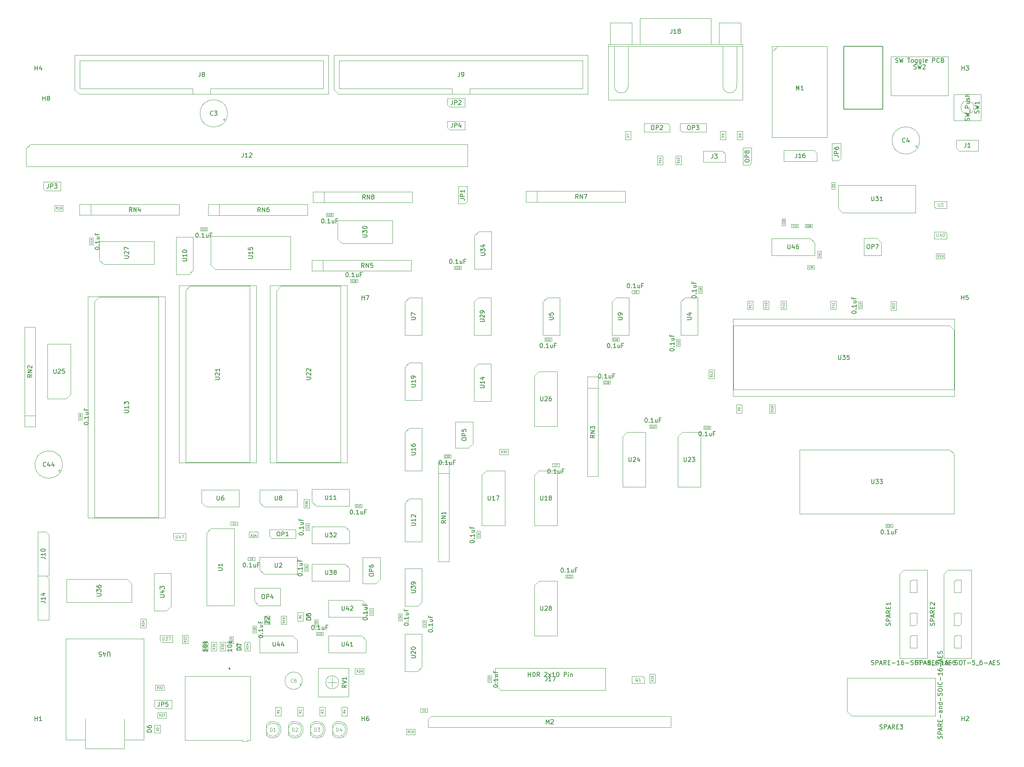
<source format=gbr>
%TF.GenerationSoftware,KiCad,Pcbnew,9.0.6*%
%TF.CreationDate,2025-11-24T00:24:31-08:00*%
%TF.ProjectId,SD-ZMB,53442d5a-4d42-42e6-9b69-6361645f7063,PR8.2*%
%TF.SameCoordinates,Original*%
%TF.FileFunction,AssemblyDrawing,Top*%
%FSLAX46Y46*%
G04 Gerber Fmt 4.6, Leading zero omitted, Abs format (unit mm)*
G04 Created by KiCad (PCBNEW 9.0.6) date 2025-11-24 00:24:31*
%MOMM*%
%LPD*%
G01*
G04 APERTURE LIST*
%ADD10C,0.150000*%
%ADD11C,0.120000*%
%ADD12C,0.060000*%
%ADD13C,0.080000*%
%ADD14C,0.110000*%
%ADD15C,0.100000*%
%ADD16C,0.127000*%
%ADD17C,0.240000*%
G04 APERTURE END LIST*
D10*
X298435333Y-236417200D02*
X298578190Y-236464819D01*
X298578190Y-236464819D02*
X298816285Y-236464819D01*
X298816285Y-236464819D02*
X298911523Y-236417200D01*
X298911523Y-236417200D02*
X298959142Y-236369580D01*
X298959142Y-236369580D02*
X299006761Y-236274342D01*
X299006761Y-236274342D02*
X299006761Y-236179104D01*
X299006761Y-236179104D02*
X298959142Y-236083866D01*
X298959142Y-236083866D02*
X298911523Y-236036247D01*
X298911523Y-236036247D02*
X298816285Y-235988628D01*
X298816285Y-235988628D02*
X298625809Y-235941009D01*
X298625809Y-235941009D02*
X298530571Y-235893390D01*
X298530571Y-235893390D02*
X298482952Y-235845771D01*
X298482952Y-235845771D02*
X298435333Y-235750533D01*
X298435333Y-235750533D02*
X298435333Y-235655295D01*
X298435333Y-235655295D02*
X298482952Y-235560057D01*
X298482952Y-235560057D02*
X298530571Y-235512438D01*
X298530571Y-235512438D02*
X298625809Y-235464819D01*
X298625809Y-235464819D02*
X298863904Y-235464819D01*
X298863904Y-235464819D02*
X299006761Y-235512438D01*
X299435333Y-236464819D02*
X299435333Y-235464819D01*
X299435333Y-235464819D02*
X299816285Y-235464819D01*
X299816285Y-235464819D02*
X299911523Y-235512438D01*
X299911523Y-235512438D02*
X299959142Y-235560057D01*
X299959142Y-235560057D02*
X300006761Y-235655295D01*
X300006761Y-235655295D02*
X300006761Y-235798152D01*
X300006761Y-235798152D02*
X299959142Y-235893390D01*
X299959142Y-235893390D02*
X299911523Y-235941009D01*
X299911523Y-235941009D02*
X299816285Y-235988628D01*
X299816285Y-235988628D02*
X299435333Y-235988628D01*
X300387714Y-236179104D02*
X300863904Y-236179104D01*
X300292476Y-236464819D02*
X300625809Y-235464819D01*
X300625809Y-235464819D02*
X300959142Y-236464819D01*
X301863904Y-236464819D02*
X301530571Y-235988628D01*
X301292476Y-236464819D02*
X301292476Y-235464819D01*
X301292476Y-235464819D02*
X301673428Y-235464819D01*
X301673428Y-235464819D02*
X301768666Y-235512438D01*
X301768666Y-235512438D02*
X301816285Y-235560057D01*
X301816285Y-235560057D02*
X301863904Y-235655295D01*
X301863904Y-235655295D02*
X301863904Y-235798152D01*
X301863904Y-235798152D02*
X301816285Y-235893390D01*
X301816285Y-235893390D02*
X301768666Y-235941009D01*
X301768666Y-235941009D02*
X301673428Y-235988628D01*
X301673428Y-235988628D02*
X301292476Y-235988628D01*
X302292476Y-235941009D02*
X302625809Y-235941009D01*
X302768666Y-236464819D02*
X302292476Y-236464819D01*
X302292476Y-236464819D02*
X302292476Y-235464819D01*
X302292476Y-235464819D02*
X302768666Y-235464819D01*
X303197238Y-236083866D02*
X303959143Y-236083866D01*
X304959142Y-236464819D02*
X304387714Y-236464819D01*
X304673428Y-236464819D02*
X304673428Y-235464819D01*
X304673428Y-235464819D02*
X304578190Y-235607676D01*
X304578190Y-235607676D02*
X304482952Y-235702914D01*
X304482952Y-235702914D02*
X304387714Y-235750533D01*
X305816285Y-235464819D02*
X305625809Y-235464819D01*
X305625809Y-235464819D02*
X305530571Y-235512438D01*
X305530571Y-235512438D02*
X305482952Y-235560057D01*
X305482952Y-235560057D02*
X305387714Y-235702914D01*
X305387714Y-235702914D02*
X305340095Y-235893390D01*
X305340095Y-235893390D02*
X305340095Y-236274342D01*
X305340095Y-236274342D02*
X305387714Y-236369580D01*
X305387714Y-236369580D02*
X305435333Y-236417200D01*
X305435333Y-236417200D02*
X305530571Y-236464819D01*
X305530571Y-236464819D02*
X305721047Y-236464819D01*
X305721047Y-236464819D02*
X305816285Y-236417200D01*
X305816285Y-236417200D02*
X305863904Y-236369580D01*
X305863904Y-236369580D02*
X305911523Y-236274342D01*
X305911523Y-236274342D02*
X305911523Y-236036247D01*
X305911523Y-236036247D02*
X305863904Y-235941009D01*
X305863904Y-235941009D02*
X305816285Y-235893390D01*
X305816285Y-235893390D02*
X305721047Y-235845771D01*
X305721047Y-235845771D02*
X305530571Y-235845771D01*
X305530571Y-235845771D02*
X305435333Y-235893390D01*
X305435333Y-235893390D02*
X305387714Y-235941009D01*
X305387714Y-235941009D02*
X305340095Y-236036247D01*
X306340095Y-236083866D02*
X307102000Y-236083866D01*
X307530571Y-236417200D02*
X307673428Y-236464819D01*
X307673428Y-236464819D02*
X307911523Y-236464819D01*
X307911523Y-236464819D02*
X308006761Y-236417200D01*
X308006761Y-236417200D02*
X308054380Y-236369580D01*
X308054380Y-236369580D02*
X308101999Y-236274342D01*
X308101999Y-236274342D02*
X308101999Y-236179104D01*
X308101999Y-236179104D02*
X308054380Y-236083866D01*
X308054380Y-236083866D02*
X308006761Y-236036247D01*
X308006761Y-236036247D02*
X307911523Y-235988628D01*
X307911523Y-235988628D02*
X307721047Y-235941009D01*
X307721047Y-235941009D02*
X307625809Y-235893390D01*
X307625809Y-235893390D02*
X307578190Y-235845771D01*
X307578190Y-235845771D02*
X307530571Y-235750533D01*
X307530571Y-235750533D02*
X307530571Y-235655295D01*
X307530571Y-235655295D02*
X307578190Y-235560057D01*
X307578190Y-235560057D02*
X307625809Y-235512438D01*
X307625809Y-235512438D02*
X307721047Y-235464819D01*
X307721047Y-235464819D02*
X307959142Y-235464819D01*
X307959142Y-235464819D02*
X308101999Y-235512438D01*
X308721047Y-235464819D02*
X308911523Y-235464819D01*
X308911523Y-235464819D02*
X309006761Y-235512438D01*
X309006761Y-235512438D02*
X309101999Y-235607676D01*
X309101999Y-235607676D02*
X309149618Y-235798152D01*
X309149618Y-235798152D02*
X309149618Y-236131485D01*
X309149618Y-236131485D02*
X309101999Y-236321961D01*
X309101999Y-236321961D02*
X309006761Y-236417200D01*
X309006761Y-236417200D02*
X308911523Y-236464819D01*
X308911523Y-236464819D02*
X308721047Y-236464819D01*
X308721047Y-236464819D02*
X308625809Y-236417200D01*
X308625809Y-236417200D02*
X308530571Y-236321961D01*
X308530571Y-236321961D02*
X308482952Y-236131485D01*
X308482952Y-236131485D02*
X308482952Y-235798152D01*
X308482952Y-235798152D02*
X308530571Y-235607676D01*
X308530571Y-235607676D02*
X308625809Y-235512438D01*
X308625809Y-235512438D02*
X308721047Y-235464819D01*
X309435333Y-235464819D02*
X310006761Y-235464819D01*
X309721047Y-236464819D02*
X309721047Y-235464819D01*
X310340095Y-236083866D02*
X311102000Y-236083866D01*
X312054380Y-235464819D02*
X311578190Y-235464819D01*
X311578190Y-235464819D02*
X311530571Y-235941009D01*
X311530571Y-235941009D02*
X311578190Y-235893390D01*
X311578190Y-235893390D02*
X311673428Y-235845771D01*
X311673428Y-235845771D02*
X311911523Y-235845771D01*
X311911523Y-235845771D02*
X312006761Y-235893390D01*
X312006761Y-235893390D02*
X312054380Y-235941009D01*
X312054380Y-235941009D02*
X312101999Y-236036247D01*
X312101999Y-236036247D02*
X312101999Y-236274342D01*
X312101999Y-236274342D02*
X312054380Y-236369580D01*
X312054380Y-236369580D02*
X312006761Y-236417200D01*
X312006761Y-236417200D02*
X311911523Y-236464819D01*
X311911523Y-236464819D02*
X311673428Y-236464819D01*
X311673428Y-236464819D02*
X311578190Y-236417200D01*
X311578190Y-236417200D02*
X311530571Y-236369580D01*
X312292476Y-236560057D02*
X313054380Y-236560057D01*
X313721047Y-235464819D02*
X313530571Y-235464819D01*
X313530571Y-235464819D02*
X313435333Y-235512438D01*
X313435333Y-235512438D02*
X313387714Y-235560057D01*
X313387714Y-235560057D02*
X313292476Y-235702914D01*
X313292476Y-235702914D02*
X313244857Y-235893390D01*
X313244857Y-235893390D02*
X313244857Y-236274342D01*
X313244857Y-236274342D02*
X313292476Y-236369580D01*
X313292476Y-236369580D02*
X313340095Y-236417200D01*
X313340095Y-236417200D02*
X313435333Y-236464819D01*
X313435333Y-236464819D02*
X313625809Y-236464819D01*
X313625809Y-236464819D02*
X313721047Y-236417200D01*
X313721047Y-236417200D02*
X313768666Y-236369580D01*
X313768666Y-236369580D02*
X313816285Y-236274342D01*
X313816285Y-236274342D02*
X313816285Y-236036247D01*
X313816285Y-236036247D02*
X313768666Y-235941009D01*
X313768666Y-235941009D02*
X313721047Y-235893390D01*
X313721047Y-235893390D02*
X313625809Y-235845771D01*
X313625809Y-235845771D02*
X313435333Y-235845771D01*
X313435333Y-235845771D02*
X313340095Y-235893390D01*
X313340095Y-235893390D02*
X313292476Y-235941009D01*
X313292476Y-235941009D02*
X313244857Y-236036247D01*
X314244857Y-236083866D02*
X315006762Y-236083866D01*
X315435333Y-236179104D02*
X315911523Y-236179104D01*
X315340095Y-236464819D02*
X315673428Y-235464819D01*
X315673428Y-235464819D02*
X316006761Y-236464819D01*
X316340095Y-235941009D02*
X316673428Y-235941009D01*
X316816285Y-236464819D02*
X316340095Y-236464819D01*
X316340095Y-236464819D02*
X316340095Y-235464819D01*
X316340095Y-235464819D02*
X316816285Y-235464819D01*
X317197238Y-236417200D02*
X317340095Y-236464819D01*
X317340095Y-236464819D02*
X317578190Y-236464819D01*
X317578190Y-236464819D02*
X317673428Y-236417200D01*
X317673428Y-236417200D02*
X317721047Y-236369580D01*
X317721047Y-236369580D02*
X317768666Y-236274342D01*
X317768666Y-236274342D02*
X317768666Y-236179104D01*
X317768666Y-236179104D02*
X317721047Y-236083866D01*
X317721047Y-236083866D02*
X317673428Y-236036247D01*
X317673428Y-236036247D02*
X317578190Y-235988628D01*
X317578190Y-235988628D02*
X317387714Y-235941009D01*
X317387714Y-235941009D02*
X317292476Y-235893390D01*
X317292476Y-235893390D02*
X317244857Y-235845771D01*
X317244857Y-235845771D02*
X317197238Y-235750533D01*
X317197238Y-235750533D02*
X317197238Y-235655295D01*
X317197238Y-235655295D02*
X317244857Y-235560057D01*
X317244857Y-235560057D02*
X317292476Y-235512438D01*
X317292476Y-235512438D02*
X317387714Y-235464819D01*
X317387714Y-235464819D02*
X317625809Y-235464819D01*
X317625809Y-235464819D02*
X317768666Y-235512438D01*
X302789200Y-227432856D02*
X302836819Y-227289999D01*
X302836819Y-227289999D02*
X302836819Y-227051904D01*
X302836819Y-227051904D02*
X302789200Y-226956666D01*
X302789200Y-226956666D02*
X302741580Y-226909047D01*
X302741580Y-226909047D02*
X302646342Y-226861428D01*
X302646342Y-226861428D02*
X302551104Y-226861428D01*
X302551104Y-226861428D02*
X302455866Y-226909047D01*
X302455866Y-226909047D02*
X302408247Y-226956666D01*
X302408247Y-226956666D02*
X302360628Y-227051904D01*
X302360628Y-227051904D02*
X302313009Y-227242380D01*
X302313009Y-227242380D02*
X302265390Y-227337618D01*
X302265390Y-227337618D02*
X302217771Y-227385237D01*
X302217771Y-227385237D02*
X302122533Y-227432856D01*
X302122533Y-227432856D02*
X302027295Y-227432856D01*
X302027295Y-227432856D02*
X301932057Y-227385237D01*
X301932057Y-227385237D02*
X301884438Y-227337618D01*
X301884438Y-227337618D02*
X301836819Y-227242380D01*
X301836819Y-227242380D02*
X301836819Y-227004285D01*
X301836819Y-227004285D02*
X301884438Y-226861428D01*
X302836819Y-226432856D02*
X301836819Y-226432856D01*
X301836819Y-226432856D02*
X301836819Y-226051904D01*
X301836819Y-226051904D02*
X301884438Y-225956666D01*
X301884438Y-225956666D02*
X301932057Y-225909047D01*
X301932057Y-225909047D02*
X302027295Y-225861428D01*
X302027295Y-225861428D02*
X302170152Y-225861428D01*
X302170152Y-225861428D02*
X302265390Y-225909047D01*
X302265390Y-225909047D02*
X302313009Y-225956666D01*
X302313009Y-225956666D02*
X302360628Y-226051904D01*
X302360628Y-226051904D02*
X302360628Y-226432856D01*
X302551104Y-225480475D02*
X302551104Y-225004285D01*
X302836819Y-225575713D02*
X301836819Y-225242380D01*
X301836819Y-225242380D02*
X302836819Y-224909047D01*
X302836819Y-224004285D02*
X302360628Y-224337618D01*
X302836819Y-224575713D02*
X301836819Y-224575713D01*
X301836819Y-224575713D02*
X301836819Y-224194761D01*
X301836819Y-224194761D02*
X301884438Y-224099523D01*
X301884438Y-224099523D02*
X301932057Y-224051904D01*
X301932057Y-224051904D02*
X302027295Y-224004285D01*
X302027295Y-224004285D02*
X302170152Y-224004285D01*
X302170152Y-224004285D02*
X302265390Y-224051904D01*
X302265390Y-224051904D02*
X302313009Y-224099523D01*
X302313009Y-224099523D02*
X302360628Y-224194761D01*
X302360628Y-224194761D02*
X302360628Y-224575713D01*
X302313009Y-223575713D02*
X302313009Y-223242380D01*
X302836819Y-223099523D02*
X302836819Y-223575713D01*
X302836819Y-223575713D02*
X301836819Y-223575713D01*
X301836819Y-223575713D02*
X301836819Y-223099523D01*
X301932057Y-222718570D02*
X301884438Y-222670951D01*
X301884438Y-222670951D02*
X301836819Y-222575713D01*
X301836819Y-222575713D02*
X301836819Y-222337618D01*
X301836819Y-222337618D02*
X301884438Y-222242380D01*
X301884438Y-222242380D02*
X301932057Y-222194761D01*
X301932057Y-222194761D02*
X302027295Y-222147142D01*
X302027295Y-222147142D02*
X302122533Y-222147142D01*
X302122533Y-222147142D02*
X302265390Y-222194761D01*
X302265390Y-222194761D02*
X302836819Y-222766189D01*
X302836819Y-222766189D02*
X302836819Y-222147142D01*
X304546800Y-253481218D02*
X304594419Y-253338361D01*
X304594419Y-253338361D02*
X304594419Y-253100266D01*
X304594419Y-253100266D02*
X304546800Y-253005028D01*
X304546800Y-253005028D02*
X304499180Y-252957409D01*
X304499180Y-252957409D02*
X304403942Y-252909790D01*
X304403942Y-252909790D02*
X304308704Y-252909790D01*
X304308704Y-252909790D02*
X304213466Y-252957409D01*
X304213466Y-252957409D02*
X304165847Y-253005028D01*
X304165847Y-253005028D02*
X304118228Y-253100266D01*
X304118228Y-253100266D02*
X304070609Y-253290742D01*
X304070609Y-253290742D02*
X304022990Y-253385980D01*
X304022990Y-253385980D02*
X303975371Y-253433599D01*
X303975371Y-253433599D02*
X303880133Y-253481218D01*
X303880133Y-253481218D02*
X303784895Y-253481218D01*
X303784895Y-253481218D02*
X303689657Y-253433599D01*
X303689657Y-253433599D02*
X303642038Y-253385980D01*
X303642038Y-253385980D02*
X303594419Y-253290742D01*
X303594419Y-253290742D02*
X303594419Y-253052647D01*
X303594419Y-253052647D02*
X303642038Y-252909790D01*
X304594419Y-252481218D02*
X303594419Y-252481218D01*
X303594419Y-252481218D02*
X303594419Y-252100266D01*
X303594419Y-252100266D02*
X303642038Y-252005028D01*
X303642038Y-252005028D02*
X303689657Y-251957409D01*
X303689657Y-251957409D02*
X303784895Y-251909790D01*
X303784895Y-251909790D02*
X303927752Y-251909790D01*
X303927752Y-251909790D02*
X304022990Y-251957409D01*
X304022990Y-251957409D02*
X304070609Y-252005028D01*
X304070609Y-252005028D02*
X304118228Y-252100266D01*
X304118228Y-252100266D02*
X304118228Y-252481218D01*
X304308704Y-251528837D02*
X304308704Y-251052647D01*
X304594419Y-251624075D02*
X303594419Y-251290742D01*
X303594419Y-251290742D02*
X304594419Y-250957409D01*
X304594419Y-250052647D02*
X304118228Y-250385980D01*
X304594419Y-250624075D02*
X303594419Y-250624075D01*
X303594419Y-250624075D02*
X303594419Y-250243123D01*
X303594419Y-250243123D02*
X303642038Y-250147885D01*
X303642038Y-250147885D02*
X303689657Y-250100266D01*
X303689657Y-250100266D02*
X303784895Y-250052647D01*
X303784895Y-250052647D02*
X303927752Y-250052647D01*
X303927752Y-250052647D02*
X304022990Y-250100266D01*
X304022990Y-250100266D02*
X304070609Y-250147885D01*
X304070609Y-250147885D02*
X304118228Y-250243123D01*
X304118228Y-250243123D02*
X304118228Y-250624075D01*
X304070609Y-249624075D02*
X304070609Y-249290742D01*
X304594419Y-249147885D02*
X304594419Y-249624075D01*
X304594419Y-249624075D02*
X303594419Y-249624075D01*
X303594419Y-249624075D02*
X303594419Y-249147885D01*
X304213466Y-248719313D02*
X304213466Y-247957409D01*
X304594419Y-247052647D02*
X304070609Y-247052647D01*
X304070609Y-247052647D02*
X303975371Y-247100266D01*
X303975371Y-247100266D02*
X303927752Y-247195504D01*
X303927752Y-247195504D02*
X303927752Y-247385980D01*
X303927752Y-247385980D02*
X303975371Y-247481218D01*
X304546800Y-247052647D02*
X304594419Y-247147885D01*
X304594419Y-247147885D02*
X304594419Y-247385980D01*
X304594419Y-247385980D02*
X304546800Y-247481218D01*
X304546800Y-247481218D02*
X304451561Y-247528837D01*
X304451561Y-247528837D02*
X304356323Y-247528837D01*
X304356323Y-247528837D02*
X304261085Y-247481218D01*
X304261085Y-247481218D02*
X304213466Y-247385980D01*
X304213466Y-247385980D02*
X304213466Y-247147885D01*
X304213466Y-247147885D02*
X304165847Y-247052647D01*
X303927752Y-246576456D02*
X304594419Y-246576456D01*
X304022990Y-246576456D02*
X303975371Y-246528837D01*
X303975371Y-246528837D02*
X303927752Y-246433599D01*
X303927752Y-246433599D02*
X303927752Y-246290742D01*
X303927752Y-246290742D02*
X303975371Y-246195504D01*
X303975371Y-246195504D02*
X304070609Y-246147885D01*
X304070609Y-246147885D02*
X304594419Y-246147885D01*
X304594419Y-245243123D02*
X303594419Y-245243123D01*
X304546800Y-245243123D02*
X304594419Y-245338361D01*
X304594419Y-245338361D02*
X304594419Y-245528837D01*
X304594419Y-245528837D02*
X304546800Y-245624075D01*
X304546800Y-245624075D02*
X304499180Y-245671694D01*
X304499180Y-245671694D02*
X304403942Y-245719313D01*
X304403942Y-245719313D02*
X304118228Y-245719313D01*
X304118228Y-245719313D02*
X304022990Y-245671694D01*
X304022990Y-245671694D02*
X303975371Y-245624075D01*
X303975371Y-245624075D02*
X303927752Y-245528837D01*
X303927752Y-245528837D02*
X303927752Y-245338361D01*
X303927752Y-245338361D02*
X303975371Y-245243123D01*
X304213466Y-244766932D02*
X304213466Y-244005028D01*
X304546800Y-243576456D02*
X304594419Y-243433599D01*
X304594419Y-243433599D02*
X304594419Y-243195504D01*
X304594419Y-243195504D02*
X304546800Y-243100266D01*
X304546800Y-243100266D02*
X304499180Y-243052647D01*
X304499180Y-243052647D02*
X304403942Y-243005028D01*
X304403942Y-243005028D02*
X304308704Y-243005028D01*
X304308704Y-243005028D02*
X304213466Y-243052647D01*
X304213466Y-243052647D02*
X304165847Y-243100266D01*
X304165847Y-243100266D02*
X304118228Y-243195504D01*
X304118228Y-243195504D02*
X304070609Y-243385980D01*
X304070609Y-243385980D02*
X304022990Y-243481218D01*
X304022990Y-243481218D02*
X303975371Y-243528837D01*
X303975371Y-243528837D02*
X303880133Y-243576456D01*
X303880133Y-243576456D02*
X303784895Y-243576456D01*
X303784895Y-243576456D02*
X303689657Y-243528837D01*
X303689657Y-243528837D02*
X303642038Y-243481218D01*
X303642038Y-243481218D02*
X303594419Y-243385980D01*
X303594419Y-243385980D02*
X303594419Y-243147885D01*
X303594419Y-243147885D02*
X303642038Y-243005028D01*
X303594419Y-242385980D02*
X303594419Y-242195504D01*
X303594419Y-242195504D02*
X303642038Y-242100266D01*
X303642038Y-242100266D02*
X303737276Y-242005028D01*
X303737276Y-242005028D02*
X303927752Y-241957409D01*
X303927752Y-241957409D02*
X304261085Y-241957409D01*
X304261085Y-241957409D02*
X304451561Y-242005028D01*
X304451561Y-242005028D02*
X304546800Y-242100266D01*
X304546800Y-242100266D02*
X304594419Y-242195504D01*
X304594419Y-242195504D02*
X304594419Y-242385980D01*
X304594419Y-242385980D02*
X304546800Y-242481218D01*
X304546800Y-242481218D02*
X304451561Y-242576456D01*
X304451561Y-242576456D02*
X304261085Y-242624075D01*
X304261085Y-242624075D02*
X303927752Y-242624075D01*
X303927752Y-242624075D02*
X303737276Y-242576456D01*
X303737276Y-242576456D02*
X303642038Y-242481218D01*
X303642038Y-242481218D02*
X303594419Y-242385980D01*
X304594419Y-241528837D02*
X303594419Y-241528837D01*
X304499180Y-240481219D02*
X304546800Y-240528838D01*
X304546800Y-240528838D02*
X304594419Y-240671695D01*
X304594419Y-240671695D02*
X304594419Y-240766933D01*
X304594419Y-240766933D02*
X304546800Y-240909790D01*
X304546800Y-240909790D02*
X304451561Y-241005028D01*
X304451561Y-241005028D02*
X304356323Y-241052647D01*
X304356323Y-241052647D02*
X304165847Y-241100266D01*
X304165847Y-241100266D02*
X304022990Y-241100266D01*
X304022990Y-241100266D02*
X303832514Y-241052647D01*
X303832514Y-241052647D02*
X303737276Y-241005028D01*
X303737276Y-241005028D02*
X303642038Y-240909790D01*
X303642038Y-240909790D02*
X303594419Y-240766933D01*
X303594419Y-240766933D02*
X303594419Y-240671695D01*
X303594419Y-240671695D02*
X303642038Y-240528838D01*
X303642038Y-240528838D02*
X303689657Y-240481219D01*
X304213466Y-240052647D02*
X304213466Y-239290743D01*
X304594419Y-238290743D02*
X304594419Y-238862171D01*
X304594419Y-238576457D02*
X303594419Y-238576457D01*
X303594419Y-238576457D02*
X303737276Y-238671695D01*
X303737276Y-238671695D02*
X303832514Y-238766933D01*
X303832514Y-238766933D02*
X303880133Y-238862171D01*
X303594419Y-237433600D02*
X303594419Y-237624076D01*
X303594419Y-237624076D02*
X303642038Y-237719314D01*
X303642038Y-237719314D02*
X303689657Y-237766933D01*
X303689657Y-237766933D02*
X303832514Y-237862171D01*
X303832514Y-237862171D02*
X304022990Y-237909790D01*
X304022990Y-237909790D02*
X304403942Y-237909790D01*
X304403942Y-237909790D02*
X304499180Y-237862171D01*
X304499180Y-237862171D02*
X304546800Y-237814552D01*
X304546800Y-237814552D02*
X304594419Y-237719314D01*
X304594419Y-237719314D02*
X304594419Y-237528838D01*
X304594419Y-237528838D02*
X304546800Y-237433600D01*
X304546800Y-237433600D02*
X304499180Y-237385981D01*
X304499180Y-237385981D02*
X304403942Y-237338362D01*
X304403942Y-237338362D02*
X304165847Y-237338362D01*
X304165847Y-237338362D02*
X304070609Y-237385981D01*
X304070609Y-237385981D02*
X304022990Y-237433600D01*
X304022990Y-237433600D02*
X303975371Y-237528838D01*
X303975371Y-237528838D02*
X303975371Y-237719314D01*
X303975371Y-237719314D02*
X304022990Y-237814552D01*
X304022990Y-237814552D02*
X304070609Y-237862171D01*
X304070609Y-237862171D02*
X304165847Y-237909790D01*
X304213466Y-236909790D02*
X304213466Y-236147886D01*
X304308704Y-235719314D02*
X304308704Y-235243124D01*
X304594419Y-235814552D02*
X303594419Y-235481219D01*
X303594419Y-235481219D02*
X304594419Y-235147886D01*
X304070609Y-234814552D02*
X304070609Y-234481219D01*
X304594419Y-234338362D02*
X304594419Y-234814552D01*
X304594419Y-234814552D02*
X303594419Y-234814552D01*
X303594419Y-234814552D02*
X303594419Y-234338362D01*
X304546800Y-233957409D02*
X304594419Y-233814552D01*
X304594419Y-233814552D02*
X304594419Y-233576457D01*
X304594419Y-233576457D02*
X304546800Y-233481219D01*
X304546800Y-233481219D02*
X304499180Y-233433600D01*
X304499180Y-233433600D02*
X304403942Y-233385981D01*
X304403942Y-233385981D02*
X304308704Y-233385981D01*
X304308704Y-233385981D02*
X304213466Y-233433600D01*
X304213466Y-233433600D02*
X304165847Y-233481219D01*
X304165847Y-233481219D02*
X304118228Y-233576457D01*
X304118228Y-233576457D02*
X304070609Y-233766933D01*
X304070609Y-233766933D02*
X304022990Y-233862171D01*
X304022990Y-233862171D02*
X303975371Y-233909790D01*
X303975371Y-233909790D02*
X303880133Y-233957409D01*
X303880133Y-233957409D02*
X303784895Y-233957409D01*
X303784895Y-233957409D02*
X303689657Y-233909790D01*
X303689657Y-233909790D02*
X303642038Y-233862171D01*
X303642038Y-233862171D02*
X303594419Y-233766933D01*
X303594419Y-233766933D02*
X303594419Y-233528838D01*
X303594419Y-233528838D02*
X303642038Y-233385981D01*
X290219143Y-251237200D02*
X290362000Y-251284819D01*
X290362000Y-251284819D02*
X290600095Y-251284819D01*
X290600095Y-251284819D02*
X290695333Y-251237200D01*
X290695333Y-251237200D02*
X290742952Y-251189580D01*
X290742952Y-251189580D02*
X290790571Y-251094342D01*
X290790571Y-251094342D02*
X290790571Y-250999104D01*
X290790571Y-250999104D02*
X290742952Y-250903866D01*
X290742952Y-250903866D02*
X290695333Y-250856247D01*
X290695333Y-250856247D02*
X290600095Y-250808628D01*
X290600095Y-250808628D02*
X290409619Y-250761009D01*
X290409619Y-250761009D02*
X290314381Y-250713390D01*
X290314381Y-250713390D02*
X290266762Y-250665771D01*
X290266762Y-250665771D02*
X290219143Y-250570533D01*
X290219143Y-250570533D02*
X290219143Y-250475295D01*
X290219143Y-250475295D02*
X290266762Y-250380057D01*
X290266762Y-250380057D02*
X290314381Y-250332438D01*
X290314381Y-250332438D02*
X290409619Y-250284819D01*
X290409619Y-250284819D02*
X290647714Y-250284819D01*
X290647714Y-250284819D02*
X290790571Y-250332438D01*
X291219143Y-251284819D02*
X291219143Y-250284819D01*
X291219143Y-250284819D02*
X291600095Y-250284819D01*
X291600095Y-250284819D02*
X291695333Y-250332438D01*
X291695333Y-250332438D02*
X291742952Y-250380057D01*
X291742952Y-250380057D02*
X291790571Y-250475295D01*
X291790571Y-250475295D02*
X291790571Y-250618152D01*
X291790571Y-250618152D02*
X291742952Y-250713390D01*
X291742952Y-250713390D02*
X291695333Y-250761009D01*
X291695333Y-250761009D02*
X291600095Y-250808628D01*
X291600095Y-250808628D02*
X291219143Y-250808628D01*
X292171524Y-250999104D02*
X292647714Y-250999104D01*
X292076286Y-251284819D02*
X292409619Y-250284819D01*
X292409619Y-250284819D02*
X292742952Y-251284819D01*
X293647714Y-251284819D02*
X293314381Y-250808628D01*
X293076286Y-251284819D02*
X293076286Y-250284819D01*
X293076286Y-250284819D02*
X293457238Y-250284819D01*
X293457238Y-250284819D02*
X293552476Y-250332438D01*
X293552476Y-250332438D02*
X293600095Y-250380057D01*
X293600095Y-250380057D02*
X293647714Y-250475295D01*
X293647714Y-250475295D02*
X293647714Y-250618152D01*
X293647714Y-250618152D02*
X293600095Y-250713390D01*
X293600095Y-250713390D02*
X293552476Y-250761009D01*
X293552476Y-250761009D02*
X293457238Y-250808628D01*
X293457238Y-250808628D02*
X293076286Y-250808628D01*
X294076286Y-250761009D02*
X294409619Y-250761009D01*
X294552476Y-251284819D02*
X294076286Y-251284819D01*
X294076286Y-251284819D02*
X294076286Y-250284819D01*
X294076286Y-250284819D02*
X294552476Y-250284819D01*
X294885810Y-250284819D02*
X295504857Y-250284819D01*
X295504857Y-250284819D02*
X295171524Y-250665771D01*
X295171524Y-250665771D02*
X295314381Y-250665771D01*
X295314381Y-250665771D02*
X295409619Y-250713390D01*
X295409619Y-250713390D02*
X295457238Y-250761009D01*
X295457238Y-250761009D02*
X295504857Y-250856247D01*
X295504857Y-250856247D02*
X295504857Y-251094342D01*
X295504857Y-251094342D02*
X295457238Y-251189580D01*
X295457238Y-251189580D02*
X295409619Y-251237200D01*
X295409619Y-251237200D02*
X295314381Y-251284819D01*
X295314381Y-251284819D02*
X295028667Y-251284819D01*
X295028667Y-251284819D02*
X294933429Y-251237200D01*
X294933429Y-251237200D02*
X294885810Y-251189580D01*
X288275333Y-236417200D02*
X288418190Y-236464819D01*
X288418190Y-236464819D02*
X288656285Y-236464819D01*
X288656285Y-236464819D02*
X288751523Y-236417200D01*
X288751523Y-236417200D02*
X288799142Y-236369580D01*
X288799142Y-236369580D02*
X288846761Y-236274342D01*
X288846761Y-236274342D02*
X288846761Y-236179104D01*
X288846761Y-236179104D02*
X288799142Y-236083866D01*
X288799142Y-236083866D02*
X288751523Y-236036247D01*
X288751523Y-236036247D02*
X288656285Y-235988628D01*
X288656285Y-235988628D02*
X288465809Y-235941009D01*
X288465809Y-235941009D02*
X288370571Y-235893390D01*
X288370571Y-235893390D02*
X288322952Y-235845771D01*
X288322952Y-235845771D02*
X288275333Y-235750533D01*
X288275333Y-235750533D02*
X288275333Y-235655295D01*
X288275333Y-235655295D02*
X288322952Y-235560057D01*
X288322952Y-235560057D02*
X288370571Y-235512438D01*
X288370571Y-235512438D02*
X288465809Y-235464819D01*
X288465809Y-235464819D02*
X288703904Y-235464819D01*
X288703904Y-235464819D02*
X288846761Y-235512438D01*
X289275333Y-236464819D02*
X289275333Y-235464819D01*
X289275333Y-235464819D02*
X289656285Y-235464819D01*
X289656285Y-235464819D02*
X289751523Y-235512438D01*
X289751523Y-235512438D02*
X289799142Y-235560057D01*
X289799142Y-235560057D02*
X289846761Y-235655295D01*
X289846761Y-235655295D02*
X289846761Y-235798152D01*
X289846761Y-235798152D02*
X289799142Y-235893390D01*
X289799142Y-235893390D02*
X289751523Y-235941009D01*
X289751523Y-235941009D02*
X289656285Y-235988628D01*
X289656285Y-235988628D02*
X289275333Y-235988628D01*
X290227714Y-236179104D02*
X290703904Y-236179104D01*
X290132476Y-236464819D02*
X290465809Y-235464819D01*
X290465809Y-235464819D02*
X290799142Y-236464819D01*
X291703904Y-236464819D02*
X291370571Y-235988628D01*
X291132476Y-236464819D02*
X291132476Y-235464819D01*
X291132476Y-235464819D02*
X291513428Y-235464819D01*
X291513428Y-235464819D02*
X291608666Y-235512438D01*
X291608666Y-235512438D02*
X291656285Y-235560057D01*
X291656285Y-235560057D02*
X291703904Y-235655295D01*
X291703904Y-235655295D02*
X291703904Y-235798152D01*
X291703904Y-235798152D02*
X291656285Y-235893390D01*
X291656285Y-235893390D02*
X291608666Y-235941009D01*
X291608666Y-235941009D02*
X291513428Y-235988628D01*
X291513428Y-235988628D02*
X291132476Y-235988628D01*
X292132476Y-235941009D02*
X292465809Y-235941009D01*
X292608666Y-236464819D02*
X292132476Y-236464819D01*
X292132476Y-236464819D02*
X292132476Y-235464819D01*
X292132476Y-235464819D02*
X292608666Y-235464819D01*
X293037238Y-236083866D02*
X293799143Y-236083866D01*
X294799142Y-236464819D02*
X294227714Y-236464819D01*
X294513428Y-236464819D02*
X294513428Y-235464819D01*
X294513428Y-235464819D02*
X294418190Y-235607676D01*
X294418190Y-235607676D02*
X294322952Y-235702914D01*
X294322952Y-235702914D02*
X294227714Y-235750533D01*
X295656285Y-235464819D02*
X295465809Y-235464819D01*
X295465809Y-235464819D02*
X295370571Y-235512438D01*
X295370571Y-235512438D02*
X295322952Y-235560057D01*
X295322952Y-235560057D02*
X295227714Y-235702914D01*
X295227714Y-235702914D02*
X295180095Y-235893390D01*
X295180095Y-235893390D02*
X295180095Y-236274342D01*
X295180095Y-236274342D02*
X295227714Y-236369580D01*
X295227714Y-236369580D02*
X295275333Y-236417200D01*
X295275333Y-236417200D02*
X295370571Y-236464819D01*
X295370571Y-236464819D02*
X295561047Y-236464819D01*
X295561047Y-236464819D02*
X295656285Y-236417200D01*
X295656285Y-236417200D02*
X295703904Y-236369580D01*
X295703904Y-236369580D02*
X295751523Y-236274342D01*
X295751523Y-236274342D02*
X295751523Y-236036247D01*
X295751523Y-236036247D02*
X295703904Y-235941009D01*
X295703904Y-235941009D02*
X295656285Y-235893390D01*
X295656285Y-235893390D02*
X295561047Y-235845771D01*
X295561047Y-235845771D02*
X295370571Y-235845771D01*
X295370571Y-235845771D02*
X295275333Y-235893390D01*
X295275333Y-235893390D02*
X295227714Y-235941009D01*
X295227714Y-235941009D02*
X295180095Y-236036247D01*
X296180095Y-236083866D02*
X296942000Y-236083866D01*
X297370571Y-236417200D02*
X297513428Y-236464819D01*
X297513428Y-236464819D02*
X297751523Y-236464819D01*
X297751523Y-236464819D02*
X297846761Y-236417200D01*
X297846761Y-236417200D02*
X297894380Y-236369580D01*
X297894380Y-236369580D02*
X297941999Y-236274342D01*
X297941999Y-236274342D02*
X297941999Y-236179104D01*
X297941999Y-236179104D02*
X297894380Y-236083866D01*
X297894380Y-236083866D02*
X297846761Y-236036247D01*
X297846761Y-236036247D02*
X297751523Y-235988628D01*
X297751523Y-235988628D02*
X297561047Y-235941009D01*
X297561047Y-235941009D02*
X297465809Y-235893390D01*
X297465809Y-235893390D02*
X297418190Y-235845771D01*
X297418190Y-235845771D02*
X297370571Y-235750533D01*
X297370571Y-235750533D02*
X297370571Y-235655295D01*
X297370571Y-235655295D02*
X297418190Y-235560057D01*
X297418190Y-235560057D02*
X297465809Y-235512438D01*
X297465809Y-235512438D02*
X297561047Y-235464819D01*
X297561047Y-235464819D02*
X297799142Y-235464819D01*
X297799142Y-235464819D02*
X297941999Y-235512438D01*
X298561047Y-235464819D02*
X298751523Y-235464819D01*
X298751523Y-235464819D02*
X298846761Y-235512438D01*
X298846761Y-235512438D02*
X298941999Y-235607676D01*
X298941999Y-235607676D02*
X298989618Y-235798152D01*
X298989618Y-235798152D02*
X298989618Y-236131485D01*
X298989618Y-236131485D02*
X298941999Y-236321961D01*
X298941999Y-236321961D02*
X298846761Y-236417200D01*
X298846761Y-236417200D02*
X298751523Y-236464819D01*
X298751523Y-236464819D02*
X298561047Y-236464819D01*
X298561047Y-236464819D02*
X298465809Y-236417200D01*
X298465809Y-236417200D02*
X298370571Y-236321961D01*
X298370571Y-236321961D02*
X298322952Y-236131485D01*
X298322952Y-236131485D02*
X298322952Y-235798152D01*
X298322952Y-235798152D02*
X298370571Y-235607676D01*
X298370571Y-235607676D02*
X298465809Y-235512438D01*
X298465809Y-235512438D02*
X298561047Y-235464819D01*
X299275333Y-235464819D02*
X299846761Y-235464819D01*
X299561047Y-236464819D02*
X299561047Y-235464819D01*
X300180095Y-236083866D02*
X300942000Y-236083866D01*
X301894380Y-235464819D02*
X301418190Y-235464819D01*
X301418190Y-235464819D02*
X301370571Y-235941009D01*
X301370571Y-235941009D02*
X301418190Y-235893390D01*
X301418190Y-235893390D02*
X301513428Y-235845771D01*
X301513428Y-235845771D02*
X301751523Y-235845771D01*
X301751523Y-235845771D02*
X301846761Y-235893390D01*
X301846761Y-235893390D02*
X301894380Y-235941009D01*
X301894380Y-235941009D02*
X301941999Y-236036247D01*
X301941999Y-236036247D02*
X301941999Y-236274342D01*
X301941999Y-236274342D02*
X301894380Y-236369580D01*
X301894380Y-236369580D02*
X301846761Y-236417200D01*
X301846761Y-236417200D02*
X301751523Y-236464819D01*
X301751523Y-236464819D02*
X301513428Y-236464819D01*
X301513428Y-236464819D02*
X301418190Y-236417200D01*
X301418190Y-236417200D02*
X301370571Y-236369580D01*
X302132476Y-236560057D02*
X302894380Y-236560057D01*
X303561047Y-235464819D02*
X303370571Y-235464819D01*
X303370571Y-235464819D02*
X303275333Y-235512438D01*
X303275333Y-235512438D02*
X303227714Y-235560057D01*
X303227714Y-235560057D02*
X303132476Y-235702914D01*
X303132476Y-235702914D02*
X303084857Y-235893390D01*
X303084857Y-235893390D02*
X303084857Y-236274342D01*
X303084857Y-236274342D02*
X303132476Y-236369580D01*
X303132476Y-236369580D02*
X303180095Y-236417200D01*
X303180095Y-236417200D02*
X303275333Y-236464819D01*
X303275333Y-236464819D02*
X303465809Y-236464819D01*
X303465809Y-236464819D02*
X303561047Y-236417200D01*
X303561047Y-236417200D02*
X303608666Y-236369580D01*
X303608666Y-236369580D02*
X303656285Y-236274342D01*
X303656285Y-236274342D02*
X303656285Y-236036247D01*
X303656285Y-236036247D02*
X303608666Y-235941009D01*
X303608666Y-235941009D02*
X303561047Y-235893390D01*
X303561047Y-235893390D02*
X303465809Y-235845771D01*
X303465809Y-235845771D02*
X303275333Y-235845771D01*
X303275333Y-235845771D02*
X303180095Y-235893390D01*
X303180095Y-235893390D02*
X303132476Y-235941009D01*
X303132476Y-235941009D02*
X303084857Y-236036247D01*
X304084857Y-236083866D02*
X304846762Y-236083866D01*
X305275333Y-236179104D02*
X305751523Y-236179104D01*
X305180095Y-236464819D02*
X305513428Y-235464819D01*
X305513428Y-235464819D02*
X305846761Y-236464819D01*
X306180095Y-235941009D02*
X306513428Y-235941009D01*
X306656285Y-236464819D02*
X306180095Y-236464819D01*
X306180095Y-236464819D02*
X306180095Y-235464819D01*
X306180095Y-235464819D02*
X306656285Y-235464819D01*
X307037238Y-236417200D02*
X307180095Y-236464819D01*
X307180095Y-236464819D02*
X307418190Y-236464819D01*
X307418190Y-236464819D02*
X307513428Y-236417200D01*
X307513428Y-236417200D02*
X307561047Y-236369580D01*
X307561047Y-236369580D02*
X307608666Y-236274342D01*
X307608666Y-236274342D02*
X307608666Y-236179104D01*
X307608666Y-236179104D02*
X307561047Y-236083866D01*
X307561047Y-236083866D02*
X307513428Y-236036247D01*
X307513428Y-236036247D02*
X307418190Y-235988628D01*
X307418190Y-235988628D02*
X307227714Y-235941009D01*
X307227714Y-235941009D02*
X307132476Y-235893390D01*
X307132476Y-235893390D02*
X307084857Y-235845771D01*
X307084857Y-235845771D02*
X307037238Y-235750533D01*
X307037238Y-235750533D02*
X307037238Y-235655295D01*
X307037238Y-235655295D02*
X307084857Y-235560057D01*
X307084857Y-235560057D02*
X307132476Y-235512438D01*
X307132476Y-235512438D02*
X307227714Y-235464819D01*
X307227714Y-235464819D02*
X307465809Y-235464819D01*
X307465809Y-235464819D02*
X307608666Y-235512438D01*
X292629200Y-227432856D02*
X292676819Y-227289999D01*
X292676819Y-227289999D02*
X292676819Y-227051904D01*
X292676819Y-227051904D02*
X292629200Y-226956666D01*
X292629200Y-226956666D02*
X292581580Y-226909047D01*
X292581580Y-226909047D02*
X292486342Y-226861428D01*
X292486342Y-226861428D02*
X292391104Y-226861428D01*
X292391104Y-226861428D02*
X292295866Y-226909047D01*
X292295866Y-226909047D02*
X292248247Y-226956666D01*
X292248247Y-226956666D02*
X292200628Y-227051904D01*
X292200628Y-227051904D02*
X292153009Y-227242380D01*
X292153009Y-227242380D02*
X292105390Y-227337618D01*
X292105390Y-227337618D02*
X292057771Y-227385237D01*
X292057771Y-227385237D02*
X291962533Y-227432856D01*
X291962533Y-227432856D02*
X291867295Y-227432856D01*
X291867295Y-227432856D02*
X291772057Y-227385237D01*
X291772057Y-227385237D02*
X291724438Y-227337618D01*
X291724438Y-227337618D02*
X291676819Y-227242380D01*
X291676819Y-227242380D02*
X291676819Y-227004285D01*
X291676819Y-227004285D02*
X291724438Y-226861428D01*
X292676819Y-226432856D02*
X291676819Y-226432856D01*
X291676819Y-226432856D02*
X291676819Y-226051904D01*
X291676819Y-226051904D02*
X291724438Y-225956666D01*
X291724438Y-225956666D02*
X291772057Y-225909047D01*
X291772057Y-225909047D02*
X291867295Y-225861428D01*
X291867295Y-225861428D02*
X292010152Y-225861428D01*
X292010152Y-225861428D02*
X292105390Y-225909047D01*
X292105390Y-225909047D02*
X292153009Y-225956666D01*
X292153009Y-225956666D02*
X292200628Y-226051904D01*
X292200628Y-226051904D02*
X292200628Y-226432856D01*
X292391104Y-225480475D02*
X292391104Y-225004285D01*
X292676819Y-225575713D02*
X291676819Y-225242380D01*
X291676819Y-225242380D02*
X292676819Y-224909047D01*
X292676819Y-224004285D02*
X292200628Y-224337618D01*
X292676819Y-224575713D02*
X291676819Y-224575713D01*
X291676819Y-224575713D02*
X291676819Y-224194761D01*
X291676819Y-224194761D02*
X291724438Y-224099523D01*
X291724438Y-224099523D02*
X291772057Y-224051904D01*
X291772057Y-224051904D02*
X291867295Y-224004285D01*
X291867295Y-224004285D02*
X292010152Y-224004285D01*
X292010152Y-224004285D02*
X292105390Y-224051904D01*
X292105390Y-224051904D02*
X292153009Y-224099523D01*
X292153009Y-224099523D02*
X292200628Y-224194761D01*
X292200628Y-224194761D02*
X292200628Y-224575713D01*
X292153009Y-223575713D02*
X292153009Y-223242380D01*
X292676819Y-223099523D02*
X292676819Y-223575713D01*
X292676819Y-223575713D02*
X291676819Y-223575713D01*
X291676819Y-223575713D02*
X291676819Y-223099523D01*
X292676819Y-222147142D02*
X292676819Y-222718570D01*
X292676819Y-222432856D02*
X291676819Y-222432856D01*
X291676819Y-222432856D02*
X291819676Y-222528094D01*
X291819676Y-222528094D02*
X291914914Y-222623332D01*
X291914914Y-222623332D02*
X291962533Y-222718570D01*
X159204819Y-226163094D02*
X158204819Y-226163094D01*
X158204819Y-226163094D02*
X158204819Y-225924999D01*
X158204819Y-225924999D02*
X158252438Y-225782142D01*
X158252438Y-225782142D02*
X158347676Y-225686904D01*
X158347676Y-225686904D02*
X158442914Y-225639285D01*
X158442914Y-225639285D02*
X158633390Y-225591666D01*
X158633390Y-225591666D02*
X158776247Y-225591666D01*
X158776247Y-225591666D02*
X158966723Y-225639285D01*
X158966723Y-225639285D02*
X159061961Y-225686904D01*
X159061961Y-225686904D02*
X159157200Y-225782142D01*
X159157200Y-225782142D02*
X159204819Y-225924999D01*
X159204819Y-225924999D02*
X159204819Y-226163094D01*
X158204819Y-224686904D02*
X158204819Y-225163094D01*
X158204819Y-225163094D02*
X158681009Y-225210713D01*
X158681009Y-225210713D02*
X158633390Y-225163094D01*
X158633390Y-225163094D02*
X158585771Y-225067856D01*
X158585771Y-225067856D02*
X158585771Y-224829761D01*
X158585771Y-224829761D02*
X158633390Y-224734523D01*
X158633390Y-224734523D02*
X158681009Y-224686904D01*
X158681009Y-224686904D02*
X158776247Y-224639285D01*
X158776247Y-224639285D02*
X159014342Y-224639285D01*
X159014342Y-224639285D02*
X159109580Y-224686904D01*
X159109580Y-224686904D02*
X159157200Y-224734523D01*
X159157200Y-224734523D02*
X159204819Y-224829761D01*
X159204819Y-224829761D02*
X159204819Y-225067856D01*
X159204819Y-225067856D02*
X159157200Y-225163094D01*
X159157200Y-225163094D02*
X159109580Y-225210713D01*
X309118095Y-99514819D02*
X309118095Y-98514819D01*
X309118095Y-98991009D02*
X309689523Y-98991009D01*
X309689523Y-99514819D02*
X309689523Y-98514819D01*
X310070476Y-98514819D02*
X310689523Y-98514819D01*
X310689523Y-98514819D02*
X310356190Y-98895771D01*
X310356190Y-98895771D02*
X310499047Y-98895771D01*
X310499047Y-98895771D02*
X310594285Y-98943390D01*
X310594285Y-98943390D02*
X310641904Y-98991009D01*
X310641904Y-98991009D02*
X310689523Y-99086247D01*
X310689523Y-99086247D02*
X310689523Y-99324342D01*
X310689523Y-99324342D02*
X310641904Y-99419580D01*
X310641904Y-99419580D02*
X310594285Y-99467200D01*
X310594285Y-99467200D02*
X310499047Y-99514819D01*
X310499047Y-99514819D02*
X310213333Y-99514819D01*
X310213333Y-99514819D02*
X310118095Y-99467200D01*
X310118095Y-99467200D02*
X310070476Y-99419580D01*
D11*
X155160267Y-240444664D02*
X155122171Y-240482760D01*
X155122171Y-240482760D02*
X155007886Y-240520855D01*
X155007886Y-240520855D02*
X154931695Y-240520855D01*
X154931695Y-240520855D02*
X154817409Y-240482760D01*
X154817409Y-240482760D02*
X154741219Y-240406569D01*
X154741219Y-240406569D02*
X154703124Y-240330379D01*
X154703124Y-240330379D02*
X154665028Y-240177998D01*
X154665028Y-240177998D02*
X154665028Y-240063712D01*
X154665028Y-240063712D02*
X154703124Y-239911331D01*
X154703124Y-239911331D02*
X154741219Y-239835140D01*
X154741219Y-239835140D02*
X154817409Y-239758950D01*
X154817409Y-239758950D02*
X154931695Y-239720855D01*
X154931695Y-239720855D02*
X155007886Y-239720855D01*
X155007886Y-239720855D02*
X155122171Y-239758950D01*
X155122171Y-239758950D02*
X155160267Y-239797045D01*
X155845981Y-239720855D02*
X155693600Y-239720855D01*
X155693600Y-239720855D02*
X155617409Y-239758950D01*
X155617409Y-239758950D02*
X155579314Y-239797045D01*
X155579314Y-239797045D02*
X155503124Y-239911331D01*
X155503124Y-239911331D02*
X155465028Y-240063712D01*
X155465028Y-240063712D02*
X155465028Y-240368474D01*
X155465028Y-240368474D02*
X155503124Y-240444664D01*
X155503124Y-240444664D02*
X155541219Y-240482760D01*
X155541219Y-240482760D02*
X155617409Y-240520855D01*
X155617409Y-240520855D02*
X155769790Y-240520855D01*
X155769790Y-240520855D02*
X155845981Y-240482760D01*
X155845981Y-240482760D02*
X155884076Y-240444664D01*
X155884076Y-240444664D02*
X155922171Y-240368474D01*
X155922171Y-240368474D02*
X155922171Y-240177998D01*
X155922171Y-240177998D02*
X155884076Y-240101807D01*
X155884076Y-240101807D02*
X155845981Y-240063712D01*
X155845981Y-240063712D02*
X155769790Y-240025617D01*
X155769790Y-240025617D02*
X155617409Y-240025617D01*
X155617409Y-240025617D02*
X155541219Y-240063712D01*
X155541219Y-240063712D02*
X155503124Y-240101807D01*
X155503124Y-240101807D02*
X155465028Y-240177998D01*
D10*
X118054523Y-132104819D02*
X117721190Y-131628628D01*
X117483095Y-132104819D02*
X117483095Y-131104819D01*
X117483095Y-131104819D02*
X117864047Y-131104819D01*
X117864047Y-131104819D02*
X117959285Y-131152438D01*
X117959285Y-131152438D02*
X118006904Y-131200057D01*
X118006904Y-131200057D02*
X118054523Y-131295295D01*
X118054523Y-131295295D02*
X118054523Y-131438152D01*
X118054523Y-131438152D02*
X118006904Y-131533390D01*
X118006904Y-131533390D02*
X117959285Y-131581009D01*
X117959285Y-131581009D02*
X117864047Y-131628628D01*
X117864047Y-131628628D02*
X117483095Y-131628628D01*
X118483095Y-132104819D02*
X118483095Y-131104819D01*
X118483095Y-131104819D02*
X119054523Y-132104819D01*
X119054523Y-132104819D02*
X119054523Y-131104819D01*
X119959285Y-131438152D02*
X119959285Y-132104819D01*
X119721190Y-131057200D02*
X119483095Y-131771485D01*
X119483095Y-131771485D02*
X120102142Y-131771485D01*
X129694819Y-143478094D02*
X130504342Y-143478094D01*
X130504342Y-143478094D02*
X130599580Y-143430475D01*
X130599580Y-143430475D02*
X130647200Y-143382856D01*
X130647200Y-143382856D02*
X130694819Y-143287618D01*
X130694819Y-143287618D02*
X130694819Y-143097142D01*
X130694819Y-143097142D02*
X130647200Y-143001904D01*
X130647200Y-143001904D02*
X130599580Y-142954285D01*
X130599580Y-142954285D02*
X130504342Y-142906666D01*
X130504342Y-142906666D02*
X129694819Y-142906666D01*
X130694819Y-141906666D02*
X130694819Y-142478094D01*
X130694819Y-142192380D02*
X129694819Y-142192380D01*
X129694819Y-142192380D02*
X129837676Y-142287618D01*
X129837676Y-142287618D02*
X129932914Y-142382856D01*
X129932914Y-142382856D02*
X129980533Y-142478094D01*
X129694819Y-141287618D02*
X129694819Y-141192380D01*
X129694819Y-141192380D02*
X129742438Y-141097142D01*
X129742438Y-141097142D02*
X129790057Y-141049523D01*
X129790057Y-141049523D02*
X129885295Y-141001904D01*
X129885295Y-141001904D02*
X130075771Y-140954285D01*
X130075771Y-140954285D02*
X130313866Y-140954285D01*
X130313866Y-140954285D02*
X130504342Y-141001904D01*
X130504342Y-141001904D02*
X130599580Y-141049523D01*
X130599580Y-141049523D02*
X130647200Y-141097142D01*
X130647200Y-141097142D02*
X130694819Y-141192380D01*
X130694819Y-141192380D02*
X130694819Y-141287618D01*
X130694819Y-141287618D02*
X130647200Y-141382856D01*
X130647200Y-141382856D02*
X130599580Y-141430475D01*
X130599580Y-141430475D02*
X130504342Y-141478094D01*
X130504342Y-141478094D02*
X130313866Y-141525713D01*
X130313866Y-141525713D02*
X130075771Y-141525713D01*
X130075771Y-141525713D02*
X129885295Y-141478094D01*
X129885295Y-141478094D02*
X129790057Y-141430475D01*
X129790057Y-141430475D02*
X129742438Y-141382856D01*
X129742438Y-141382856D02*
X129694819Y-141287618D01*
X167521143Y-146106819D02*
X167616381Y-146106819D01*
X167616381Y-146106819D02*
X167711619Y-146154438D01*
X167711619Y-146154438D02*
X167759238Y-146202057D01*
X167759238Y-146202057D02*
X167806857Y-146297295D01*
X167806857Y-146297295D02*
X167854476Y-146487771D01*
X167854476Y-146487771D02*
X167854476Y-146725866D01*
X167854476Y-146725866D02*
X167806857Y-146916342D01*
X167806857Y-146916342D02*
X167759238Y-147011580D01*
X167759238Y-147011580D02*
X167711619Y-147059200D01*
X167711619Y-147059200D02*
X167616381Y-147106819D01*
X167616381Y-147106819D02*
X167521143Y-147106819D01*
X167521143Y-147106819D02*
X167425905Y-147059200D01*
X167425905Y-147059200D02*
X167378286Y-147011580D01*
X167378286Y-147011580D02*
X167330667Y-146916342D01*
X167330667Y-146916342D02*
X167283048Y-146725866D01*
X167283048Y-146725866D02*
X167283048Y-146487771D01*
X167283048Y-146487771D02*
X167330667Y-146297295D01*
X167330667Y-146297295D02*
X167378286Y-146202057D01*
X167378286Y-146202057D02*
X167425905Y-146154438D01*
X167425905Y-146154438D02*
X167521143Y-146106819D01*
X168283048Y-147011580D02*
X168330667Y-147059200D01*
X168330667Y-147059200D02*
X168283048Y-147106819D01*
X168283048Y-147106819D02*
X168235429Y-147059200D01*
X168235429Y-147059200D02*
X168283048Y-147011580D01*
X168283048Y-147011580D02*
X168283048Y-147106819D01*
X169283047Y-147106819D02*
X168711619Y-147106819D01*
X168997333Y-147106819D02*
X168997333Y-146106819D01*
X168997333Y-146106819D02*
X168902095Y-146249676D01*
X168902095Y-146249676D02*
X168806857Y-146344914D01*
X168806857Y-146344914D02*
X168711619Y-146392533D01*
X170140190Y-146440152D02*
X170140190Y-147106819D01*
X169711619Y-146440152D02*
X169711619Y-146963961D01*
X169711619Y-146963961D02*
X169759238Y-147059200D01*
X169759238Y-147059200D02*
X169854476Y-147106819D01*
X169854476Y-147106819D02*
X169997333Y-147106819D01*
X169997333Y-147106819D02*
X170092571Y-147059200D01*
X170092571Y-147059200D02*
X170140190Y-147011580D01*
X170949714Y-146583009D02*
X170616381Y-146583009D01*
X170616381Y-147106819D02*
X170616381Y-146106819D01*
X170616381Y-146106819D02*
X171092571Y-146106819D01*
D12*
X168906857Y-148225832D02*
X168887809Y-148244880D01*
X168887809Y-148244880D02*
X168830667Y-148263927D01*
X168830667Y-148263927D02*
X168792571Y-148263927D01*
X168792571Y-148263927D02*
X168735428Y-148244880D01*
X168735428Y-148244880D02*
X168697333Y-148206784D01*
X168697333Y-148206784D02*
X168678286Y-148168689D01*
X168678286Y-148168689D02*
X168659238Y-148092499D01*
X168659238Y-148092499D02*
X168659238Y-148035356D01*
X168659238Y-148035356D02*
X168678286Y-147959165D01*
X168678286Y-147959165D02*
X168697333Y-147921070D01*
X168697333Y-147921070D02*
X168735428Y-147882975D01*
X168735428Y-147882975D02*
X168792571Y-147863927D01*
X168792571Y-147863927D02*
X168830667Y-147863927D01*
X168830667Y-147863927D02*
X168887809Y-147882975D01*
X168887809Y-147882975D02*
X168906857Y-147902022D01*
X169059238Y-147902022D02*
X169078286Y-147882975D01*
X169078286Y-147882975D02*
X169116381Y-147863927D01*
X169116381Y-147863927D02*
X169211619Y-147863927D01*
X169211619Y-147863927D02*
X169249714Y-147882975D01*
X169249714Y-147882975D02*
X169268762Y-147902022D01*
X169268762Y-147902022D02*
X169287809Y-147940118D01*
X169287809Y-147940118D02*
X169287809Y-147978213D01*
X169287809Y-147978213D02*
X169268762Y-148035356D01*
X169268762Y-148035356D02*
X169040190Y-148263927D01*
X169040190Y-148263927D02*
X169287809Y-148263927D01*
X169630666Y-147863927D02*
X169554476Y-147863927D01*
X169554476Y-147863927D02*
X169516380Y-147882975D01*
X169516380Y-147882975D02*
X169497333Y-147902022D01*
X169497333Y-147902022D02*
X169459238Y-147959165D01*
X169459238Y-147959165D02*
X169440190Y-148035356D01*
X169440190Y-148035356D02*
X169440190Y-148187737D01*
X169440190Y-148187737D02*
X169459238Y-148225832D01*
X169459238Y-148225832D02*
X169478285Y-148244880D01*
X169478285Y-148244880D02*
X169516380Y-148263927D01*
X169516380Y-148263927D02*
X169592571Y-148263927D01*
X169592571Y-148263927D02*
X169630666Y-148244880D01*
X169630666Y-148244880D02*
X169649714Y-148225832D01*
X169649714Y-148225832D02*
X169668761Y-148187737D01*
X169668761Y-148187737D02*
X169668761Y-148092499D01*
X169668761Y-148092499D02*
X169649714Y-148054403D01*
X169649714Y-148054403D02*
X169630666Y-148035356D01*
X169630666Y-148035356D02*
X169592571Y-148016308D01*
X169592571Y-148016308D02*
X169516380Y-148016308D01*
X169516380Y-148016308D02*
X169478285Y-148035356D01*
X169478285Y-148035356D02*
X169459238Y-148054403D01*
X169459238Y-148054403D02*
X169440190Y-148092499D01*
D10*
X122556819Y-251988094D02*
X121556819Y-251988094D01*
X121556819Y-251988094D02*
X121556819Y-251749999D01*
X121556819Y-251749999D02*
X121604438Y-251607142D01*
X121604438Y-251607142D02*
X121699676Y-251511904D01*
X121699676Y-251511904D02*
X121794914Y-251464285D01*
X121794914Y-251464285D02*
X121985390Y-251416666D01*
X121985390Y-251416666D02*
X122128247Y-251416666D01*
X122128247Y-251416666D02*
X122318723Y-251464285D01*
X122318723Y-251464285D02*
X122413961Y-251511904D01*
X122413961Y-251511904D02*
X122509200Y-251607142D01*
X122509200Y-251607142D02*
X122556819Y-251749999D01*
X122556819Y-251749999D02*
X122556819Y-251988094D01*
X121556819Y-250559523D02*
X121556819Y-250749999D01*
X121556819Y-250749999D02*
X121604438Y-250845237D01*
X121604438Y-250845237D02*
X121652057Y-250892856D01*
X121652057Y-250892856D02*
X121794914Y-250988094D01*
X121794914Y-250988094D02*
X121985390Y-251035713D01*
X121985390Y-251035713D02*
X122366342Y-251035713D01*
X122366342Y-251035713D02*
X122461580Y-250988094D01*
X122461580Y-250988094D02*
X122509200Y-250940475D01*
X122509200Y-250940475D02*
X122556819Y-250845237D01*
X122556819Y-250845237D02*
X122556819Y-250654761D01*
X122556819Y-250654761D02*
X122509200Y-250559523D01*
X122509200Y-250559523D02*
X122461580Y-250511904D01*
X122461580Y-250511904D02*
X122366342Y-250464285D01*
X122366342Y-250464285D02*
X122128247Y-250464285D01*
X122128247Y-250464285D02*
X122033009Y-250511904D01*
X122033009Y-250511904D02*
X121985390Y-250559523D01*
X121985390Y-250559523D02*
X121937771Y-250654761D01*
X121937771Y-250654761D02*
X121937771Y-250845237D01*
X121937771Y-250845237D02*
X121985390Y-250940475D01*
X121985390Y-250940475D02*
X122033009Y-250988094D01*
X122033009Y-250988094D02*
X122128247Y-251035713D01*
D13*
X158469149Y-199711428D02*
X158231054Y-199878094D01*
X158469149Y-199997142D02*
X157969149Y-199997142D01*
X157969149Y-199997142D02*
X157969149Y-199806666D01*
X157969149Y-199806666D02*
X157992959Y-199759047D01*
X157992959Y-199759047D02*
X158016768Y-199735237D01*
X158016768Y-199735237D02*
X158064387Y-199711428D01*
X158064387Y-199711428D02*
X158135816Y-199711428D01*
X158135816Y-199711428D02*
X158183435Y-199735237D01*
X158183435Y-199735237D02*
X158207244Y-199759047D01*
X158207244Y-199759047D02*
X158231054Y-199806666D01*
X158231054Y-199806666D02*
X158231054Y-199997142D01*
X157969149Y-199544761D02*
X157969149Y-199235237D01*
X157969149Y-199235237D02*
X158159625Y-199401904D01*
X158159625Y-199401904D02*
X158159625Y-199330475D01*
X158159625Y-199330475D02*
X158183435Y-199282856D01*
X158183435Y-199282856D02*
X158207244Y-199259047D01*
X158207244Y-199259047D02*
X158254863Y-199235237D01*
X158254863Y-199235237D02*
X158373911Y-199235237D01*
X158373911Y-199235237D02*
X158421530Y-199259047D01*
X158421530Y-199259047D02*
X158445340Y-199282856D01*
X158445340Y-199282856D02*
X158469149Y-199330475D01*
X158469149Y-199330475D02*
X158469149Y-199473332D01*
X158469149Y-199473332D02*
X158445340Y-199520951D01*
X158445340Y-199520951D02*
X158421530Y-199544761D01*
X157969149Y-198806666D02*
X157969149Y-198901904D01*
X157969149Y-198901904D02*
X157992959Y-198949523D01*
X157992959Y-198949523D02*
X158016768Y-198973333D01*
X158016768Y-198973333D02*
X158088197Y-199020952D01*
X158088197Y-199020952D02*
X158183435Y-199044761D01*
X158183435Y-199044761D02*
X158373911Y-199044761D01*
X158373911Y-199044761D02*
X158421530Y-199020952D01*
X158421530Y-199020952D02*
X158445340Y-198997142D01*
X158445340Y-198997142D02*
X158469149Y-198949523D01*
X158469149Y-198949523D02*
X158469149Y-198854285D01*
X158469149Y-198854285D02*
X158445340Y-198806666D01*
X158445340Y-198806666D02*
X158421530Y-198782857D01*
X158421530Y-198782857D02*
X158373911Y-198759047D01*
X158373911Y-198759047D02*
X158254863Y-198759047D01*
X158254863Y-198759047D02*
X158207244Y-198782857D01*
X158207244Y-198782857D02*
X158183435Y-198806666D01*
X158183435Y-198806666D02*
X158159625Y-198854285D01*
X158159625Y-198854285D02*
X158159625Y-198949523D01*
X158159625Y-198949523D02*
X158183435Y-198997142D01*
X158183435Y-198997142D02*
X158207244Y-199020952D01*
X158207244Y-199020952D02*
X158254863Y-199044761D01*
D10*
X201290819Y-241418856D02*
X201290819Y-241323618D01*
X201290819Y-241323618D02*
X201338438Y-241228380D01*
X201338438Y-241228380D02*
X201386057Y-241180761D01*
X201386057Y-241180761D02*
X201481295Y-241133142D01*
X201481295Y-241133142D02*
X201671771Y-241085523D01*
X201671771Y-241085523D02*
X201909866Y-241085523D01*
X201909866Y-241085523D02*
X202100342Y-241133142D01*
X202100342Y-241133142D02*
X202195580Y-241180761D01*
X202195580Y-241180761D02*
X202243200Y-241228380D01*
X202243200Y-241228380D02*
X202290819Y-241323618D01*
X202290819Y-241323618D02*
X202290819Y-241418856D01*
X202290819Y-241418856D02*
X202243200Y-241514094D01*
X202243200Y-241514094D02*
X202195580Y-241561713D01*
X202195580Y-241561713D02*
X202100342Y-241609332D01*
X202100342Y-241609332D02*
X201909866Y-241656951D01*
X201909866Y-241656951D02*
X201671771Y-241656951D01*
X201671771Y-241656951D02*
X201481295Y-241609332D01*
X201481295Y-241609332D02*
X201386057Y-241561713D01*
X201386057Y-241561713D02*
X201338438Y-241514094D01*
X201338438Y-241514094D02*
X201290819Y-241418856D01*
X202195580Y-240656951D02*
X202243200Y-240609332D01*
X202243200Y-240609332D02*
X202290819Y-240656951D01*
X202290819Y-240656951D02*
X202243200Y-240704570D01*
X202243200Y-240704570D02*
X202195580Y-240656951D01*
X202195580Y-240656951D02*
X202290819Y-240656951D01*
X202290819Y-239656952D02*
X202290819Y-240228380D01*
X202290819Y-239942666D02*
X201290819Y-239942666D01*
X201290819Y-239942666D02*
X201433676Y-240037904D01*
X201433676Y-240037904D02*
X201528914Y-240133142D01*
X201528914Y-240133142D02*
X201576533Y-240228380D01*
X201624152Y-238799809D02*
X202290819Y-238799809D01*
X201624152Y-239228380D02*
X202147961Y-239228380D01*
X202147961Y-239228380D02*
X202243200Y-239180761D01*
X202243200Y-239180761D02*
X202290819Y-239085523D01*
X202290819Y-239085523D02*
X202290819Y-238942666D01*
X202290819Y-238942666D02*
X202243200Y-238847428D01*
X202243200Y-238847428D02*
X202195580Y-238799809D01*
X201767009Y-237990285D02*
X201767009Y-238323618D01*
X202290819Y-238323618D02*
X201290819Y-238323618D01*
X201290819Y-238323618D02*
X201290819Y-237847428D01*
D12*
X200549832Y-240033142D02*
X200568880Y-240052190D01*
X200568880Y-240052190D02*
X200587927Y-240109332D01*
X200587927Y-240109332D02*
X200587927Y-240147428D01*
X200587927Y-240147428D02*
X200568880Y-240204571D01*
X200568880Y-240204571D02*
X200530784Y-240242666D01*
X200530784Y-240242666D02*
X200492689Y-240261713D01*
X200492689Y-240261713D02*
X200416499Y-240280761D01*
X200416499Y-240280761D02*
X200359356Y-240280761D01*
X200359356Y-240280761D02*
X200283165Y-240261713D01*
X200283165Y-240261713D02*
X200245070Y-240242666D01*
X200245070Y-240242666D02*
X200206975Y-240204571D01*
X200206975Y-240204571D02*
X200187927Y-240147428D01*
X200187927Y-240147428D02*
X200187927Y-240109332D01*
X200187927Y-240109332D02*
X200206975Y-240052190D01*
X200206975Y-240052190D02*
X200226022Y-240033142D01*
X200226022Y-239880761D02*
X200206975Y-239861713D01*
X200206975Y-239861713D02*
X200187927Y-239823618D01*
X200187927Y-239823618D02*
X200187927Y-239728380D01*
X200187927Y-239728380D02*
X200206975Y-239690285D01*
X200206975Y-239690285D02*
X200226022Y-239671237D01*
X200226022Y-239671237D02*
X200264118Y-239652190D01*
X200264118Y-239652190D02*
X200302213Y-239652190D01*
X200302213Y-239652190D02*
X200359356Y-239671237D01*
X200359356Y-239671237D02*
X200587927Y-239899809D01*
X200587927Y-239899809D02*
X200587927Y-239652190D01*
X200187927Y-239518857D02*
X200187927Y-239252190D01*
X200187927Y-239252190D02*
X200587927Y-239423619D01*
D10*
X151709571Y-205829819D02*
X151900047Y-205829819D01*
X151900047Y-205829819D02*
X151995285Y-205877438D01*
X151995285Y-205877438D02*
X152090523Y-205972676D01*
X152090523Y-205972676D02*
X152138142Y-206163152D01*
X152138142Y-206163152D02*
X152138142Y-206496485D01*
X152138142Y-206496485D02*
X152090523Y-206686961D01*
X152090523Y-206686961D02*
X151995285Y-206782200D01*
X151995285Y-206782200D02*
X151900047Y-206829819D01*
X151900047Y-206829819D02*
X151709571Y-206829819D01*
X151709571Y-206829819D02*
X151614333Y-206782200D01*
X151614333Y-206782200D02*
X151519095Y-206686961D01*
X151519095Y-206686961D02*
X151471476Y-206496485D01*
X151471476Y-206496485D02*
X151471476Y-206163152D01*
X151471476Y-206163152D02*
X151519095Y-205972676D01*
X151519095Y-205972676D02*
X151614333Y-205877438D01*
X151614333Y-205877438D02*
X151709571Y-205829819D01*
X152566714Y-206829819D02*
X152566714Y-205829819D01*
X152566714Y-205829819D02*
X152947666Y-205829819D01*
X152947666Y-205829819D02*
X153042904Y-205877438D01*
X153042904Y-205877438D02*
X153090523Y-205925057D01*
X153090523Y-205925057D02*
X153138142Y-206020295D01*
X153138142Y-206020295D02*
X153138142Y-206163152D01*
X153138142Y-206163152D02*
X153090523Y-206258390D01*
X153090523Y-206258390D02*
X153042904Y-206306009D01*
X153042904Y-206306009D02*
X152947666Y-206353628D01*
X152947666Y-206353628D02*
X152566714Y-206353628D01*
X154090523Y-206829819D02*
X153519095Y-206829819D01*
X153804809Y-206829819D02*
X153804809Y-205829819D01*
X153804809Y-205829819D02*
X153709571Y-205972676D01*
X153709571Y-205972676D02*
X153614333Y-206067914D01*
X153614333Y-206067914D02*
X153519095Y-206115533D01*
X288321905Y-128613819D02*
X288321905Y-129423342D01*
X288321905Y-129423342D02*
X288369524Y-129518580D01*
X288369524Y-129518580D02*
X288417143Y-129566200D01*
X288417143Y-129566200D02*
X288512381Y-129613819D01*
X288512381Y-129613819D02*
X288702857Y-129613819D01*
X288702857Y-129613819D02*
X288798095Y-129566200D01*
X288798095Y-129566200D02*
X288845714Y-129518580D01*
X288845714Y-129518580D02*
X288893333Y-129423342D01*
X288893333Y-129423342D02*
X288893333Y-128613819D01*
X289274286Y-128613819D02*
X289893333Y-128613819D01*
X289893333Y-128613819D02*
X289560000Y-128994771D01*
X289560000Y-128994771D02*
X289702857Y-128994771D01*
X289702857Y-128994771D02*
X289798095Y-129042390D01*
X289798095Y-129042390D02*
X289845714Y-129090009D01*
X289845714Y-129090009D02*
X289893333Y-129185247D01*
X289893333Y-129185247D02*
X289893333Y-129423342D01*
X289893333Y-129423342D02*
X289845714Y-129518580D01*
X289845714Y-129518580D02*
X289798095Y-129566200D01*
X289798095Y-129566200D02*
X289702857Y-129613819D01*
X289702857Y-129613819D02*
X289417143Y-129613819D01*
X289417143Y-129613819D02*
X289321905Y-129566200D01*
X289321905Y-129566200D02*
X289274286Y-129518580D01*
X290845714Y-129613819D02*
X290274286Y-129613819D01*
X290560000Y-129613819D02*
X290560000Y-128613819D01*
X290560000Y-128613819D02*
X290464762Y-128756676D01*
X290464762Y-128756676D02*
X290369524Y-128851914D01*
X290369524Y-128851914D02*
X290274286Y-128899533D01*
X124549819Y-220948094D02*
X125359342Y-220948094D01*
X125359342Y-220948094D02*
X125454580Y-220900475D01*
X125454580Y-220900475D02*
X125502200Y-220852856D01*
X125502200Y-220852856D02*
X125549819Y-220757618D01*
X125549819Y-220757618D02*
X125549819Y-220567142D01*
X125549819Y-220567142D02*
X125502200Y-220471904D01*
X125502200Y-220471904D02*
X125454580Y-220424285D01*
X125454580Y-220424285D02*
X125359342Y-220376666D01*
X125359342Y-220376666D02*
X124549819Y-220376666D01*
X124883152Y-219471904D02*
X125549819Y-219471904D01*
X124502200Y-219709999D02*
X125216485Y-219948094D01*
X125216485Y-219948094D02*
X125216485Y-219329047D01*
X124549819Y-219043332D02*
X124549819Y-218424285D01*
X124549819Y-218424285D02*
X124930771Y-218757618D01*
X124930771Y-218757618D02*
X124930771Y-218614761D01*
X124930771Y-218614761D02*
X124978390Y-218519523D01*
X124978390Y-218519523D02*
X125026009Y-218471904D01*
X125026009Y-218471904D02*
X125121247Y-218424285D01*
X125121247Y-218424285D02*
X125359342Y-218424285D01*
X125359342Y-218424285D02*
X125454580Y-218471904D01*
X125454580Y-218471904D02*
X125502200Y-218519523D01*
X125502200Y-218519523D02*
X125549819Y-218614761D01*
X125549819Y-218614761D02*
X125549819Y-218900475D01*
X125549819Y-218900475D02*
X125502200Y-218995713D01*
X125502200Y-218995713D02*
X125454580Y-219043332D01*
X212121905Y-174714819D02*
X212121905Y-175524342D01*
X212121905Y-175524342D02*
X212169524Y-175619580D01*
X212169524Y-175619580D02*
X212217143Y-175667200D01*
X212217143Y-175667200D02*
X212312381Y-175714819D01*
X212312381Y-175714819D02*
X212502857Y-175714819D01*
X212502857Y-175714819D02*
X212598095Y-175667200D01*
X212598095Y-175667200D02*
X212645714Y-175619580D01*
X212645714Y-175619580D02*
X212693333Y-175524342D01*
X212693333Y-175524342D02*
X212693333Y-174714819D01*
X213121905Y-174810057D02*
X213169524Y-174762438D01*
X213169524Y-174762438D02*
X213264762Y-174714819D01*
X213264762Y-174714819D02*
X213502857Y-174714819D01*
X213502857Y-174714819D02*
X213598095Y-174762438D01*
X213598095Y-174762438D02*
X213645714Y-174810057D01*
X213645714Y-174810057D02*
X213693333Y-174905295D01*
X213693333Y-174905295D02*
X213693333Y-175000533D01*
X213693333Y-175000533D02*
X213645714Y-175143390D01*
X213645714Y-175143390D02*
X213074286Y-175714819D01*
X213074286Y-175714819D02*
X213693333Y-175714819D01*
X214550476Y-174714819D02*
X214360000Y-174714819D01*
X214360000Y-174714819D02*
X214264762Y-174762438D01*
X214264762Y-174762438D02*
X214217143Y-174810057D01*
X214217143Y-174810057D02*
X214121905Y-174952914D01*
X214121905Y-174952914D02*
X214074286Y-175143390D01*
X214074286Y-175143390D02*
X214074286Y-175524342D01*
X214074286Y-175524342D02*
X214121905Y-175619580D01*
X214121905Y-175619580D02*
X214169524Y-175667200D01*
X214169524Y-175667200D02*
X214264762Y-175714819D01*
X214264762Y-175714819D02*
X214455238Y-175714819D01*
X214455238Y-175714819D02*
X214550476Y-175667200D01*
X214550476Y-175667200D02*
X214598095Y-175619580D01*
X214598095Y-175619580D02*
X214645714Y-175524342D01*
X214645714Y-175524342D02*
X214645714Y-175286247D01*
X214645714Y-175286247D02*
X214598095Y-175191009D01*
X214598095Y-175191009D02*
X214550476Y-175143390D01*
X214550476Y-175143390D02*
X214455238Y-175095771D01*
X214455238Y-175095771D02*
X214264762Y-175095771D01*
X214264762Y-175095771D02*
X214169524Y-175143390D01*
X214169524Y-175143390D02*
X214121905Y-175191009D01*
X214121905Y-175191009D02*
X214074286Y-175286247D01*
X156520819Y-206366856D02*
X156520819Y-206271618D01*
X156520819Y-206271618D02*
X156568438Y-206176380D01*
X156568438Y-206176380D02*
X156616057Y-206128761D01*
X156616057Y-206128761D02*
X156711295Y-206081142D01*
X156711295Y-206081142D02*
X156901771Y-206033523D01*
X156901771Y-206033523D02*
X157139866Y-206033523D01*
X157139866Y-206033523D02*
X157330342Y-206081142D01*
X157330342Y-206081142D02*
X157425580Y-206128761D01*
X157425580Y-206128761D02*
X157473200Y-206176380D01*
X157473200Y-206176380D02*
X157520819Y-206271618D01*
X157520819Y-206271618D02*
X157520819Y-206366856D01*
X157520819Y-206366856D02*
X157473200Y-206462094D01*
X157473200Y-206462094D02*
X157425580Y-206509713D01*
X157425580Y-206509713D02*
X157330342Y-206557332D01*
X157330342Y-206557332D02*
X157139866Y-206604951D01*
X157139866Y-206604951D02*
X156901771Y-206604951D01*
X156901771Y-206604951D02*
X156711295Y-206557332D01*
X156711295Y-206557332D02*
X156616057Y-206509713D01*
X156616057Y-206509713D02*
X156568438Y-206462094D01*
X156568438Y-206462094D02*
X156520819Y-206366856D01*
X157425580Y-205604951D02*
X157473200Y-205557332D01*
X157473200Y-205557332D02*
X157520819Y-205604951D01*
X157520819Y-205604951D02*
X157473200Y-205652570D01*
X157473200Y-205652570D02*
X157425580Y-205604951D01*
X157425580Y-205604951D02*
X157520819Y-205604951D01*
X157520819Y-204604952D02*
X157520819Y-205176380D01*
X157520819Y-204890666D02*
X156520819Y-204890666D01*
X156520819Y-204890666D02*
X156663676Y-204985904D01*
X156663676Y-204985904D02*
X156758914Y-205081142D01*
X156758914Y-205081142D02*
X156806533Y-205176380D01*
X156854152Y-203747809D02*
X157520819Y-203747809D01*
X156854152Y-204176380D02*
X157377961Y-204176380D01*
X157377961Y-204176380D02*
X157473200Y-204128761D01*
X157473200Y-204128761D02*
X157520819Y-204033523D01*
X157520819Y-204033523D02*
X157520819Y-203890666D01*
X157520819Y-203890666D02*
X157473200Y-203795428D01*
X157473200Y-203795428D02*
X157425580Y-203747809D01*
X156997009Y-202938285D02*
X156997009Y-203271618D01*
X157520819Y-203271618D02*
X156520819Y-203271618D01*
X156520819Y-203271618D02*
X156520819Y-202795428D01*
D12*
X158639832Y-204981142D02*
X158658880Y-205000190D01*
X158658880Y-205000190D02*
X158677927Y-205057332D01*
X158677927Y-205057332D02*
X158677927Y-205095428D01*
X158677927Y-205095428D02*
X158658880Y-205152571D01*
X158658880Y-205152571D02*
X158620784Y-205190666D01*
X158620784Y-205190666D02*
X158582689Y-205209713D01*
X158582689Y-205209713D02*
X158506499Y-205228761D01*
X158506499Y-205228761D02*
X158449356Y-205228761D01*
X158449356Y-205228761D02*
X158373165Y-205209713D01*
X158373165Y-205209713D02*
X158335070Y-205190666D01*
X158335070Y-205190666D02*
X158296975Y-205152571D01*
X158296975Y-205152571D02*
X158277927Y-205095428D01*
X158277927Y-205095428D02*
X158277927Y-205057332D01*
X158277927Y-205057332D02*
X158296975Y-205000190D01*
X158296975Y-205000190D02*
X158316022Y-204981142D01*
X158677927Y-204600190D02*
X158677927Y-204828761D01*
X158677927Y-204714475D02*
X158277927Y-204714475D01*
X158277927Y-204714475D02*
X158335070Y-204752571D01*
X158335070Y-204752571D02*
X158373165Y-204790666D01*
X158373165Y-204790666D02*
X158392213Y-204828761D01*
X158316022Y-204447809D02*
X158296975Y-204428761D01*
X158296975Y-204428761D02*
X158277927Y-204390666D01*
X158277927Y-204390666D02*
X158277927Y-204295428D01*
X158277927Y-204295428D02*
X158296975Y-204257333D01*
X158296975Y-204257333D02*
X158316022Y-204238285D01*
X158316022Y-204238285D02*
X158354118Y-204219238D01*
X158354118Y-204219238D02*
X158392213Y-204219238D01*
X158392213Y-204219238D02*
X158449356Y-204238285D01*
X158449356Y-204238285D02*
X158677927Y-204466857D01*
X158677927Y-204466857D02*
X158677927Y-204219238D01*
D10*
X156266819Y-215764856D02*
X156266819Y-215669618D01*
X156266819Y-215669618D02*
X156314438Y-215574380D01*
X156314438Y-215574380D02*
X156362057Y-215526761D01*
X156362057Y-215526761D02*
X156457295Y-215479142D01*
X156457295Y-215479142D02*
X156647771Y-215431523D01*
X156647771Y-215431523D02*
X156885866Y-215431523D01*
X156885866Y-215431523D02*
X157076342Y-215479142D01*
X157076342Y-215479142D02*
X157171580Y-215526761D01*
X157171580Y-215526761D02*
X157219200Y-215574380D01*
X157219200Y-215574380D02*
X157266819Y-215669618D01*
X157266819Y-215669618D02*
X157266819Y-215764856D01*
X157266819Y-215764856D02*
X157219200Y-215860094D01*
X157219200Y-215860094D02*
X157171580Y-215907713D01*
X157171580Y-215907713D02*
X157076342Y-215955332D01*
X157076342Y-215955332D02*
X156885866Y-216002951D01*
X156885866Y-216002951D02*
X156647771Y-216002951D01*
X156647771Y-216002951D02*
X156457295Y-215955332D01*
X156457295Y-215955332D02*
X156362057Y-215907713D01*
X156362057Y-215907713D02*
X156314438Y-215860094D01*
X156314438Y-215860094D02*
X156266819Y-215764856D01*
X157171580Y-215002951D02*
X157219200Y-214955332D01*
X157219200Y-214955332D02*
X157266819Y-215002951D01*
X157266819Y-215002951D02*
X157219200Y-215050570D01*
X157219200Y-215050570D02*
X157171580Y-215002951D01*
X157171580Y-215002951D02*
X157266819Y-215002951D01*
X157266819Y-214002952D02*
X157266819Y-214574380D01*
X157266819Y-214288666D02*
X156266819Y-214288666D01*
X156266819Y-214288666D02*
X156409676Y-214383904D01*
X156409676Y-214383904D02*
X156504914Y-214479142D01*
X156504914Y-214479142D02*
X156552533Y-214574380D01*
X156600152Y-213145809D02*
X157266819Y-213145809D01*
X156600152Y-213574380D02*
X157123961Y-213574380D01*
X157123961Y-213574380D02*
X157219200Y-213526761D01*
X157219200Y-213526761D02*
X157266819Y-213431523D01*
X157266819Y-213431523D02*
X157266819Y-213288666D01*
X157266819Y-213288666D02*
X157219200Y-213193428D01*
X157219200Y-213193428D02*
X157171580Y-213145809D01*
X156743009Y-212336285D02*
X156743009Y-212669618D01*
X157266819Y-212669618D02*
X156266819Y-212669618D01*
X156266819Y-212669618D02*
X156266819Y-212193428D01*
D12*
X158385832Y-214379142D02*
X158404880Y-214398190D01*
X158404880Y-214398190D02*
X158423927Y-214455332D01*
X158423927Y-214455332D02*
X158423927Y-214493428D01*
X158423927Y-214493428D02*
X158404880Y-214550571D01*
X158404880Y-214550571D02*
X158366784Y-214588666D01*
X158366784Y-214588666D02*
X158328689Y-214607713D01*
X158328689Y-214607713D02*
X158252499Y-214626761D01*
X158252499Y-214626761D02*
X158195356Y-214626761D01*
X158195356Y-214626761D02*
X158119165Y-214607713D01*
X158119165Y-214607713D02*
X158081070Y-214588666D01*
X158081070Y-214588666D02*
X158042975Y-214550571D01*
X158042975Y-214550571D02*
X158023927Y-214493428D01*
X158023927Y-214493428D02*
X158023927Y-214455332D01*
X158023927Y-214455332D02*
X158042975Y-214398190D01*
X158042975Y-214398190D02*
X158062022Y-214379142D01*
X158023927Y-214245809D02*
X158023927Y-213998190D01*
X158023927Y-213998190D02*
X158176308Y-214131523D01*
X158176308Y-214131523D02*
X158176308Y-214074380D01*
X158176308Y-214074380D02*
X158195356Y-214036285D01*
X158195356Y-214036285D02*
X158214403Y-214017237D01*
X158214403Y-214017237D02*
X158252499Y-213998190D01*
X158252499Y-213998190D02*
X158347737Y-213998190D01*
X158347737Y-213998190D02*
X158385832Y-214017237D01*
X158385832Y-214017237D02*
X158404880Y-214036285D01*
X158404880Y-214036285D02*
X158423927Y-214074380D01*
X158423927Y-214074380D02*
X158423927Y-214188666D01*
X158423927Y-214188666D02*
X158404880Y-214226761D01*
X158404880Y-214226761D02*
X158385832Y-214245809D01*
X158062022Y-213845809D02*
X158042975Y-213826761D01*
X158042975Y-213826761D02*
X158023927Y-213788666D01*
X158023927Y-213788666D02*
X158023927Y-213693428D01*
X158023927Y-213693428D02*
X158042975Y-213655333D01*
X158042975Y-213655333D02*
X158062022Y-213636285D01*
X158062022Y-213636285D02*
X158100118Y-213617238D01*
X158100118Y-213617238D02*
X158138213Y-213617238D01*
X158138213Y-213617238D02*
X158195356Y-213636285D01*
X158195356Y-213636285D02*
X158423927Y-213864857D01*
X158423927Y-213864857D02*
X158423927Y-213617238D01*
D10*
X171034774Y-249362684D02*
X171034774Y-248362684D01*
X171034774Y-248838874D02*
X171606202Y-248838874D01*
X171606202Y-249362684D02*
X171606202Y-248362684D01*
X172510964Y-248362684D02*
X172320488Y-248362684D01*
X172320488Y-248362684D02*
X172225250Y-248410303D01*
X172225250Y-248410303D02*
X172177631Y-248457922D01*
X172177631Y-248457922D02*
X172082393Y-248600779D01*
X172082393Y-248600779D02*
X172034774Y-248791255D01*
X172034774Y-248791255D02*
X172034774Y-249172207D01*
X172034774Y-249172207D02*
X172082393Y-249267445D01*
X172082393Y-249267445D02*
X172130012Y-249315065D01*
X172130012Y-249315065D02*
X172225250Y-249362684D01*
X172225250Y-249362684D02*
X172415726Y-249362684D01*
X172415726Y-249362684D02*
X172510964Y-249315065D01*
X172510964Y-249315065D02*
X172558583Y-249267445D01*
X172558583Y-249267445D02*
X172606202Y-249172207D01*
X172606202Y-249172207D02*
X172606202Y-248934112D01*
X172606202Y-248934112D02*
X172558583Y-248838874D01*
X172558583Y-248838874D02*
X172510964Y-248791255D01*
X172510964Y-248791255D02*
X172415726Y-248743636D01*
X172415726Y-248743636D02*
X172225250Y-248743636D01*
X172225250Y-248743636D02*
X172130012Y-248791255D01*
X172130012Y-248791255D02*
X172082393Y-248838874D01*
X172082393Y-248838874D02*
X172034774Y-248934112D01*
D12*
X276495832Y-142243142D02*
X276514880Y-142262190D01*
X276514880Y-142262190D02*
X276533927Y-142319332D01*
X276533927Y-142319332D02*
X276533927Y-142357428D01*
X276533927Y-142357428D02*
X276514880Y-142414571D01*
X276514880Y-142414571D02*
X276476784Y-142452666D01*
X276476784Y-142452666D02*
X276438689Y-142471713D01*
X276438689Y-142471713D02*
X276362499Y-142490761D01*
X276362499Y-142490761D02*
X276305356Y-142490761D01*
X276305356Y-142490761D02*
X276229165Y-142471713D01*
X276229165Y-142471713D02*
X276191070Y-142452666D01*
X276191070Y-142452666D02*
X276152975Y-142414571D01*
X276152975Y-142414571D02*
X276133927Y-142357428D01*
X276133927Y-142357428D02*
X276133927Y-142319332D01*
X276133927Y-142319332D02*
X276152975Y-142262190D01*
X276152975Y-142262190D02*
X276172022Y-142243142D01*
X276267260Y-141900285D02*
X276533927Y-141900285D01*
X276114880Y-141995523D02*
X276400594Y-142090761D01*
X276400594Y-142090761D02*
X276400594Y-141843142D01*
X276533927Y-141481238D02*
X276533927Y-141709809D01*
X276533927Y-141595523D02*
X276133927Y-141595523D01*
X276133927Y-141595523D02*
X276191070Y-141633619D01*
X276191070Y-141633619D02*
X276229165Y-141671714D01*
X276229165Y-141671714D02*
X276248213Y-141709809D01*
D10*
X271097476Y-118707819D02*
X271097476Y-119422104D01*
X271097476Y-119422104D02*
X271049857Y-119564961D01*
X271049857Y-119564961D02*
X270954619Y-119660200D01*
X270954619Y-119660200D02*
X270811762Y-119707819D01*
X270811762Y-119707819D02*
X270716524Y-119707819D01*
X272097476Y-119707819D02*
X271526048Y-119707819D01*
X271811762Y-119707819D02*
X271811762Y-118707819D01*
X271811762Y-118707819D02*
X271716524Y-118850676D01*
X271716524Y-118850676D02*
X271621286Y-118945914D01*
X271621286Y-118945914D02*
X271526048Y-118993533D01*
X272954619Y-118707819D02*
X272764143Y-118707819D01*
X272764143Y-118707819D02*
X272668905Y-118755438D01*
X272668905Y-118755438D02*
X272621286Y-118803057D01*
X272621286Y-118803057D02*
X272526048Y-118945914D01*
X272526048Y-118945914D02*
X272478429Y-119136390D01*
X272478429Y-119136390D02*
X272478429Y-119517342D01*
X272478429Y-119517342D02*
X272526048Y-119612580D01*
X272526048Y-119612580D02*
X272573667Y-119660200D01*
X272573667Y-119660200D02*
X272668905Y-119707819D01*
X272668905Y-119707819D02*
X272859381Y-119707819D01*
X272859381Y-119707819D02*
X272954619Y-119660200D01*
X272954619Y-119660200D02*
X273002238Y-119612580D01*
X273002238Y-119612580D02*
X273049857Y-119517342D01*
X273049857Y-119517342D02*
X273049857Y-119279247D01*
X273049857Y-119279247D02*
X273002238Y-119184009D01*
X273002238Y-119184009D02*
X272954619Y-119136390D01*
X272954619Y-119136390D02*
X272859381Y-119088771D01*
X272859381Y-119088771D02*
X272668905Y-119088771D01*
X272668905Y-119088771D02*
X272573667Y-119136390D01*
X272573667Y-119136390D02*
X272526048Y-119184009D01*
X272526048Y-119184009D02*
X272478429Y-119279247D01*
X151003095Y-197574819D02*
X151003095Y-198384342D01*
X151003095Y-198384342D02*
X151050714Y-198479580D01*
X151050714Y-198479580D02*
X151098333Y-198527200D01*
X151098333Y-198527200D02*
X151193571Y-198574819D01*
X151193571Y-198574819D02*
X151384047Y-198574819D01*
X151384047Y-198574819D02*
X151479285Y-198527200D01*
X151479285Y-198527200D02*
X151526904Y-198479580D01*
X151526904Y-198479580D02*
X151574523Y-198384342D01*
X151574523Y-198384342D02*
X151574523Y-197574819D01*
X152193571Y-198003390D02*
X152098333Y-197955771D01*
X152098333Y-197955771D02*
X152050714Y-197908152D01*
X152050714Y-197908152D02*
X152003095Y-197812914D01*
X152003095Y-197812914D02*
X152003095Y-197765295D01*
X152003095Y-197765295D02*
X152050714Y-197670057D01*
X152050714Y-197670057D02*
X152098333Y-197622438D01*
X152098333Y-197622438D02*
X152193571Y-197574819D01*
X152193571Y-197574819D02*
X152384047Y-197574819D01*
X152384047Y-197574819D02*
X152479285Y-197622438D01*
X152479285Y-197622438D02*
X152526904Y-197670057D01*
X152526904Y-197670057D02*
X152574523Y-197765295D01*
X152574523Y-197765295D02*
X152574523Y-197812914D01*
X152574523Y-197812914D02*
X152526904Y-197908152D01*
X152526904Y-197908152D02*
X152479285Y-197955771D01*
X152479285Y-197955771D02*
X152384047Y-198003390D01*
X152384047Y-198003390D02*
X152193571Y-198003390D01*
X152193571Y-198003390D02*
X152098333Y-198051009D01*
X152098333Y-198051009D02*
X152050714Y-198098628D01*
X152050714Y-198098628D02*
X152003095Y-198193866D01*
X152003095Y-198193866D02*
X152003095Y-198384342D01*
X152003095Y-198384342D02*
X152050714Y-198479580D01*
X152050714Y-198479580D02*
X152098333Y-198527200D01*
X152098333Y-198527200D02*
X152193571Y-198574819D01*
X152193571Y-198574819D02*
X152384047Y-198574819D01*
X152384047Y-198574819D02*
X152479285Y-198527200D01*
X152479285Y-198527200D02*
X152526904Y-198479580D01*
X152526904Y-198479580D02*
X152574523Y-198384342D01*
X152574523Y-198384342D02*
X152574523Y-198193866D01*
X152574523Y-198193866D02*
X152526904Y-198098628D01*
X152526904Y-198098628D02*
X152479285Y-198051009D01*
X152479285Y-198051009D02*
X152384047Y-198003390D01*
X270970476Y-104086819D02*
X270970476Y-103086819D01*
X270970476Y-103086819D02*
X271303809Y-103801104D01*
X271303809Y-103801104D02*
X271637142Y-103086819D01*
X271637142Y-103086819D02*
X271637142Y-104086819D01*
X272637142Y-104086819D02*
X272065714Y-104086819D01*
X272351428Y-104086819D02*
X272351428Y-103086819D01*
X272351428Y-103086819D02*
X272256190Y-103229676D01*
X272256190Y-103229676D02*
X272160952Y-103324914D01*
X272160952Y-103324914D02*
X272065714Y-103372533D01*
X198336819Y-142208094D02*
X199146342Y-142208094D01*
X199146342Y-142208094D02*
X199241580Y-142160475D01*
X199241580Y-142160475D02*
X199289200Y-142112856D01*
X199289200Y-142112856D02*
X199336819Y-142017618D01*
X199336819Y-142017618D02*
X199336819Y-141827142D01*
X199336819Y-141827142D02*
X199289200Y-141731904D01*
X199289200Y-141731904D02*
X199241580Y-141684285D01*
X199241580Y-141684285D02*
X199146342Y-141636666D01*
X199146342Y-141636666D02*
X198336819Y-141636666D01*
X198336819Y-141255713D02*
X198336819Y-140636666D01*
X198336819Y-140636666D02*
X198717771Y-140969999D01*
X198717771Y-140969999D02*
X198717771Y-140827142D01*
X198717771Y-140827142D02*
X198765390Y-140731904D01*
X198765390Y-140731904D02*
X198813009Y-140684285D01*
X198813009Y-140684285D02*
X198908247Y-140636666D01*
X198908247Y-140636666D02*
X199146342Y-140636666D01*
X199146342Y-140636666D02*
X199241580Y-140684285D01*
X199241580Y-140684285D02*
X199289200Y-140731904D01*
X199289200Y-140731904D02*
X199336819Y-140827142D01*
X199336819Y-140827142D02*
X199336819Y-141112856D01*
X199336819Y-141112856D02*
X199289200Y-141208094D01*
X199289200Y-141208094D02*
X199241580Y-141255713D01*
X198670152Y-139779523D02*
X199336819Y-139779523D01*
X198289200Y-140017618D02*
X199003485Y-140255713D01*
X199003485Y-140255713D02*
X199003485Y-139636666D01*
X182334819Y-204411094D02*
X183144342Y-204411094D01*
X183144342Y-204411094D02*
X183239580Y-204363475D01*
X183239580Y-204363475D02*
X183287200Y-204315856D01*
X183287200Y-204315856D02*
X183334819Y-204220618D01*
X183334819Y-204220618D02*
X183334819Y-204030142D01*
X183334819Y-204030142D02*
X183287200Y-203934904D01*
X183287200Y-203934904D02*
X183239580Y-203887285D01*
X183239580Y-203887285D02*
X183144342Y-203839666D01*
X183144342Y-203839666D02*
X182334819Y-203839666D01*
X183334819Y-202839666D02*
X183334819Y-203411094D01*
X183334819Y-203125380D02*
X182334819Y-203125380D01*
X182334819Y-203125380D02*
X182477676Y-203220618D01*
X182477676Y-203220618D02*
X182572914Y-203315856D01*
X182572914Y-203315856D02*
X182620533Y-203411094D01*
X182430057Y-202458713D02*
X182382438Y-202411094D01*
X182382438Y-202411094D02*
X182334819Y-202315856D01*
X182334819Y-202315856D02*
X182334819Y-202077761D01*
X182334819Y-202077761D02*
X182382438Y-201982523D01*
X182382438Y-201982523D02*
X182430057Y-201934904D01*
X182430057Y-201934904D02*
X182525295Y-201887285D01*
X182525295Y-201887285D02*
X182620533Y-201887285D01*
X182620533Y-201887285D02*
X182763390Y-201934904D01*
X182763390Y-201934904D02*
X183334819Y-202506332D01*
X183334819Y-202506332D02*
X183334819Y-201887285D01*
X95758095Y-249374819D02*
X95758095Y-248374819D01*
X95758095Y-248851009D02*
X96329523Y-248851009D01*
X96329523Y-249374819D02*
X96329523Y-248374819D01*
X97329523Y-249374819D02*
X96758095Y-249374819D01*
X97043809Y-249374819D02*
X97043809Y-248374819D01*
X97043809Y-248374819D02*
X96948571Y-248517676D01*
X96948571Y-248517676D02*
X96853333Y-248612914D01*
X96853333Y-248612914D02*
X96758095Y-248660533D01*
X232291143Y-148646819D02*
X232386381Y-148646819D01*
X232386381Y-148646819D02*
X232481619Y-148694438D01*
X232481619Y-148694438D02*
X232529238Y-148742057D01*
X232529238Y-148742057D02*
X232576857Y-148837295D01*
X232576857Y-148837295D02*
X232624476Y-149027771D01*
X232624476Y-149027771D02*
X232624476Y-149265866D01*
X232624476Y-149265866D02*
X232576857Y-149456342D01*
X232576857Y-149456342D02*
X232529238Y-149551580D01*
X232529238Y-149551580D02*
X232481619Y-149599200D01*
X232481619Y-149599200D02*
X232386381Y-149646819D01*
X232386381Y-149646819D02*
X232291143Y-149646819D01*
X232291143Y-149646819D02*
X232195905Y-149599200D01*
X232195905Y-149599200D02*
X232148286Y-149551580D01*
X232148286Y-149551580D02*
X232100667Y-149456342D01*
X232100667Y-149456342D02*
X232053048Y-149265866D01*
X232053048Y-149265866D02*
X232053048Y-149027771D01*
X232053048Y-149027771D02*
X232100667Y-148837295D01*
X232100667Y-148837295D02*
X232148286Y-148742057D01*
X232148286Y-148742057D02*
X232195905Y-148694438D01*
X232195905Y-148694438D02*
X232291143Y-148646819D01*
X233053048Y-149551580D02*
X233100667Y-149599200D01*
X233100667Y-149599200D02*
X233053048Y-149646819D01*
X233053048Y-149646819D02*
X233005429Y-149599200D01*
X233005429Y-149599200D02*
X233053048Y-149551580D01*
X233053048Y-149551580D02*
X233053048Y-149646819D01*
X234053047Y-149646819D02*
X233481619Y-149646819D01*
X233767333Y-149646819D02*
X233767333Y-148646819D01*
X233767333Y-148646819D02*
X233672095Y-148789676D01*
X233672095Y-148789676D02*
X233576857Y-148884914D01*
X233576857Y-148884914D02*
X233481619Y-148932533D01*
X234910190Y-148980152D02*
X234910190Y-149646819D01*
X234481619Y-148980152D02*
X234481619Y-149503961D01*
X234481619Y-149503961D02*
X234529238Y-149599200D01*
X234529238Y-149599200D02*
X234624476Y-149646819D01*
X234624476Y-149646819D02*
X234767333Y-149646819D01*
X234767333Y-149646819D02*
X234862571Y-149599200D01*
X234862571Y-149599200D02*
X234910190Y-149551580D01*
X235719714Y-149123009D02*
X235386381Y-149123009D01*
X235386381Y-149646819D02*
X235386381Y-148646819D01*
X235386381Y-148646819D02*
X235862571Y-148646819D01*
D12*
X233867333Y-150765832D02*
X233848285Y-150784880D01*
X233848285Y-150784880D02*
X233791143Y-150803927D01*
X233791143Y-150803927D02*
X233753047Y-150803927D01*
X233753047Y-150803927D02*
X233695904Y-150784880D01*
X233695904Y-150784880D02*
X233657809Y-150746784D01*
X233657809Y-150746784D02*
X233638762Y-150708689D01*
X233638762Y-150708689D02*
X233619714Y-150632499D01*
X233619714Y-150632499D02*
X233619714Y-150575356D01*
X233619714Y-150575356D02*
X233638762Y-150499165D01*
X233638762Y-150499165D02*
X233657809Y-150461070D01*
X233657809Y-150461070D02*
X233695904Y-150422975D01*
X233695904Y-150422975D02*
X233753047Y-150403927D01*
X233753047Y-150403927D02*
X233791143Y-150403927D01*
X233791143Y-150403927D02*
X233848285Y-150422975D01*
X233848285Y-150422975D02*
X233867333Y-150442022D01*
X234095904Y-150575356D02*
X234057809Y-150556308D01*
X234057809Y-150556308D02*
X234038762Y-150537260D01*
X234038762Y-150537260D02*
X234019714Y-150499165D01*
X234019714Y-150499165D02*
X234019714Y-150480118D01*
X234019714Y-150480118D02*
X234038762Y-150442022D01*
X234038762Y-150442022D02*
X234057809Y-150422975D01*
X234057809Y-150422975D02*
X234095904Y-150403927D01*
X234095904Y-150403927D02*
X234172095Y-150403927D01*
X234172095Y-150403927D02*
X234210190Y-150422975D01*
X234210190Y-150422975D02*
X234229238Y-150442022D01*
X234229238Y-150442022D02*
X234248285Y-150480118D01*
X234248285Y-150480118D02*
X234248285Y-150499165D01*
X234248285Y-150499165D02*
X234229238Y-150537260D01*
X234229238Y-150537260D02*
X234210190Y-150556308D01*
X234210190Y-150556308D02*
X234172095Y-150575356D01*
X234172095Y-150575356D02*
X234095904Y-150575356D01*
X234095904Y-150575356D02*
X234057809Y-150594403D01*
X234057809Y-150594403D02*
X234038762Y-150613451D01*
X234038762Y-150613451D02*
X234019714Y-150651546D01*
X234019714Y-150651546D02*
X234019714Y-150727737D01*
X234019714Y-150727737D02*
X234038762Y-150765832D01*
X234038762Y-150765832D02*
X234057809Y-150784880D01*
X234057809Y-150784880D02*
X234095904Y-150803927D01*
X234095904Y-150803927D02*
X234172095Y-150803927D01*
X234172095Y-150803927D02*
X234210190Y-150784880D01*
X234210190Y-150784880D02*
X234229238Y-150765832D01*
X234229238Y-150765832D02*
X234248285Y-150727737D01*
X234248285Y-150727737D02*
X234248285Y-150651546D01*
X234248285Y-150651546D02*
X234229238Y-150613451D01*
X234229238Y-150613451D02*
X234210190Y-150594403D01*
X234210190Y-150594403D02*
X234172095Y-150575356D01*
D10*
X182334819Y-156971904D02*
X183144342Y-156971904D01*
X183144342Y-156971904D02*
X183239580Y-156924285D01*
X183239580Y-156924285D02*
X183287200Y-156876666D01*
X183287200Y-156876666D02*
X183334819Y-156781428D01*
X183334819Y-156781428D02*
X183334819Y-156590952D01*
X183334819Y-156590952D02*
X183287200Y-156495714D01*
X183287200Y-156495714D02*
X183239580Y-156448095D01*
X183239580Y-156448095D02*
X183144342Y-156400476D01*
X183144342Y-156400476D02*
X182334819Y-156400476D01*
X182334819Y-156019523D02*
X182334819Y-155352857D01*
X182334819Y-155352857D02*
X183334819Y-155781428D01*
X116294819Y-178403094D02*
X117104342Y-178403094D01*
X117104342Y-178403094D02*
X117199580Y-178355475D01*
X117199580Y-178355475D02*
X117247200Y-178307856D01*
X117247200Y-178307856D02*
X117294819Y-178212618D01*
X117294819Y-178212618D02*
X117294819Y-178022142D01*
X117294819Y-178022142D02*
X117247200Y-177926904D01*
X117247200Y-177926904D02*
X117199580Y-177879285D01*
X117199580Y-177879285D02*
X117104342Y-177831666D01*
X117104342Y-177831666D02*
X116294819Y-177831666D01*
X117294819Y-176831666D02*
X117294819Y-177403094D01*
X117294819Y-177117380D02*
X116294819Y-177117380D01*
X116294819Y-177117380D02*
X116437676Y-177212618D01*
X116437676Y-177212618D02*
X116532914Y-177307856D01*
X116532914Y-177307856D02*
X116580533Y-177403094D01*
X116294819Y-176498332D02*
X116294819Y-175879285D01*
X116294819Y-175879285D02*
X116675771Y-176212618D01*
X116675771Y-176212618D02*
X116675771Y-176069761D01*
X116675771Y-176069761D02*
X116723390Y-175974523D01*
X116723390Y-175974523D02*
X116771009Y-175926904D01*
X116771009Y-175926904D02*
X116866247Y-175879285D01*
X116866247Y-175879285D02*
X117104342Y-175879285D01*
X117104342Y-175879285D02*
X117199580Y-175926904D01*
X117199580Y-175926904D02*
X117247200Y-175974523D01*
X117247200Y-175974523D02*
X117294819Y-176069761D01*
X117294819Y-176069761D02*
X117294819Y-176355475D01*
X117294819Y-176355475D02*
X117247200Y-176450713D01*
X117247200Y-176450713D02*
X117199580Y-176498332D01*
X195890819Y-208144856D02*
X195890819Y-208049618D01*
X195890819Y-208049618D02*
X195938438Y-207954380D01*
X195938438Y-207954380D02*
X195986057Y-207906761D01*
X195986057Y-207906761D02*
X196081295Y-207859142D01*
X196081295Y-207859142D02*
X196271771Y-207811523D01*
X196271771Y-207811523D02*
X196509866Y-207811523D01*
X196509866Y-207811523D02*
X196700342Y-207859142D01*
X196700342Y-207859142D02*
X196795580Y-207906761D01*
X196795580Y-207906761D02*
X196843200Y-207954380D01*
X196843200Y-207954380D02*
X196890819Y-208049618D01*
X196890819Y-208049618D02*
X196890819Y-208144856D01*
X196890819Y-208144856D02*
X196843200Y-208240094D01*
X196843200Y-208240094D02*
X196795580Y-208287713D01*
X196795580Y-208287713D02*
X196700342Y-208335332D01*
X196700342Y-208335332D02*
X196509866Y-208382951D01*
X196509866Y-208382951D02*
X196271771Y-208382951D01*
X196271771Y-208382951D02*
X196081295Y-208335332D01*
X196081295Y-208335332D02*
X195986057Y-208287713D01*
X195986057Y-208287713D02*
X195938438Y-208240094D01*
X195938438Y-208240094D02*
X195890819Y-208144856D01*
X196795580Y-207382951D02*
X196843200Y-207335332D01*
X196843200Y-207335332D02*
X196890819Y-207382951D01*
X196890819Y-207382951D02*
X196843200Y-207430570D01*
X196843200Y-207430570D02*
X196795580Y-207382951D01*
X196795580Y-207382951D02*
X196890819Y-207382951D01*
X196890819Y-206382952D02*
X196890819Y-206954380D01*
X196890819Y-206668666D02*
X195890819Y-206668666D01*
X195890819Y-206668666D02*
X196033676Y-206763904D01*
X196033676Y-206763904D02*
X196128914Y-206859142D01*
X196128914Y-206859142D02*
X196176533Y-206954380D01*
X196224152Y-205525809D02*
X196890819Y-205525809D01*
X196224152Y-205954380D02*
X196747961Y-205954380D01*
X196747961Y-205954380D02*
X196843200Y-205906761D01*
X196843200Y-205906761D02*
X196890819Y-205811523D01*
X196890819Y-205811523D02*
X196890819Y-205668666D01*
X196890819Y-205668666D02*
X196843200Y-205573428D01*
X196843200Y-205573428D02*
X196795580Y-205525809D01*
X196367009Y-204716285D02*
X196367009Y-205049618D01*
X196890819Y-205049618D02*
X195890819Y-205049618D01*
X195890819Y-205049618D02*
X195890819Y-204573428D01*
D12*
X198009832Y-206759142D02*
X198028880Y-206778190D01*
X198028880Y-206778190D02*
X198047927Y-206835332D01*
X198047927Y-206835332D02*
X198047927Y-206873428D01*
X198047927Y-206873428D02*
X198028880Y-206930571D01*
X198028880Y-206930571D02*
X197990784Y-206968666D01*
X197990784Y-206968666D02*
X197952689Y-206987713D01*
X197952689Y-206987713D02*
X197876499Y-207006761D01*
X197876499Y-207006761D02*
X197819356Y-207006761D01*
X197819356Y-207006761D02*
X197743165Y-206987713D01*
X197743165Y-206987713D02*
X197705070Y-206968666D01*
X197705070Y-206968666D02*
X197666975Y-206930571D01*
X197666975Y-206930571D02*
X197647927Y-206873428D01*
X197647927Y-206873428D02*
X197647927Y-206835332D01*
X197647927Y-206835332D02*
X197666975Y-206778190D01*
X197666975Y-206778190D02*
X197686022Y-206759142D01*
X197647927Y-206625809D02*
X197647927Y-206378190D01*
X197647927Y-206378190D02*
X197800308Y-206511523D01*
X197800308Y-206511523D02*
X197800308Y-206454380D01*
X197800308Y-206454380D02*
X197819356Y-206416285D01*
X197819356Y-206416285D02*
X197838403Y-206397237D01*
X197838403Y-206397237D02*
X197876499Y-206378190D01*
X197876499Y-206378190D02*
X197971737Y-206378190D01*
X197971737Y-206378190D02*
X198009832Y-206397237D01*
X198009832Y-206397237D02*
X198028880Y-206416285D01*
X198028880Y-206416285D02*
X198047927Y-206454380D01*
X198047927Y-206454380D02*
X198047927Y-206568666D01*
X198047927Y-206568666D02*
X198028880Y-206606761D01*
X198028880Y-206606761D02*
X198009832Y-206625809D01*
X198047927Y-205997238D02*
X198047927Y-206225809D01*
X198047927Y-206111523D02*
X197647927Y-206111523D01*
X197647927Y-206111523D02*
X197705070Y-206149619D01*
X197705070Y-206149619D02*
X197743165Y-206187714D01*
X197743165Y-206187714D02*
X197762213Y-206225809D01*
D10*
X214003143Y-191384819D02*
X214098381Y-191384819D01*
X214098381Y-191384819D02*
X214193619Y-191432438D01*
X214193619Y-191432438D02*
X214241238Y-191480057D01*
X214241238Y-191480057D02*
X214288857Y-191575295D01*
X214288857Y-191575295D02*
X214336476Y-191765771D01*
X214336476Y-191765771D02*
X214336476Y-192003866D01*
X214336476Y-192003866D02*
X214288857Y-192194342D01*
X214288857Y-192194342D02*
X214241238Y-192289580D01*
X214241238Y-192289580D02*
X214193619Y-192337200D01*
X214193619Y-192337200D02*
X214098381Y-192384819D01*
X214098381Y-192384819D02*
X214003143Y-192384819D01*
X214003143Y-192384819D02*
X213907905Y-192337200D01*
X213907905Y-192337200D02*
X213860286Y-192289580D01*
X213860286Y-192289580D02*
X213812667Y-192194342D01*
X213812667Y-192194342D02*
X213765048Y-192003866D01*
X213765048Y-192003866D02*
X213765048Y-191765771D01*
X213765048Y-191765771D02*
X213812667Y-191575295D01*
X213812667Y-191575295D02*
X213860286Y-191480057D01*
X213860286Y-191480057D02*
X213907905Y-191432438D01*
X213907905Y-191432438D02*
X214003143Y-191384819D01*
X214765048Y-192289580D02*
X214812667Y-192337200D01*
X214812667Y-192337200D02*
X214765048Y-192384819D01*
X214765048Y-192384819D02*
X214717429Y-192337200D01*
X214717429Y-192337200D02*
X214765048Y-192289580D01*
X214765048Y-192289580D02*
X214765048Y-192384819D01*
X215765047Y-192384819D02*
X215193619Y-192384819D01*
X215479333Y-192384819D02*
X215479333Y-191384819D01*
X215479333Y-191384819D02*
X215384095Y-191527676D01*
X215384095Y-191527676D02*
X215288857Y-191622914D01*
X215288857Y-191622914D02*
X215193619Y-191670533D01*
X216622190Y-191718152D02*
X216622190Y-192384819D01*
X216193619Y-191718152D02*
X216193619Y-192241961D01*
X216193619Y-192241961D02*
X216241238Y-192337200D01*
X216241238Y-192337200D02*
X216336476Y-192384819D01*
X216336476Y-192384819D02*
X216479333Y-192384819D01*
X216479333Y-192384819D02*
X216574571Y-192337200D01*
X216574571Y-192337200D02*
X216622190Y-192289580D01*
X217431714Y-191861009D02*
X217098381Y-191861009D01*
X217098381Y-192384819D02*
X217098381Y-191384819D01*
X217098381Y-191384819D02*
X217574571Y-191384819D01*
D12*
X215579333Y-190643832D02*
X215560285Y-190662880D01*
X215560285Y-190662880D02*
X215503143Y-190681927D01*
X215503143Y-190681927D02*
X215465047Y-190681927D01*
X215465047Y-190681927D02*
X215407904Y-190662880D01*
X215407904Y-190662880D02*
X215369809Y-190624784D01*
X215369809Y-190624784D02*
X215350762Y-190586689D01*
X215350762Y-190586689D02*
X215331714Y-190510499D01*
X215331714Y-190510499D02*
X215331714Y-190453356D01*
X215331714Y-190453356D02*
X215350762Y-190377165D01*
X215350762Y-190377165D02*
X215369809Y-190339070D01*
X215369809Y-190339070D02*
X215407904Y-190300975D01*
X215407904Y-190300975D02*
X215465047Y-190281927D01*
X215465047Y-190281927D02*
X215503143Y-190281927D01*
X215503143Y-190281927D02*
X215560285Y-190300975D01*
X215560285Y-190300975D02*
X215579333Y-190320022D01*
X215712666Y-190281927D02*
X215979333Y-190281927D01*
X215979333Y-190281927D02*
X215807904Y-190681927D01*
D10*
X251766665Y-118834819D02*
X251766665Y-119549104D01*
X251766665Y-119549104D02*
X251719046Y-119691961D01*
X251719046Y-119691961D02*
X251623808Y-119787200D01*
X251623808Y-119787200D02*
X251480951Y-119834819D01*
X251480951Y-119834819D02*
X251385713Y-119834819D01*
X252147618Y-118834819D02*
X252766665Y-118834819D01*
X252766665Y-118834819D02*
X252433332Y-119215771D01*
X252433332Y-119215771D02*
X252576189Y-119215771D01*
X252576189Y-119215771D02*
X252671427Y-119263390D01*
X252671427Y-119263390D02*
X252719046Y-119311009D01*
X252719046Y-119311009D02*
X252766665Y-119406247D01*
X252766665Y-119406247D02*
X252766665Y-119644342D01*
X252766665Y-119644342D02*
X252719046Y-119739580D01*
X252719046Y-119739580D02*
X252671427Y-119787200D01*
X252671427Y-119787200D02*
X252576189Y-119834819D01*
X252576189Y-119834819D02*
X252290475Y-119834819D01*
X252290475Y-119834819D02*
X252195237Y-119787200D01*
X252195237Y-119787200D02*
X252147618Y-119739580D01*
X245834819Y-156971904D02*
X246644342Y-156971904D01*
X246644342Y-156971904D02*
X246739580Y-156924285D01*
X246739580Y-156924285D02*
X246787200Y-156876666D01*
X246787200Y-156876666D02*
X246834819Y-156781428D01*
X246834819Y-156781428D02*
X246834819Y-156590952D01*
X246834819Y-156590952D02*
X246787200Y-156495714D01*
X246787200Y-156495714D02*
X246739580Y-156448095D01*
X246739580Y-156448095D02*
X246644342Y-156400476D01*
X246644342Y-156400476D02*
X245834819Y-156400476D01*
X246168152Y-155495714D02*
X246834819Y-155495714D01*
X245787200Y-155733809D02*
X246501485Y-155971904D01*
X246501485Y-155971904D02*
X246501485Y-155352857D01*
X212121905Y-197574819D02*
X212121905Y-198384342D01*
X212121905Y-198384342D02*
X212169524Y-198479580D01*
X212169524Y-198479580D02*
X212217143Y-198527200D01*
X212217143Y-198527200D02*
X212312381Y-198574819D01*
X212312381Y-198574819D02*
X212502857Y-198574819D01*
X212502857Y-198574819D02*
X212598095Y-198527200D01*
X212598095Y-198527200D02*
X212645714Y-198479580D01*
X212645714Y-198479580D02*
X212693333Y-198384342D01*
X212693333Y-198384342D02*
X212693333Y-197574819D01*
X213693333Y-198574819D02*
X213121905Y-198574819D01*
X213407619Y-198574819D02*
X213407619Y-197574819D01*
X213407619Y-197574819D02*
X213312381Y-197717676D01*
X213312381Y-197717676D02*
X213217143Y-197812914D01*
X213217143Y-197812914D02*
X213121905Y-197860533D01*
X214264762Y-198003390D02*
X214169524Y-197955771D01*
X214169524Y-197955771D02*
X214121905Y-197908152D01*
X214121905Y-197908152D02*
X214074286Y-197812914D01*
X214074286Y-197812914D02*
X214074286Y-197765295D01*
X214074286Y-197765295D02*
X214121905Y-197670057D01*
X214121905Y-197670057D02*
X214169524Y-197622438D01*
X214169524Y-197622438D02*
X214264762Y-197574819D01*
X214264762Y-197574819D02*
X214455238Y-197574819D01*
X214455238Y-197574819D02*
X214550476Y-197622438D01*
X214550476Y-197622438D02*
X214598095Y-197670057D01*
X214598095Y-197670057D02*
X214645714Y-197765295D01*
X214645714Y-197765295D02*
X214645714Y-197812914D01*
X214645714Y-197812914D02*
X214598095Y-197908152D01*
X214598095Y-197908152D02*
X214550476Y-197955771D01*
X214550476Y-197955771D02*
X214455238Y-198003390D01*
X214455238Y-198003390D02*
X214264762Y-198003390D01*
X214264762Y-198003390D02*
X214169524Y-198051009D01*
X214169524Y-198051009D02*
X214121905Y-198098628D01*
X214121905Y-198098628D02*
X214074286Y-198193866D01*
X214074286Y-198193866D02*
X214074286Y-198384342D01*
X214074286Y-198384342D02*
X214121905Y-198479580D01*
X214121905Y-198479580D02*
X214169524Y-198527200D01*
X214169524Y-198527200D02*
X214264762Y-198574819D01*
X214264762Y-198574819D02*
X214455238Y-198574819D01*
X214455238Y-198574819D02*
X214550476Y-198527200D01*
X214550476Y-198527200D02*
X214598095Y-198479580D01*
X214598095Y-198479580D02*
X214645714Y-198384342D01*
X214645714Y-198384342D02*
X214645714Y-198193866D01*
X214645714Y-198193866D02*
X214598095Y-198098628D01*
X214598095Y-198098628D02*
X214550476Y-198051009D01*
X214550476Y-198051009D02*
X214455238Y-198003390D01*
X190319819Y-203255477D02*
X189843628Y-203588810D01*
X190319819Y-203826905D02*
X189319819Y-203826905D01*
X189319819Y-203826905D02*
X189319819Y-203445953D01*
X189319819Y-203445953D02*
X189367438Y-203350715D01*
X189367438Y-203350715D02*
X189415057Y-203303096D01*
X189415057Y-203303096D02*
X189510295Y-203255477D01*
X189510295Y-203255477D02*
X189653152Y-203255477D01*
X189653152Y-203255477D02*
X189748390Y-203303096D01*
X189748390Y-203303096D02*
X189796009Y-203350715D01*
X189796009Y-203350715D02*
X189843628Y-203445953D01*
X189843628Y-203445953D02*
X189843628Y-203826905D01*
X190319819Y-202826905D02*
X189319819Y-202826905D01*
X189319819Y-202826905D02*
X190319819Y-202255477D01*
X190319819Y-202255477D02*
X189319819Y-202255477D01*
X190319819Y-201255477D02*
X190319819Y-201826905D01*
X190319819Y-201541191D02*
X189319819Y-201541191D01*
X189319819Y-201541191D02*
X189462676Y-201636429D01*
X189462676Y-201636429D02*
X189557914Y-201731667D01*
X189557914Y-201731667D02*
X189605533Y-201826905D01*
D13*
X258037149Y-177629333D02*
X257799054Y-177795999D01*
X258037149Y-177915047D02*
X257537149Y-177915047D01*
X257537149Y-177915047D02*
X257537149Y-177724571D01*
X257537149Y-177724571D02*
X257560959Y-177676952D01*
X257560959Y-177676952D02*
X257584768Y-177653142D01*
X257584768Y-177653142D02*
X257632387Y-177629333D01*
X257632387Y-177629333D02*
X257703816Y-177629333D01*
X257703816Y-177629333D02*
X257751435Y-177653142D01*
X257751435Y-177653142D02*
X257775244Y-177676952D01*
X257775244Y-177676952D02*
X257799054Y-177724571D01*
X257799054Y-177724571D02*
X257799054Y-177915047D01*
X257537149Y-177200761D02*
X257537149Y-177295999D01*
X257537149Y-177295999D02*
X257560959Y-177343618D01*
X257560959Y-177343618D02*
X257584768Y-177367428D01*
X257584768Y-177367428D02*
X257656197Y-177415047D01*
X257656197Y-177415047D02*
X257751435Y-177438856D01*
X257751435Y-177438856D02*
X257941911Y-177438856D01*
X257941911Y-177438856D02*
X257989530Y-177415047D01*
X257989530Y-177415047D02*
X258013340Y-177391237D01*
X258013340Y-177391237D02*
X258037149Y-177343618D01*
X258037149Y-177343618D02*
X258037149Y-177248380D01*
X258037149Y-177248380D02*
X258013340Y-177200761D01*
X258013340Y-177200761D02*
X257989530Y-177176952D01*
X257989530Y-177176952D02*
X257941911Y-177153142D01*
X257941911Y-177153142D02*
X257822863Y-177153142D01*
X257822863Y-177153142D02*
X257775244Y-177176952D01*
X257775244Y-177176952D02*
X257751435Y-177200761D01*
X257751435Y-177200761D02*
X257727625Y-177248380D01*
X257727625Y-177248380D02*
X257727625Y-177343618D01*
X257727625Y-177343618D02*
X257751435Y-177391237D01*
X257751435Y-177391237D02*
X257775244Y-177415047D01*
X257775244Y-177415047D02*
X257822863Y-177438856D01*
D10*
X144869819Y-142843094D02*
X145679342Y-142843094D01*
X145679342Y-142843094D02*
X145774580Y-142795475D01*
X145774580Y-142795475D02*
X145822200Y-142747856D01*
X145822200Y-142747856D02*
X145869819Y-142652618D01*
X145869819Y-142652618D02*
X145869819Y-142462142D01*
X145869819Y-142462142D02*
X145822200Y-142366904D01*
X145822200Y-142366904D02*
X145774580Y-142319285D01*
X145774580Y-142319285D02*
X145679342Y-142271666D01*
X145679342Y-142271666D02*
X144869819Y-142271666D01*
X145869819Y-141271666D02*
X145869819Y-141843094D01*
X145869819Y-141557380D02*
X144869819Y-141557380D01*
X144869819Y-141557380D02*
X145012676Y-141652618D01*
X145012676Y-141652618D02*
X145107914Y-141747856D01*
X145107914Y-141747856D02*
X145155533Y-141843094D01*
X144869819Y-140366904D02*
X144869819Y-140843094D01*
X144869819Y-140843094D02*
X145346009Y-140890713D01*
X145346009Y-140890713D02*
X145298390Y-140843094D01*
X145298390Y-140843094D02*
X145250771Y-140747856D01*
X145250771Y-140747856D02*
X145250771Y-140509761D01*
X145250771Y-140509761D02*
X145298390Y-140414523D01*
X145298390Y-140414523D02*
X145346009Y-140366904D01*
X145346009Y-140366904D02*
X145441247Y-140319285D01*
X145441247Y-140319285D02*
X145679342Y-140319285D01*
X145679342Y-140319285D02*
X145774580Y-140366904D01*
X145774580Y-140366904D02*
X145822200Y-140414523D01*
X145822200Y-140414523D02*
X145869819Y-140509761D01*
X145869819Y-140509761D02*
X145869819Y-140747856D01*
X145869819Y-140747856D02*
X145822200Y-140843094D01*
X145822200Y-140843094D02*
X145774580Y-140890713D01*
X109596819Y-140580856D02*
X109596819Y-140485618D01*
X109596819Y-140485618D02*
X109644438Y-140390380D01*
X109644438Y-140390380D02*
X109692057Y-140342761D01*
X109692057Y-140342761D02*
X109787295Y-140295142D01*
X109787295Y-140295142D02*
X109977771Y-140247523D01*
X109977771Y-140247523D02*
X110215866Y-140247523D01*
X110215866Y-140247523D02*
X110406342Y-140295142D01*
X110406342Y-140295142D02*
X110501580Y-140342761D01*
X110501580Y-140342761D02*
X110549200Y-140390380D01*
X110549200Y-140390380D02*
X110596819Y-140485618D01*
X110596819Y-140485618D02*
X110596819Y-140580856D01*
X110596819Y-140580856D02*
X110549200Y-140676094D01*
X110549200Y-140676094D02*
X110501580Y-140723713D01*
X110501580Y-140723713D02*
X110406342Y-140771332D01*
X110406342Y-140771332D02*
X110215866Y-140818951D01*
X110215866Y-140818951D02*
X109977771Y-140818951D01*
X109977771Y-140818951D02*
X109787295Y-140771332D01*
X109787295Y-140771332D02*
X109692057Y-140723713D01*
X109692057Y-140723713D02*
X109644438Y-140676094D01*
X109644438Y-140676094D02*
X109596819Y-140580856D01*
X110501580Y-139818951D02*
X110549200Y-139771332D01*
X110549200Y-139771332D02*
X110596819Y-139818951D01*
X110596819Y-139818951D02*
X110549200Y-139866570D01*
X110549200Y-139866570D02*
X110501580Y-139818951D01*
X110501580Y-139818951D02*
X110596819Y-139818951D01*
X110596819Y-138818952D02*
X110596819Y-139390380D01*
X110596819Y-139104666D02*
X109596819Y-139104666D01*
X109596819Y-139104666D02*
X109739676Y-139199904D01*
X109739676Y-139199904D02*
X109834914Y-139295142D01*
X109834914Y-139295142D02*
X109882533Y-139390380D01*
X109930152Y-137961809D02*
X110596819Y-137961809D01*
X109930152Y-138390380D02*
X110453961Y-138390380D01*
X110453961Y-138390380D02*
X110549200Y-138342761D01*
X110549200Y-138342761D02*
X110596819Y-138247523D01*
X110596819Y-138247523D02*
X110596819Y-138104666D01*
X110596819Y-138104666D02*
X110549200Y-138009428D01*
X110549200Y-138009428D02*
X110501580Y-137961809D01*
X110073009Y-137152285D02*
X110073009Y-137485618D01*
X110596819Y-137485618D02*
X109596819Y-137485618D01*
X109596819Y-137485618D02*
X109596819Y-137009428D01*
D12*
X108855832Y-139195142D02*
X108874880Y-139214190D01*
X108874880Y-139214190D02*
X108893927Y-139271332D01*
X108893927Y-139271332D02*
X108893927Y-139309428D01*
X108893927Y-139309428D02*
X108874880Y-139366571D01*
X108874880Y-139366571D02*
X108836784Y-139404666D01*
X108836784Y-139404666D02*
X108798689Y-139423713D01*
X108798689Y-139423713D02*
X108722499Y-139442761D01*
X108722499Y-139442761D02*
X108665356Y-139442761D01*
X108665356Y-139442761D02*
X108589165Y-139423713D01*
X108589165Y-139423713D02*
X108551070Y-139404666D01*
X108551070Y-139404666D02*
X108512975Y-139366571D01*
X108512975Y-139366571D02*
X108493927Y-139309428D01*
X108493927Y-139309428D02*
X108493927Y-139271332D01*
X108493927Y-139271332D02*
X108512975Y-139214190D01*
X108512975Y-139214190D02*
X108532022Y-139195142D01*
X108893927Y-138814190D02*
X108893927Y-139042761D01*
X108893927Y-138928475D02*
X108493927Y-138928475D01*
X108493927Y-138928475D02*
X108551070Y-138966571D01*
X108551070Y-138966571D02*
X108589165Y-139004666D01*
X108589165Y-139004666D02*
X108608213Y-139042761D01*
X108627260Y-138471333D02*
X108893927Y-138471333D01*
X108474880Y-138566571D02*
X108760594Y-138661809D01*
X108760594Y-138661809D02*
X108760594Y-138414190D01*
D10*
X143899143Y-212974819D02*
X143994381Y-212974819D01*
X143994381Y-212974819D02*
X144089619Y-213022438D01*
X144089619Y-213022438D02*
X144137238Y-213070057D01*
X144137238Y-213070057D02*
X144184857Y-213165295D01*
X144184857Y-213165295D02*
X144232476Y-213355771D01*
X144232476Y-213355771D02*
X144232476Y-213593866D01*
X144232476Y-213593866D02*
X144184857Y-213784342D01*
X144184857Y-213784342D02*
X144137238Y-213879580D01*
X144137238Y-213879580D02*
X144089619Y-213927200D01*
X144089619Y-213927200D02*
X143994381Y-213974819D01*
X143994381Y-213974819D02*
X143899143Y-213974819D01*
X143899143Y-213974819D02*
X143803905Y-213927200D01*
X143803905Y-213927200D02*
X143756286Y-213879580D01*
X143756286Y-213879580D02*
X143708667Y-213784342D01*
X143708667Y-213784342D02*
X143661048Y-213593866D01*
X143661048Y-213593866D02*
X143661048Y-213355771D01*
X143661048Y-213355771D02*
X143708667Y-213165295D01*
X143708667Y-213165295D02*
X143756286Y-213070057D01*
X143756286Y-213070057D02*
X143803905Y-213022438D01*
X143803905Y-213022438D02*
X143899143Y-212974819D01*
X144661048Y-213879580D02*
X144708667Y-213927200D01*
X144708667Y-213927200D02*
X144661048Y-213974819D01*
X144661048Y-213974819D02*
X144613429Y-213927200D01*
X144613429Y-213927200D02*
X144661048Y-213879580D01*
X144661048Y-213879580D02*
X144661048Y-213974819D01*
X145661047Y-213974819D02*
X145089619Y-213974819D01*
X145375333Y-213974819D02*
X145375333Y-212974819D01*
X145375333Y-212974819D02*
X145280095Y-213117676D01*
X145280095Y-213117676D02*
X145184857Y-213212914D01*
X145184857Y-213212914D02*
X145089619Y-213260533D01*
X146518190Y-213308152D02*
X146518190Y-213974819D01*
X146089619Y-213308152D02*
X146089619Y-213831961D01*
X146089619Y-213831961D02*
X146137238Y-213927200D01*
X146137238Y-213927200D02*
X146232476Y-213974819D01*
X146232476Y-213974819D02*
X146375333Y-213974819D01*
X146375333Y-213974819D02*
X146470571Y-213927200D01*
X146470571Y-213927200D02*
X146518190Y-213879580D01*
X147327714Y-213451009D02*
X146994381Y-213451009D01*
X146994381Y-213974819D02*
X146994381Y-212974819D01*
X146994381Y-212974819D02*
X147470571Y-212974819D01*
D12*
X145475333Y-212233832D02*
X145456285Y-212252880D01*
X145456285Y-212252880D02*
X145399143Y-212271927D01*
X145399143Y-212271927D02*
X145361047Y-212271927D01*
X145361047Y-212271927D02*
X145303904Y-212252880D01*
X145303904Y-212252880D02*
X145265809Y-212214784D01*
X145265809Y-212214784D02*
X145246762Y-212176689D01*
X145246762Y-212176689D02*
X145227714Y-212100499D01*
X145227714Y-212100499D02*
X145227714Y-212043356D01*
X145227714Y-212043356D02*
X145246762Y-211967165D01*
X145246762Y-211967165D02*
X145265809Y-211929070D01*
X145265809Y-211929070D02*
X145303904Y-211890975D01*
X145303904Y-211890975D02*
X145361047Y-211871927D01*
X145361047Y-211871927D02*
X145399143Y-211871927D01*
X145399143Y-211871927D02*
X145456285Y-211890975D01*
X145456285Y-211890975D02*
X145475333Y-211910022D01*
X145665809Y-212271927D02*
X145742000Y-212271927D01*
X145742000Y-212271927D02*
X145780095Y-212252880D01*
X145780095Y-212252880D02*
X145799143Y-212233832D01*
X145799143Y-212233832D02*
X145837238Y-212176689D01*
X145837238Y-212176689D02*
X145856285Y-212100499D01*
X145856285Y-212100499D02*
X145856285Y-211948118D01*
X145856285Y-211948118D02*
X145837238Y-211910022D01*
X145837238Y-211910022D02*
X145818190Y-211890975D01*
X145818190Y-211890975D02*
X145780095Y-211871927D01*
X145780095Y-211871927D02*
X145703904Y-211871927D01*
X145703904Y-211871927D02*
X145665809Y-211890975D01*
X145665809Y-211890975D02*
X145646762Y-211910022D01*
X145646762Y-211910022D02*
X145627714Y-211948118D01*
X145627714Y-211948118D02*
X145627714Y-212043356D01*
X145627714Y-212043356D02*
X145646762Y-212081451D01*
X145646762Y-212081451D02*
X145665809Y-212100499D01*
X145665809Y-212100499D02*
X145703904Y-212119546D01*
X145703904Y-212119546D02*
X145780095Y-212119546D01*
X145780095Y-212119546D02*
X145818190Y-212100499D01*
X145818190Y-212100499D02*
X145837238Y-212081451D01*
X145837238Y-212081451D02*
X145856285Y-212043356D01*
D10*
X242380476Y-90050150D02*
X242380476Y-90764435D01*
X242380476Y-90764435D02*
X242332857Y-90907292D01*
X242332857Y-90907292D02*
X242237619Y-91002531D01*
X242237619Y-91002531D02*
X242094762Y-91050150D01*
X242094762Y-91050150D02*
X241999524Y-91050150D01*
X243380476Y-91050150D02*
X242809048Y-91050150D01*
X243094762Y-91050150D02*
X243094762Y-90050150D01*
X243094762Y-90050150D02*
X242999524Y-90193007D01*
X242999524Y-90193007D02*
X242904286Y-90288245D01*
X242904286Y-90288245D02*
X242809048Y-90335864D01*
X243951905Y-90478721D02*
X243856667Y-90431102D01*
X243856667Y-90431102D02*
X243809048Y-90383483D01*
X243809048Y-90383483D02*
X243761429Y-90288245D01*
X243761429Y-90288245D02*
X243761429Y-90240626D01*
X243761429Y-90240626D02*
X243809048Y-90145388D01*
X243809048Y-90145388D02*
X243856667Y-90097769D01*
X243856667Y-90097769D02*
X243951905Y-90050150D01*
X243951905Y-90050150D02*
X244142381Y-90050150D01*
X244142381Y-90050150D02*
X244237619Y-90097769D01*
X244237619Y-90097769D02*
X244285238Y-90145388D01*
X244285238Y-90145388D02*
X244332857Y-90240626D01*
X244332857Y-90240626D02*
X244332857Y-90288245D01*
X244332857Y-90288245D02*
X244285238Y-90383483D01*
X244285238Y-90383483D02*
X244237619Y-90431102D01*
X244237619Y-90431102D02*
X244142381Y-90478721D01*
X244142381Y-90478721D02*
X243951905Y-90478721D01*
X243951905Y-90478721D02*
X243856667Y-90526340D01*
X243856667Y-90526340D02*
X243809048Y-90573959D01*
X243809048Y-90573959D02*
X243761429Y-90669197D01*
X243761429Y-90669197D02*
X243761429Y-90859673D01*
X243761429Y-90859673D02*
X243809048Y-90954911D01*
X243809048Y-90954911D02*
X243856667Y-91002531D01*
X243856667Y-91002531D02*
X243951905Y-91050150D01*
X243951905Y-91050150D02*
X244142381Y-91050150D01*
X244142381Y-91050150D02*
X244237619Y-91002531D01*
X244237619Y-91002531D02*
X244285238Y-90954911D01*
X244285238Y-90954911D02*
X244332857Y-90859673D01*
X244332857Y-90859673D02*
X244332857Y-90669197D01*
X244332857Y-90669197D02*
X244285238Y-90573959D01*
X244285238Y-90573959D02*
X244237619Y-90526340D01*
X244237619Y-90526340D02*
X244142381Y-90478721D01*
D13*
X144880149Y-232604428D02*
X144642054Y-232771094D01*
X144880149Y-232890142D02*
X144380149Y-232890142D01*
X144380149Y-232890142D02*
X144380149Y-232699666D01*
X144380149Y-232699666D02*
X144403959Y-232652047D01*
X144403959Y-232652047D02*
X144427768Y-232628237D01*
X144427768Y-232628237D02*
X144475387Y-232604428D01*
X144475387Y-232604428D02*
X144546816Y-232604428D01*
X144546816Y-232604428D02*
X144594435Y-232628237D01*
X144594435Y-232628237D02*
X144618244Y-232652047D01*
X144618244Y-232652047D02*
X144642054Y-232699666D01*
X144642054Y-232699666D02*
X144642054Y-232890142D01*
X144880149Y-232128237D02*
X144880149Y-232413951D01*
X144880149Y-232271094D02*
X144380149Y-232271094D01*
X144380149Y-232271094D02*
X144451578Y-232318713D01*
X144451578Y-232318713D02*
X144499197Y-232366332D01*
X144499197Y-232366332D02*
X144523006Y-232413951D01*
X144546816Y-231699666D02*
X144880149Y-231699666D01*
X144356340Y-231818714D02*
X144713482Y-231937761D01*
X144713482Y-231937761D02*
X144713482Y-231628238D01*
D10*
X148185570Y-220291819D02*
X148376046Y-220291819D01*
X148376046Y-220291819D02*
X148471284Y-220339438D01*
X148471284Y-220339438D02*
X148566522Y-220434676D01*
X148566522Y-220434676D02*
X148614141Y-220625152D01*
X148614141Y-220625152D02*
X148614141Y-220958485D01*
X148614141Y-220958485D02*
X148566522Y-221148961D01*
X148566522Y-221148961D02*
X148471284Y-221244200D01*
X148471284Y-221244200D02*
X148376046Y-221291819D01*
X148376046Y-221291819D02*
X148185570Y-221291819D01*
X148185570Y-221291819D02*
X148090332Y-221244200D01*
X148090332Y-221244200D02*
X147995094Y-221148961D01*
X147995094Y-221148961D02*
X147947475Y-220958485D01*
X147947475Y-220958485D02*
X147947475Y-220625152D01*
X147947475Y-220625152D02*
X147995094Y-220434676D01*
X147995094Y-220434676D02*
X148090332Y-220339438D01*
X148090332Y-220339438D02*
X148185570Y-220291819D01*
X149042713Y-221291819D02*
X149042713Y-220291819D01*
X149042713Y-220291819D02*
X149423665Y-220291819D01*
X149423665Y-220291819D02*
X149518903Y-220339438D01*
X149518903Y-220339438D02*
X149566522Y-220387057D01*
X149566522Y-220387057D02*
X149614141Y-220482295D01*
X149614141Y-220482295D02*
X149614141Y-220625152D01*
X149614141Y-220625152D02*
X149566522Y-220720390D01*
X149566522Y-220720390D02*
X149518903Y-220768009D01*
X149518903Y-220768009D02*
X149423665Y-220815628D01*
X149423665Y-220815628D02*
X149042713Y-220815628D01*
X150471284Y-220625152D02*
X150471284Y-221291819D01*
X150233189Y-220244200D02*
X149995094Y-220958485D01*
X149995094Y-220958485D02*
X150614141Y-220958485D01*
X293831380Y-97673200D02*
X293974237Y-97720819D01*
X293974237Y-97720819D02*
X294212332Y-97720819D01*
X294212332Y-97720819D02*
X294307570Y-97673200D01*
X294307570Y-97673200D02*
X294355189Y-97625580D01*
X294355189Y-97625580D02*
X294402808Y-97530342D01*
X294402808Y-97530342D02*
X294402808Y-97435104D01*
X294402808Y-97435104D02*
X294355189Y-97339866D01*
X294355189Y-97339866D02*
X294307570Y-97292247D01*
X294307570Y-97292247D02*
X294212332Y-97244628D01*
X294212332Y-97244628D02*
X294021856Y-97197009D01*
X294021856Y-97197009D02*
X293926618Y-97149390D01*
X293926618Y-97149390D02*
X293878999Y-97101771D01*
X293878999Y-97101771D02*
X293831380Y-97006533D01*
X293831380Y-97006533D02*
X293831380Y-96911295D01*
X293831380Y-96911295D02*
X293878999Y-96816057D01*
X293878999Y-96816057D02*
X293926618Y-96768438D01*
X293926618Y-96768438D02*
X294021856Y-96720819D01*
X294021856Y-96720819D02*
X294259951Y-96720819D01*
X294259951Y-96720819D02*
X294402808Y-96768438D01*
X294736142Y-96720819D02*
X294974237Y-97720819D01*
X294974237Y-97720819D02*
X295164713Y-97006533D01*
X295164713Y-97006533D02*
X295355189Y-97720819D01*
X295355189Y-97720819D02*
X295593285Y-96720819D01*
X296593285Y-96720819D02*
X297164713Y-96720819D01*
X296878999Y-97720819D02*
X296878999Y-96720819D01*
X297640904Y-97720819D02*
X297545666Y-97673200D01*
X297545666Y-97673200D02*
X297498047Y-97625580D01*
X297498047Y-97625580D02*
X297450428Y-97530342D01*
X297450428Y-97530342D02*
X297450428Y-97244628D01*
X297450428Y-97244628D02*
X297498047Y-97149390D01*
X297498047Y-97149390D02*
X297545666Y-97101771D01*
X297545666Y-97101771D02*
X297640904Y-97054152D01*
X297640904Y-97054152D02*
X297783761Y-97054152D01*
X297783761Y-97054152D02*
X297878999Y-97101771D01*
X297878999Y-97101771D02*
X297926618Y-97149390D01*
X297926618Y-97149390D02*
X297974237Y-97244628D01*
X297974237Y-97244628D02*
X297974237Y-97530342D01*
X297974237Y-97530342D02*
X297926618Y-97625580D01*
X297926618Y-97625580D02*
X297878999Y-97673200D01*
X297878999Y-97673200D02*
X297783761Y-97720819D01*
X297783761Y-97720819D02*
X297640904Y-97720819D01*
X298831380Y-97054152D02*
X298831380Y-97863676D01*
X298831380Y-97863676D02*
X298783761Y-97958914D01*
X298783761Y-97958914D02*
X298736142Y-98006533D01*
X298736142Y-98006533D02*
X298640904Y-98054152D01*
X298640904Y-98054152D02*
X298498047Y-98054152D01*
X298498047Y-98054152D02*
X298402809Y-98006533D01*
X298831380Y-97673200D02*
X298736142Y-97720819D01*
X298736142Y-97720819D02*
X298545666Y-97720819D01*
X298545666Y-97720819D02*
X298450428Y-97673200D01*
X298450428Y-97673200D02*
X298402809Y-97625580D01*
X298402809Y-97625580D02*
X298355190Y-97530342D01*
X298355190Y-97530342D02*
X298355190Y-97244628D01*
X298355190Y-97244628D02*
X298402809Y-97149390D01*
X298402809Y-97149390D02*
X298450428Y-97101771D01*
X298450428Y-97101771D02*
X298545666Y-97054152D01*
X298545666Y-97054152D02*
X298736142Y-97054152D01*
X298736142Y-97054152D02*
X298831380Y-97101771D01*
X299736142Y-97054152D02*
X299736142Y-97863676D01*
X299736142Y-97863676D02*
X299688523Y-97958914D01*
X299688523Y-97958914D02*
X299640904Y-98006533D01*
X299640904Y-98006533D02*
X299545666Y-98054152D01*
X299545666Y-98054152D02*
X299402809Y-98054152D01*
X299402809Y-98054152D02*
X299307571Y-98006533D01*
X299736142Y-97673200D02*
X299640904Y-97720819D01*
X299640904Y-97720819D02*
X299450428Y-97720819D01*
X299450428Y-97720819D02*
X299355190Y-97673200D01*
X299355190Y-97673200D02*
X299307571Y-97625580D01*
X299307571Y-97625580D02*
X299259952Y-97530342D01*
X299259952Y-97530342D02*
X299259952Y-97244628D01*
X299259952Y-97244628D02*
X299307571Y-97149390D01*
X299307571Y-97149390D02*
X299355190Y-97101771D01*
X299355190Y-97101771D02*
X299450428Y-97054152D01*
X299450428Y-97054152D02*
X299640904Y-97054152D01*
X299640904Y-97054152D02*
X299736142Y-97101771D01*
X300355190Y-97720819D02*
X300259952Y-97673200D01*
X300259952Y-97673200D02*
X300212333Y-97577961D01*
X300212333Y-97577961D02*
X300212333Y-96720819D01*
X301117095Y-97673200D02*
X301021857Y-97720819D01*
X301021857Y-97720819D02*
X300831381Y-97720819D01*
X300831381Y-97720819D02*
X300736143Y-97673200D01*
X300736143Y-97673200D02*
X300688524Y-97577961D01*
X300688524Y-97577961D02*
X300688524Y-97197009D01*
X300688524Y-97197009D02*
X300736143Y-97101771D01*
X300736143Y-97101771D02*
X300831381Y-97054152D01*
X300831381Y-97054152D02*
X301021857Y-97054152D01*
X301021857Y-97054152D02*
X301117095Y-97101771D01*
X301117095Y-97101771D02*
X301164714Y-97197009D01*
X301164714Y-97197009D02*
X301164714Y-97292247D01*
X301164714Y-97292247D02*
X300688524Y-97387485D01*
X302355191Y-97720819D02*
X302355191Y-96720819D01*
X302355191Y-96720819D02*
X302736143Y-96720819D01*
X302736143Y-96720819D02*
X302831381Y-96768438D01*
X302831381Y-96768438D02*
X302879000Y-96816057D01*
X302879000Y-96816057D02*
X302926619Y-96911295D01*
X302926619Y-96911295D02*
X302926619Y-97054152D01*
X302926619Y-97054152D02*
X302879000Y-97149390D01*
X302879000Y-97149390D02*
X302831381Y-97197009D01*
X302831381Y-97197009D02*
X302736143Y-97244628D01*
X302736143Y-97244628D02*
X302355191Y-97244628D01*
X303926619Y-97625580D02*
X303879000Y-97673200D01*
X303879000Y-97673200D02*
X303736143Y-97720819D01*
X303736143Y-97720819D02*
X303640905Y-97720819D01*
X303640905Y-97720819D02*
X303498048Y-97673200D01*
X303498048Y-97673200D02*
X303402810Y-97577961D01*
X303402810Y-97577961D02*
X303355191Y-97482723D01*
X303355191Y-97482723D02*
X303307572Y-97292247D01*
X303307572Y-97292247D02*
X303307572Y-97149390D01*
X303307572Y-97149390D02*
X303355191Y-96958914D01*
X303355191Y-96958914D02*
X303402810Y-96863676D01*
X303402810Y-96863676D02*
X303498048Y-96768438D01*
X303498048Y-96768438D02*
X303640905Y-96720819D01*
X303640905Y-96720819D02*
X303736143Y-96720819D01*
X303736143Y-96720819D02*
X303879000Y-96768438D01*
X303879000Y-96768438D02*
X303926619Y-96816057D01*
X304688524Y-97197009D02*
X304831381Y-97244628D01*
X304831381Y-97244628D02*
X304879000Y-97292247D01*
X304879000Y-97292247D02*
X304926619Y-97387485D01*
X304926619Y-97387485D02*
X304926619Y-97530342D01*
X304926619Y-97530342D02*
X304879000Y-97625580D01*
X304879000Y-97625580D02*
X304831381Y-97673200D01*
X304831381Y-97673200D02*
X304736143Y-97720819D01*
X304736143Y-97720819D02*
X304355191Y-97720819D01*
X304355191Y-97720819D02*
X304355191Y-96720819D01*
X304355191Y-96720819D02*
X304688524Y-96720819D01*
X304688524Y-96720819D02*
X304783762Y-96768438D01*
X304783762Y-96768438D02*
X304831381Y-96816057D01*
X304831381Y-96816057D02*
X304879000Y-96911295D01*
X304879000Y-96911295D02*
X304879000Y-97006533D01*
X304879000Y-97006533D02*
X304831381Y-97101771D01*
X304831381Y-97101771D02*
X304783762Y-97149390D01*
X304783762Y-97149390D02*
X304688524Y-97197009D01*
X304688524Y-97197009D02*
X304355191Y-97197009D01*
X298045667Y-99173200D02*
X298188524Y-99220819D01*
X298188524Y-99220819D02*
X298426619Y-99220819D01*
X298426619Y-99220819D02*
X298521857Y-99173200D01*
X298521857Y-99173200D02*
X298569476Y-99125580D01*
X298569476Y-99125580D02*
X298617095Y-99030342D01*
X298617095Y-99030342D02*
X298617095Y-98935104D01*
X298617095Y-98935104D02*
X298569476Y-98839866D01*
X298569476Y-98839866D02*
X298521857Y-98792247D01*
X298521857Y-98792247D02*
X298426619Y-98744628D01*
X298426619Y-98744628D02*
X298236143Y-98697009D01*
X298236143Y-98697009D02*
X298140905Y-98649390D01*
X298140905Y-98649390D02*
X298093286Y-98601771D01*
X298093286Y-98601771D02*
X298045667Y-98506533D01*
X298045667Y-98506533D02*
X298045667Y-98411295D01*
X298045667Y-98411295D02*
X298093286Y-98316057D01*
X298093286Y-98316057D02*
X298140905Y-98268438D01*
X298140905Y-98268438D02*
X298236143Y-98220819D01*
X298236143Y-98220819D02*
X298474238Y-98220819D01*
X298474238Y-98220819D02*
X298617095Y-98268438D01*
X298950429Y-98220819D02*
X299188524Y-99220819D01*
X299188524Y-99220819D02*
X299379000Y-98506533D01*
X299379000Y-98506533D02*
X299569476Y-99220819D01*
X299569476Y-99220819D02*
X299807572Y-98220819D01*
X300140905Y-98316057D02*
X300188524Y-98268438D01*
X300188524Y-98268438D02*
X300283762Y-98220819D01*
X300283762Y-98220819D02*
X300521857Y-98220819D01*
X300521857Y-98220819D02*
X300617095Y-98268438D01*
X300617095Y-98268438D02*
X300664714Y-98316057D01*
X300664714Y-98316057D02*
X300712333Y-98411295D01*
X300712333Y-98411295D02*
X300712333Y-98506533D01*
X300712333Y-98506533D02*
X300664714Y-98649390D01*
X300664714Y-98649390D02*
X300093286Y-99220819D01*
X300093286Y-99220819D02*
X300712333Y-99220819D01*
X200056905Y-197574819D02*
X200056905Y-198384342D01*
X200056905Y-198384342D02*
X200104524Y-198479580D01*
X200104524Y-198479580D02*
X200152143Y-198527200D01*
X200152143Y-198527200D02*
X200247381Y-198574819D01*
X200247381Y-198574819D02*
X200437857Y-198574819D01*
X200437857Y-198574819D02*
X200533095Y-198527200D01*
X200533095Y-198527200D02*
X200580714Y-198479580D01*
X200580714Y-198479580D02*
X200628333Y-198384342D01*
X200628333Y-198384342D02*
X200628333Y-197574819D01*
X201628333Y-198574819D02*
X201056905Y-198574819D01*
X201342619Y-198574819D02*
X201342619Y-197574819D01*
X201342619Y-197574819D02*
X201247381Y-197717676D01*
X201247381Y-197717676D02*
X201152143Y-197812914D01*
X201152143Y-197812914D02*
X201056905Y-197860533D01*
X201961667Y-197574819D02*
X202628333Y-197574819D01*
X202628333Y-197574819D02*
X202199762Y-198574819D01*
D11*
X154984525Y-251823855D02*
X154984525Y-251023855D01*
X154984525Y-251023855D02*
X155175001Y-251023855D01*
X155175001Y-251023855D02*
X155289287Y-251061950D01*
X155289287Y-251061950D02*
X155365477Y-251138140D01*
X155365477Y-251138140D02*
X155403572Y-251214331D01*
X155403572Y-251214331D02*
X155441668Y-251366712D01*
X155441668Y-251366712D02*
X155441668Y-251480998D01*
X155441668Y-251480998D02*
X155403572Y-251633379D01*
X155403572Y-251633379D02*
X155365477Y-251709569D01*
X155365477Y-251709569D02*
X155289287Y-251785760D01*
X155289287Y-251785760D02*
X155175001Y-251823855D01*
X155175001Y-251823855D02*
X154984525Y-251823855D01*
X155746429Y-251100045D02*
X155784525Y-251061950D01*
X155784525Y-251061950D02*
X155860715Y-251023855D01*
X155860715Y-251023855D02*
X156051191Y-251023855D01*
X156051191Y-251023855D02*
X156127382Y-251061950D01*
X156127382Y-251061950D02*
X156165477Y-251100045D01*
X156165477Y-251100045D02*
X156203572Y-251176236D01*
X156203572Y-251176236D02*
X156203572Y-251252426D01*
X156203572Y-251252426D02*
X156165477Y-251366712D01*
X156165477Y-251366712D02*
X155708334Y-251823855D01*
X155708334Y-251823855D02*
X156203572Y-251823855D01*
D10*
X97117819Y-211756523D02*
X97832104Y-211756523D01*
X97832104Y-211756523D02*
X97974961Y-211804142D01*
X97974961Y-211804142D02*
X98070200Y-211899380D01*
X98070200Y-211899380D02*
X98117819Y-212042237D01*
X98117819Y-212042237D02*
X98117819Y-212137475D01*
X98117819Y-210756523D02*
X98117819Y-211327951D01*
X98117819Y-211042237D02*
X97117819Y-211042237D01*
X97117819Y-211042237D02*
X97260676Y-211137475D01*
X97260676Y-211137475D02*
X97355914Y-211232713D01*
X97355914Y-211232713D02*
X97403533Y-211327951D01*
X97117819Y-210137475D02*
X97117819Y-210042237D01*
X97117819Y-210042237D02*
X97165438Y-209946999D01*
X97165438Y-209946999D02*
X97213057Y-209899380D01*
X97213057Y-209899380D02*
X97308295Y-209851761D01*
X97308295Y-209851761D02*
X97498771Y-209804142D01*
X97498771Y-209804142D02*
X97736866Y-209804142D01*
X97736866Y-209804142D02*
X97927342Y-209851761D01*
X97927342Y-209851761D02*
X98022580Y-209899380D01*
X98022580Y-209899380D02*
X98070200Y-209946999D01*
X98070200Y-209946999D02*
X98117819Y-210042237D01*
X98117819Y-210042237D02*
X98117819Y-210137475D01*
X98117819Y-210137475D02*
X98070200Y-210232713D01*
X98070200Y-210232713D02*
X98022580Y-210280332D01*
X98022580Y-210280332D02*
X97927342Y-210327951D01*
X97927342Y-210327951D02*
X97736866Y-210375570D01*
X97736866Y-210375570D02*
X97498771Y-210375570D01*
X97498771Y-210375570D02*
X97308295Y-210327951D01*
X97308295Y-210327951D02*
X97213057Y-210280332D01*
X97213057Y-210280332D02*
X97165438Y-210232713D01*
X97165438Y-210232713D02*
X97117819Y-210137475D01*
X309015789Y-152383992D02*
X309015789Y-151383992D01*
X309015789Y-151860182D02*
X309587217Y-151860182D01*
X309587217Y-152383992D02*
X309587217Y-151383992D01*
X310539598Y-151383992D02*
X310063408Y-151383992D01*
X310063408Y-151383992D02*
X310015789Y-151860182D01*
X310015789Y-151860182D02*
X310063408Y-151812563D01*
X310063408Y-151812563D02*
X310158646Y-151764944D01*
X310158646Y-151764944D02*
X310396741Y-151764944D01*
X310396741Y-151764944D02*
X310491979Y-151812563D01*
X310491979Y-151812563D02*
X310539598Y-151860182D01*
X310539598Y-151860182D02*
X310587217Y-151955420D01*
X310587217Y-151955420D02*
X310587217Y-152193515D01*
X310587217Y-152193515D02*
X310539598Y-152288753D01*
X310539598Y-152288753D02*
X310491979Y-152336373D01*
X310491979Y-152336373D02*
X310396741Y-152383992D01*
X310396741Y-152383992D02*
X310158646Y-152383992D01*
X310158646Y-152383992D02*
X310063408Y-152336373D01*
X310063408Y-152336373D02*
X310015789Y-152288753D01*
D13*
X260577149Y-153991428D02*
X260339054Y-154158094D01*
X260577149Y-154277142D02*
X260077149Y-154277142D01*
X260077149Y-154277142D02*
X260077149Y-154086666D01*
X260077149Y-154086666D02*
X260100959Y-154039047D01*
X260100959Y-154039047D02*
X260124768Y-154015237D01*
X260124768Y-154015237D02*
X260172387Y-153991428D01*
X260172387Y-153991428D02*
X260243816Y-153991428D01*
X260243816Y-153991428D02*
X260291435Y-154015237D01*
X260291435Y-154015237D02*
X260315244Y-154039047D01*
X260315244Y-154039047D02*
X260339054Y-154086666D01*
X260339054Y-154086666D02*
X260339054Y-154277142D01*
X260577149Y-153515237D02*
X260577149Y-153800951D01*
X260577149Y-153658094D02*
X260077149Y-153658094D01*
X260077149Y-153658094D02*
X260148578Y-153705713D01*
X260148578Y-153705713D02*
X260196197Y-153753332D01*
X260196197Y-153753332D02*
X260220006Y-153800951D01*
X260077149Y-153348571D02*
X260077149Y-153015238D01*
X260077149Y-153015238D02*
X260577149Y-153229523D01*
X170112571Y-238225149D02*
X169945905Y-237987054D01*
X169826857Y-238225149D02*
X169826857Y-237725149D01*
X169826857Y-237725149D02*
X170017333Y-237725149D01*
X170017333Y-237725149D02*
X170064952Y-237748959D01*
X170064952Y-237748959D02*
X170088762Y-237772768D01*
X170088762Y-237772768D02*
X170112571Y-237820387D01*
X170112571Y-237820387D02*
X170112571Y-237891816D01*
X170112571Y-237891816D02*
X170088762Y-237939435D01*
X170088762Y-237939435D02*
X170064952Y-237963244D01*
X170064952Y-237963244D02*
X170017333Y-237987054D01*
X170017333Y-237987054D02*
X169826857Y-237987054D01*
X170303048Y-237772768D02*
X170326857Y-237748959D01*
X170326857Y-237748959D02*
X170374476Y-237725149D01*
X170374476Y-237725149D02*
X170493524Y-237725149D01*
X170493524Y-237725149D02*
X170541143Y-237748959D01*
X170541143Y-237748959D02*
X170564952Y-237772768D01*
X170564952Y-237772768D02*
X170588762Y-237820387D01*
X170588762Y-237820387D02*
X170588762Y-237868006D01*
X170588762Y-237868006D02*
X170564952Y-237939435D01*
X170564952Y-237939435D02*
X170279238Y-238225149D01*
X170279238Y-238225149D02*
X170588762Y-238225149D01*
X170826857Y-238225149D02*
X170922095Y-238225149D01*
X170922095Y-238225149D02*
X170969714Y-238201340D01*
X170969714Y-238201340D02*
X170993523Y-238177530D01*
X170993523Y-238177530D02*
X171041142Y-238106101D01*
X171041142Y-238106101D02*
X171064952Y-238010863D01*
X171064952Y-238010863D02*
X171064952Y-237820387D01*
X171064952Y-237820387D02*
X171041142Y-237772768D01*
X171041142Y-237772768D02*
X171017333Y-237748959D01*
X171017333Y-237748959D02*
X170969714Y-237725149D01*
X170969714Y-237725149D02*
X170874476Y-237725149D01*
X170874476Y-237725149D02*
X170826857Y-237748959D01*
X170826857Y-237748959D02*
X170803047Y-237772768D01*
X170803047Y-237772768D02*
X170779238Y-237820387D01*
X170779238Y-237820387D02*
X170779238Y-237939435D01*
X170779238Y-237939435D02*
X170803047Y-237987054D01*
X170803047Y-237987054D02*
X170826857Y-238010863D01*
X170826857Y-238010863D02*
X170874476Y-238034673D01*
X170874476Y-238034673D02*
X170969714Y-238034673D01*
X170969714Y-238034673D02*
X171017333Y-238010863D01*
X171017333Y-238010863D02*
X171041142Y-237987054D01*
X171041142Y-237987054D02*
X171064952Y-237939435D01*
D10*
X224609819Y-183570477D02*
X224133628Y-183903810D01*
X224609819Y-184141905D02*
X223609819Y-184141905D01*
X223609819Y-184141905D02*
X223609819Y-183760953D01*
X223609819Y-183760953D02*
X223657438Y-183665715D01*
X223657438Y-183665715D02*
X223705057Y-183618096D01*
X223705057Y-183618096D02*
X223800295Y-183570477D01*
X223800295Y-183570477D02*
X223943152Y-183570477D01*
X223943152Y-183570477D02*
X224038390Y-183618096D01*
X224038390Y-183618096D02*
X224086009Y-183665715D01*
X224086009Y-183665715D02*
X224133628Y-183760953D01*
X224133628Y-183760953D02*
X224133628Y-184141905D01*
X224609819Y-183141905D02*
X223609819Y-183141905D01*
X223609819Y-183141905D02*
X224609819Y-182570477D01*
X224609819Y-182570477D02*
X223609819Y-182570477D01*
X223609819Y-182189524D02*
X223609819Y-181570477D01*
X223609819Y-181570477D02*
X223990771Y-181903810D01*
X223990771Y-181903810D02*
X223990771Y-181760953D01*
X223990771Y-181760953D02*
X224038390Y-181665715D01*
X224038390Y-181665715D02*
X224086009Y-181618096D01*
X224086009Y-181618096D02*
X224181247Y-181570477D01*
X224181247Y-181570477D02*
X224419342Y-181570477D01*
X224419342Y-181570477D02*
X224514580Y-181618096D01*
X224514580Y-181618096D02*
X224562200Y-181665715D01*
X224562200Y-181665715D02*
X224609819Y-181760953D01*
X224609819Y-181760953D02*
X224609819Y-182046667D01*
X224609819Y-182046667D02*
X224562200Y-182141905D01*
X224562200Y-182141905D02*
X224514580Y-182189524D01*
D13*
X151992149Y-247352333D02*
X151754054Y-247518999D01*
X151992149Y-247638047D02*
X151492149Y-247638047D01*
X151492149Y-247638047D02*
X151492149Y-247447571D01*
X151492149Y-247447571D02*
X151515959Y-247399952D01*
X151515959Y-247399952D02*
X151539768Y-247376142D01*
X151539768Y-247376142D02*
X151587387Y-247352333D01*
X151587387Y-247352333D02*
X151658816Y-247352333D01*
X151658816Y-247352333D02*
X151706435Y-247376142D01*
X151706435Y-247376142D02*
X151730244Y-247399952D01*
X151730244Y-247399952D02*
X151754054Y-247447571D01*
X151754054Y-247447571D02*
X151754054Y-247638047D01*
X151992149Y-246876142D02*
X151992149Y-247161856D01*
X151992149Y-247018999D02*
X151492149Y-247018999D01*
X151492149Y-247018999D02*
X151563578Y-247066618D01*
X151563578Y-247066618D02*
X151611197Y-247114237D01*
X151611197Y-247114237D02*
X151635006Y-247161856D01*
D10*
X191397143Y-143058819D02*
X191492381Y-143058819D01*
X191492381Y-143058819D02*
X191587619Y-143106438D01*
X191587619Y-143106438D02*
X191635238Y-143154057D01*
X191635238Y-143154057D02*
X191682857Y-143249295D01*
X191682857Y-143249295D02*
X191730476Y-143439771D01*
X191730476Y-143439771D02*
X191730476Y-143677866D01*
X191730476Y-143677866D02*
X191682857Y-143868342D01*
X191682857Y-143868342D02*
X191635238Y-143963580D01*
X191635238Y-143963580D02*
X191587619Y-144011200D01*
X191587619Y-144011200D02*
X191492381Y-144058819D01*
X191492381Y-144058819D02*
X191397143Y-144058819D01*
X191397143Y-144058819D02*
X191301905Y-144011200D01*
X191301905Y-144011200D02*
X191254286Y-143963580D01*
X191254286Y-143963580D02*
X191206667Y-143868342D01*
X191206667Y-143868342D02*
X191159048Y-143677866D01*
X191159048Y-143677866D02*
X191159048Y-143439771D01*
X191159048Y-143439771D02*
X191206667Y-143249295D01*
X191206667Y-143249295D02*
X191254286Y-143154057D01*
X191254286Y-143154057D02*
X191301905Y-143106438D01*
X191301905Y-143106438D02*
X191397143Y-143058819D01*
X192159048Y-143963580D02*
X192206667Y-144011200D01*
X192206667Y-144011200D02*
X192159048Y-144058819D01*
X192159048Y-144058819D02*
X192111429Y-144011200D01*
X192111429Y-144011200D02*
X192159048Y-143963580D01*
X192159048Y-143963580D02*
X192159048Y-144058819D01*
X193159047Y-144058819D02*
X192587619Y-144058819D01*
X192873333Y-144058819D02*
X192873333Y-143058819D01*
X192873333Y-143058819D02*
X192778095Y-143201676D01*
X192778095Y-143201676D02*
X192682857Y-143296914D01*
X192682857Y-143296914D02*
X192587619Y-143344533D01*
X194016190Y-143392152D02*
X194016190Y-144058819D01*
X193587619Y-143392152D02*
X193587619Y-143915961D01*
X193587619Y-143915961D02*
X193635238Y-144011200D01*
X193635238Y-144011200D02*
X193730476Y-144058819D01*
X193730476Y-144058819D02*
X193873333Y-144058819D01*
X193873333Y-144058819D02*
X193968571Y-144011200D01*
X193968571Y-144011200D02*
X194016190Y-143963580D01*
X194825714Y-143535009D02*
X194492381Y-143535009D01*
X194492381Y-144058819D02*
X194492381Y-143058819D01*
X194492381Y-143058819D02*
X194968571Y-143058819D01*
D12*
X192782857Y-145177832D02*
X192763809Y-145196880D01*
X192763809Y-145196880D02*
X192706667Y-145215927D01*
X192706667Y-145215927D02*
X192668571Y-145215927D01*
X192668571Y-145215927D02*
X192611428Y-145196880D01*
X192611428Y-145196880D02*
X192573333Y-145158784D01*
X192573333Y-145158784D02*
X192554286Y-145120689D01*
X192554286Y-145120689D02*
X192535238Y-145044499D01*
X192535238Y-145044499D02*
X192535238Y-144987356D01*
X192535238Y-144987356D02*
X192554286Y-144911165D01*
X192554286Y-144911165D02*
X192573333Y-144873070D01*
X192573333Y-144873070D02*
X192611428Y-144834975D01*
X192611428Y-144834975D02*
X192668571Y-144815927D01*
X192668571Y-144815927D02*
X192706667Y-144815927D01*
X192706667Y-144815927D02*
X192763809Y-144834975D01*
X192763809Y-144834975D02*
X192782857Y-144854022D01*
X192935238Y-144854022D02*
X192954286Y-144834975D01*
X192954286Y-144834975D02*
X192992381Y-144815927D01*
X192992381Y-144815927D02*
X193087619Y-144815927D01*
X193087619Y-144815927D02*
X193125714Y-144834975D01*
X193125714Y-144834975D02*
X193144762Y-144854022D01*
X193144762Y-144854022D02*
X193163809Y-144892118D01*
X193163809Y-144892118D02*
X193163809Y-144930213D01*
X193163809Y-144930213D02*
X193144762Y-144987356D01*
X193144762Y-144987356D02*
X192916190Y-145215927D01*
X192916190Y-145215927D02*
X193163809Y-145215927D01*
X193297142Y-144815927D02*
X193544761Y-144815927D01*
X193544761Y-144815927D02*
X193411428Y-144968308D01*
X193411428Y-144968308D02*
X193468571Y-144968308D01*
X193468571Y-144968308D02*
X193506666Y-144987356D01*
X193506666Y-144987356D02*
X193525714Y-145006403D01*
X193525714Y-145006403D02*
X193544761Y-145044499D01*
X193544761Y-145044499D02*
X193544761Y-145139737D01*
X193544761Y-145139737D02*
X193525714Y-145177832D01*
X193525714Y-145177832D02*
X193506666Y-145196880D01*
X193506666Y-145196880D02*
X193468571Y-145215927D01*
X193468571Y-145215927D02*
X193354285Y-145215927D01*
X193354285Y-145215927D02*
X193316190Y-145196880D01*
X193316190Y-145196880D02*
X193297142Y-145177832D01*
D13*
X268324149Y-153991428D02*
X268086054Y-154158094D01*
X268324149Y-154277142D02*
X267824149Y-154277142D01*
X267824149Y-154277142D02*
X267824149Y-154086666D01*
X267824149Y-154086666D02*
X267847959Y-154039047D01*
X267847959Y-154039047D02*
X267871768Y-154015237D01*
X267871768Y-154015237D02*
X267919387Y-153991428D01*
X267919387Y-153991428D02*
X267990816Y-153991428D01*
X267990816Y-153991428D02*
X268038435Y-154015237D01*
X268038435Y-154015237D02*
X268062244Y-154039047D01*
X268062244Y-154039047D02*
X268086054Y-154086666D01*
X268086054Y-154086666D02*
X268086054Y-154277142D01*
X268324149Y-153515237D02*
X268324149Y-153800951D01*
X268324149Y-153658094D02*
X267824149Y-153658094D01*
X267824149Y-153658094D02*
X267895578Y-153705713D01*
X267895578Y-153705713D02*
X267943197Y-153753332D01*
X267943197Y-153753332D02*
X267967006Y-153800951D01*
X267824149Y-153205714D02*
X267824149Y-153158095D01*
X267824149Y-153158095D02*
X267847959Y-153110476D01*
X267847959Y-153110476D02*
X267871768Y-153086666D01*
X267871768Y-153086666D02*
X267919387Y-153062857D01*
X267919387Y-153062857D02*
X268014625Y-153039047D01*
X268014625Y-153039047D02*
X268133673Y-153039047D01*
X268133673Y-153039047D02*
X268228911Y-153062857D01*
X268228911Y-153062857D02*
X268276530Y-153086666D01*
X268276530Y-153086666D02*
X268300340Y-153110476D01*
X268300340Y-153110476D02*
X268324149Y-153158095D01*
X268324149Y-153158095D02*
X268324149Y-153205714D01*
X268324149Y-153205714D02*
X268300340Y-153253333D01*
X268300340Y-153253333D02*
X268276530Y-153277142D01*
X268276530Y-153277142D02*
X268228911Y-153300952D01*
X268228911Y-153300952D02*
X268133673Y-153324761D01*
X268133673Y-153324761D02*
X268014625Y-153324761D01*
X268014625Y-153324761D02*
X267919387Y-153300952D01*
X267919387Y-153300952D02*
X267871768Y-153277142D01*
X267871768Y-153277142D02*
X267847959Y-153253333D01*
X267847959Y-153253333D02*
X267824149Y-153205714D01*
D10*
X148775057Y-226972404D02*
X148727438Y-226924785D01*
X148727438Y-226924785D02*
X148679819Y-226829547D01*
X148679819Y-226829547D02*
X148679819Y-226591452D01*
X148679819Y-226591452D02*
X148727438Y-226496214D01*
X148727438Y-226496214D02*
X148775057Y-226448595D01*
X148775057Y-226448595D02*
X148870295Y-226400976D01*
X148870295Y-226400976D02*
X148965533Y-226400976D01*
X148965533Y-226400976D02*
X149108390Y-226448595D01*
X149108390Y-226448595D02*
X149679819Y-227020023D01*
X149679819Y-227020023D02*
X149679819Y-226400976D01*
X148775057Y-226020023D02*
X148727438Y-225972404D01*
X148727438Y-225972404D02*
X148679819Y-225877166D01*
X148679819Y-225877166D02*
X148679819Y-225639071D01*
X148679819Y-225639071D02*
X148727438Y-225543833D01*
X148727438Y-225543833D02*
X148775057Y-225496214D01*
X148775057Y-225496214D02*
X148870295Y-225448595D01*
X148870295Y-225448595D02*
X148965533Y-225448595D01*
X148965533Y-225448595D02*
X149108390Y-225496214D01*
X149108390Y-225496214D02*
X149679819Y-226067642D01*
X149679819Y-226067642D02*
X149679819Y-225448595D01*
D13*
X149452149Y-226531928D02*
X149214054Y-226698594D01*
X149452149Y-226817642D02*
X148952149Y-226817642D01*
X148952149Y-226817642D02*
X148952149Y-226627166D01*
X148952149Y-226627166D02*
X148975959Y-226579547D01*
X148975959Y-226579547D02*
X148999768Y-226555737D01*
X148999768Y-226555737D02*
X149047387Y-226531928D01*
X149047387Y-226531928D02*
X149118816Y-226531928D01*
X149118816Y-226531928D02*
X149166435Y-226555737D01*
X149166435Y-226555737D02*
X149190244Y-226579547D01*
X149190244Y-226579547D02*
X149214054Y-226627166D01*
X149214054Y-226627166D02*
X149214054Y-226817642D01*
X148999768Y-226341451D02*
X148975959Y-226317642D01*
X148975959Y-226317642D02*
X148952149Y-226270023D01*
X148952149Y-226270023D02*
X148952149Y-226150975D01*
X148952149Y-226150975D02*
X148975959Y-226103356D01*
X148975959Y-226103356D02*
X148999768Y-226079547D01*
X148999768Y-226079547D02*
X149047387Y-226055737D01*
X149047387Y-226055737D02*
X149095006Y-226055737D01*
X149095006Y-226055737D02*
X149166435Y-226079547D01*
X149166435Y-226079547D02*
X149452149Y-226365261D01*
X149452149Y-226365261D02*
X149452149Y-226055737D01*
X149452149Y-225579547D02*
X149452149Y-225865261D01*
X149452149Y-225722404D02*
X148952149Y-225722404D01*
X148952149Y-225722404D02*
X149023578Y-225770023D01*
X149023578Y-225770023D02*
X149071197Y-225817642D01*
X149071197Y-225817642D02*
X149095006Y-225865261D01*
D10*
X95069819Y-169600474D02*
X94593628Y-169933807D01*
X95069819Y-170171902D02*
X94069819Y-170171902D01*
X94069819Y-170171902D02*
X94069819Y-169790950D01*
X94069819Y-169790950D02*
X94117438Y-169695712D01*
X94117438Y-169695712D02*
X94165057Y-169648093D01*
X94165057Y-169648093D02*
X94260295Y-169600474D01*
X94260295Y-169600474D02*
X94403152Y-169600474D01*
X94403152Y-169600474D02*
X94498390Y-169648093D01*
X94498390Y-169648093D02*
X94546009Y-169695712D01*
X94546009Y-169695712D02*
X94593628Y-169790950D01*
X94593628Y-169790950D02*
X94593628Y-170171902D01*
X95069819Y-169171902D02*
X94069819Y-169171902D01*
X94069819Y-169171902D02*
X95069819Y-168600474D01*
X95069819Y-168600474D02*
X94069819Y-168600474D01*
X94165057Y-168171902D02*
X94117438Y-168124283D01*
X94117438Y-168124283D02*
X94069819Y-168029045D01*
X94069819Y-168029045D02*
X94069819Y-167790950D01*
X94069819Y-167790950D02*
X94117438Y-167695712D01*
X94117438Y-167695712D02*
X94165057Y-167648093D01*
X94165057Y-167648093D02*
X94260295Y-167600474D01*
X94260295Y-167600474D02*
X94355533Y-167600474D01*
X94355533Y-167600474D02*
X94498390Y-167648093D01*
X94498390Y-167648093D02*
X95069819Y-168219521D01*
X95069819Y-168219521D02*
X95069819Y-167600474D01*
X136736782Y-109826268D02*
X136689163Y-109873888D01*
X136689163Y-109873888D02*
X136546306Y-109921507D01*
X136546306Y-109921507D02*
X136451068Y-109921507D01*
X136451068Y-109921507D02*
X136308211Y-109873888D01*
X136308211Y-109873888D02*
X136212973Y-109778649D01*
X136212973Y-109778649D02*
X136165354Y-109683411D01*
X136165354Y-109683411D02*
X136117735Y-109492935D01*
X136117735Y-109492935D02*
X136117735Y-109350078D01*
X136117735Y-109350078D02*
X136165354Y-109159602D01*
X136165354Y-109159602D02*
X136212973Y-109064364D01*
X136212973Y-109064364D02*
X136308211Y-108969126D01*
X136308211Y-108969126D02*
X136451068Y-108921507D01*
X136451068Y-108921507D02*
X136546306Y-108921507D01*
X136546306Y-108921507D02*
X136689163Y-108969126D01*
X136689163Y-108969126D02*
X136736782Y-109016745D01*
X137070116Y-108921507D02*
X137689163Y-108921507D01*
X137689163Y-108921507D02*
X137355830Y-109302459D01*
X137355830Y-109302459D02*
X137498687Y-109302459D01*
X137498687Y-109302459D02*
X137593925Y-109350078D01*
X137593925Y-109350078D02*
X137641544Y-109397697D01*
X137641544Y-109397697D02*
X137689163Y-109492935D01*
X137689163Y-109492935D02*
X137689163Y-109731030D01*
X137689163Y-109731030D02*
X137641544Y-109826268D01*
X137641544Y-109826268D02*
X137593925Y-109873888D01*
X137593925Y-109873888D02*
X137498687Y-109921507D01*
X137498687Y-109921507D02*
X137212973Y-109921507D01*
X137212973Y-109921507D02*
X137117735Y-109873888D01*
X137117735Y-109873888D02*
X137070116Y-109826268D01*
D13*
X238098149Y-239970428D02*
X237860054Y-240137094D01*
X238098149Y-240256142D02*
X237598149Y-240256142D01*
X237598149Y-240256142D02*
X237598149Y-240065666D01*
X237598149Y-240065666D02*
X237621959Y-240018047D01*
X237621959Y-240018047D02*
X237645768Y-239994237D01*
X237645768Y-239994237D02*
X237693387Y-239970428D01*
X237693387Y-239970428D02*
X237764816Y-239970428D01*
X237764816Y-239970428D02*
X237812435Y-239994237D01*
X237812435Y-239994237D02*
X237836244Y-240018047D01*
X237836244Y-240018047D02*
X237860054Y-240065666D01*
X237860054Y-240065666D02*
X237860054Y-240256142D01*
X237645768Y-239779951D02*
X237621959Y-239756142D01*
X237621959Y-239756142D02*
X237598149Y-239708523D01*
X237598149Y-239708523D02*
X237598149Y-239589475D01*
X237598149Y-239589475D02*
X237621959Y-239541856D01*
X237621959Y-239541856D02*
X237645768Y-239518047D01*
X237645768Y-239518047D02*
X237693387Y-239494237D01*
X237693387Y-239494237D02*
X237741006Y-239494237D01*
X237741006Y-239494237D02*
X237812435Y-239518047D01*
X237812435Y-239518047D02*
X238098149Y-239803761D01*
X238098149Y-239803761D02*
X238098149Y-239494237D01*
X237598149Y-239041857D02*
X237598149Y-239279952D01*
X237598149Y-239279952D02*
X237836244Y-239303761D01*
X237836244Y-239303761D02*
X237812435Y-239279952D01*
X237812435Y-239279952D02*
X237788625Y-239232333D01*
X237788625Y-239232333D02*
X237788625Y-239113285D01*
X237788625Y-239113285D02*
X237812435Y-239065666D01*
X237812435Y-239065666D02*
X237836244Y-239041857D01*
X237836244Y-239041857D02*
X237883863Y-239018047D01*
X237883863Y-239018047D02*
X238002911Y-239018047D01*
X238002911Y-239018047D02*
X238050530Y-239041857D01*
X238050530Y-239041857D02*
X238074340Y-239065666D01*
X238074340Y-239065666D02*
X238098149Y-239113285D01*
X238098149Y-239113285D02*
X238098149Y-239232333D01*
X238098149Y-239232333D02*
X238074340Y-239279952D01*
X238074340Y-239279952D02*
X238050530Y-239303761D01*
D10*
X116294819Y-142843094D02*
X117104342Y-142843094D01*
X117104342Y-142843094D02*
X117199580Y-142795475D01*
X117199580Y-142795475D02*
X117247200Y-142747856D01*
X117247200Y-142747856D02*
X117294819Y-142652618D01*
X117294819Y-142652618D02*
X117294819Y-142462142D01*
X117294819Y-142462142D02*
X117247200Y-142366904D01*
X117247200Y-142366904D02*
X117199580Y-142319285D01*
X117199580Y-142319285D02*
X117104342Y-142271666D01*
X117104342Y-142271666D02*
X116294819Y-142271666D01*
X116390057Y-141843094D02*
X116342438Y-141795475D01*
X116342438Y-141795475D02*
X116294819Y-141700237D01*
X116294819Y-141700237D02*
X116294819Y-141462142D01*
X116294819Y-141462142D02*
X116342438Y-141366904D01*
X116342438Y-141366904D02*
X116390057Y-141319285D01*
X116390057Y-141319285D02*
X116485295Y-141271666D01*
X116485295Y-141271666D02*
X116580533Y-141271666D01*
X116580533Y-141271666D02*
X116723390Y-141319285D01*
X116723390Y-141319285D02*
X117294819Y-141890713D01*
X117294819Y-141890713D02*
X117294819Y-141271666D01*
X116294819Y-140938332D02*
X116294819Y-140271666D01*
X116294819Y-140271666D02*
X117294819Y-140700237D01*
X107056819Y-180966856D02*
X107056819Y-180871618D01*
X107056819Y-180871618D02*
X107104438Y-180776380D01*
X107104438Y-180776380D02*
X107152057Y-180728761D01*
X107152057Y-180728761D02*
X107247295Y-180681142D01*
X107247295Y-180681142D02*
X107437771Y-180633523D01*
X107437771Y-180633523D02*
X107675866Y-180633523D01*
X107675866Y-180633523D02*
X107866342Y-180681142D01*
X107866342Y-180681142D02*
X107961580Y-180728761D01*
X107961580Y-180728761D02*
X108009200Y-180776380D01*
X108009200Y-180776380D02*
X108056819Y-180871618D01*
X108056819Y-180871618D02*
X108056819Y-180966856D01*
X108056819Y-180966856D02*
X108009200Y-181062094D01*
X108009200Y-181062094D02*
X107961580Y-181109713D01*
X107961580Y-181109713D02*
X107866342Y-181157332D01*
X107866342Y-181157332D02*
X107675866Y-181204951D01*
X107675866Y-181204951D02*
X107437771Y-181204951D01*
X107437771Y-181204951D02*
X107247295Y-181157332D01*
X107247295Y-181157332D02*
X107152057Y-181109713D01*
X107152057Y-181109713D02*
X107104438Y-181062094D01*
X107104438Y-181062094D02*
X107056819Y-180966856D01*
X107961580Y-180204951D02*
X108009200Y-180157332D01*
X108009200Y-180157332D02*
X108056819Y-180204951D01*
X108056819Y-180204951D02*
X108009200Y-180252570D01*
X108009200Y-180252570D02*
X107961580Y-180204951D01*
X107961580Y-180204951D02*
X108056819Y-180204951D01*
X108056819Y-179204952D02*
X108056819Y-179776380D01*
X108056819Y-179490666D02*
X107056819Y-179490666D01*
X107056819Y-179490666D02*
X107199676Y-179585904D01*
X107199676Y-179585904D02*
X107294914Y-179681142D01*
X107294914Y-179681142D02*
X107342533Y-179776380D01*
X107390152Y-178347809D02*
X108056819Y-178347809D01*
X107390152Y-178776380D02*
X107913961Y-178776380D01*
X107913961Y-178776380D02*
X108009200Y-178728761D01*
X108009200Y-178728761D02*
X108056819Y-178633523D01*
X108056819Y-178633523D02*
X108056819Y-178490666D01*
X108056819Y-178490666D02*
X108009200Y-178395428D01*
X108009200Y-178395428D02*
X107961580Y-178347809D01*
X107533009Y-177538285D02*
X107533009Y-177871618D01*
X108056819Y-177871618D02*
X107056819Y-177871618D01*
X107056819Y-177871618D02*
X107056819Y-177395428D01*
D12*
X106315832Y-179581142D02*
X106334880Y-179600190D01*
X106334880Y-179600190D02*
X106353927Y-179657332D01*
X106353927Y-179657332D02*
X106353927Y-179695428D01*
X106353927Y-179695428D02*
X106334880Y-179752571D01*
X106334880Y-179752571D02*
X106296784Y-179790666D01*
X106296784Y-179790666D02*
X106258689Y-179809713D01*
X106258689Y-179809713D02*
X106182499Y-179828761D01*
X106182499Y-179828761D02*
X106125356Y-179828761D01*
X106125356Y-179828761D02*
X106049165Y-179809713D01*
X106049165Y-179809713D02*
X106011070Y-179790666D01*
X106011070Y-179790666D02*
X105972975Y-179752571D01*
X105972975Y-179752571D02*
X105953927Y-179695428D01*
X105953927Y-179695428D02*
X105953927Y-179657332D01*
X105953927Y-179657332D02*
X105972975Y-179600190D01*
X105972975Y-179600190D02*
X105992022Y-179581142D01*
X105992022Y-179428761D02*
X105972975Y-179409713D01*
X105972975Y-179409713D02*
X105953927Y-179371618D01*
X105953927Y-179371618D02*
X105953927Y-179276380D01*
X105953927Y-179276380D02*
X105972975Y-179238285D01*
X105972975Y-179238285D02*
X105992022Y-179219237D01*
X105992022Y-179219237D02*
X106030118Y-179200190D01*
X106030118Y-179200190D02*
X106068213Y-179200190D01*
X106068213Y-179200190D02*
X106125356Y-179219237D01*
X106125356Y-179219237D02*
X106353927Y-179447809D01*
X106353927Y-179447809D02*
X106353927Y-179200190D01*
X106087260Y-178857333D02*
X106353927Y-178857333D01*
X105934880Y-178952571D02*
X106220594Y-179047809D01*
X106220594Y-179047809D02*
X106220594Y-178800190D01*
D13*
X181923571Y-252195149D02*
X181756905Y-251957054D01*
X181637857Y-252195149D02*
X181637857Y-251695149D01*
X181637857Y-251695149D02*
X181828333Y-251695149D01*
X181828333Y-251695149D02*
X181875952Y-251718959D01*
X181875952Y-251718959D02*
X181899762Y-251742768D01*
X181899762Y-251742768D02*
X181923571Y-251790387D01*
X181923571Y-251790387D02*
X181923571Y-251861816D01*
X181923571Y-251861816D02*
X181899762Y-251909435D01*
X181899762Y-251909435D02*
X181875952Y-251933244D01*
X181875952Y-251933244D02*
X181828333Y-251957054D01*
X181828333Y-251957054D02*
X181637857Y-251957054D01*
X182114048Y-251742768D02*
X182137857Y-251718959D01*
X182137857Y-251718959D02*
X182185476Y-251695149D01*
X182185476Y-251695149D02*
X182304524Y-251695149D01*
X182304524Y-251695149D02*
X182352143Y-251718959D01*
X182352143Y-251718959D02*
X182375952Y-251742768D01*
X182375952Y-251742768D02*
X182399762Y-251790387D01*
X182399762Y-251790387D02*
X182399762Y-251838006D01*
X182399762Y-251838006D02*
X182375952Y-251909435D01*
X182375952Y-251909435D02*
X182090238Y-252195149D01*
X182090238Y-252195149D02*
X182399762Y-252195149D01*
X182709285Y-251695149D02*
X182756904Y-251695149D01*
X182756904Y-251695149D02*
X182804523Y-251718959D01*
X182804523Y-251718959D02*
X182828333Y-251742768D01*
X182828333Y-251742768D02*
X182852142Y-251790387D01*
X182852142Y-251790387D02*
X182875952Y-251885625D01*
X182875952Y-251885625D02*
X182875952Y-252004673D01*
X182875952Y-252004673D02*
X182852142Y-252099911D01*
X182852142Y-252099911D02*
X182828333Y-252147530D01*
X182828333Y-252147530D02*
X182804523Y-252171340D01*
X182804523Y-252171340D02*
X182756904Y-252195149D01*
X182756904Y-252195149D02*
X182709285Y-252195149D01*
X182709285Y-252195149D02*
X182661666Y-252171340D01*
X182661666Y-252171340D02*
X182637857Y-252147530D01*
X182637857Y-252147530D02*
X182614047Y-252099911D01*
X182614047Y-252099911D02*
X182590238Y-252004673D01*
X182590238Y-252004673D02*
X182590238Y-251885625D01*
X182590238Y-251885625D02*
X182614047Y-251790387D01*
X182614047Y-251790387D02*
X182637857Y-251742768D01*
X182637857Y-251742768D02*
X182661666Y-251718959D01*
X182661666Y-251718959D02*
X182709285Y-251695149D01*
D10*
X296056714Y-116056580D02*
X296009095Y-116104200D01*
X296009095Y-116104200D02*
X295866238Y-116151819D01*
X295866238Y-116151819D02*
X295771000Y-116151819D01*
X295771000Y-116151819D02*
X295628143Y-116104200D01*
X295628143Y-116104200D02*
X295532905Y-116008961D01*
X295532905Y-116008961D02*
X295485286Y-115913723D01*
X295485286Y-115913723D02*
X295437667Y-115723247D01*
X295437667Y-115723247D02*
X295437667Y-115580390D01*
X295437667Y-115580390D02*
X295485286Y-115389914D01*
X295485286Y-115389914D02*
X295532905Y-115294676D01*
X295532905Y-115294676D02*
X295628143Y-115199438D01*
X295628143Y-115199438D02*
X295771000Y-115151819D01*
X295771000Y-115151819D02*
X295866238Y-115151819D01*
X295866238Y-115151819D02*
X296009095Y-115199438D01*
X296009095Y-115199438D02*
X296056714Y-115247057D01*
X296913857Y-115485152D02*
X296913857Y-116151819D01*
X296675762Y-115104200D02*
X296437667Y-115818485D01*
X296437667Y-115818485D02*
X297056714Y-115818485D01*
X237847571Y-112230819D02*
X238038047Y-112230819D01*
X238038047Y-112230819D02*
X238133285Y-112278438D01*
X238133285Y-112278438D02*
X238228523Y-112373676D01*
X238228523Y-112373676D02*
X238276142Y-112564152D01*
X238276142Y-112564152D02*
X238276142Y-112897485D01*
X238276142Y-112897485D02*
X238228523Y-113087961D01*
X238228523Y-113087961D02*
X238133285Y-113183200D01*
X238133285Y-113183200D02*
X238038047Y-113230819D01*
X238038047Y-113230819D02*
X237847571Y-113230819D01*
X237847571Y-113230819D02*
X237752333Y-113183200D01*
X237752333Y-113183200D02*
X237657095Y-113087961D01*
X237657095Y-113087961D02*
X237609476Y-112897485D01*
X237609476Y-112897485D02*
X237609476Y-112564152D01*
X237609476Y-112564152D02*
X237657095Y-112373676D01*
X237657095Y-112373676D02*
X237752333Y-112278438D01*
X237752333Y-112278438D02*
X237847571Y-112230819D01*
X238704714Y-113230819D02*
X238704714Y-112230819D01*
X238704714Y-112230819D02*
X239085666Y-112230819D01*
X239085666Y-112230819D02*
X239180904Y-112278438D01*
X239180904Y-112278438D02*
X239228523Y-112326057D01*
X239228523Y-112326057D02*
X239276142Y-112421295D01*
X239276142Y-112421295D02*
X239276142Y-112564152D01*
X239276142Y-112564152D02*
X239228523Y-112659390D01*
X239228523Y-112659390D02*
X239180904Y-112707009D01*
X239180904Y-112707009D02*
X239085666Y-112754628D01*
X239085666Y-112754628D02*
X238704714Y-112754628D01*
X239657095Y-112326057D02*
X239704714Y-112278438D01*
X239704714Y-112278438D02*
X239799952Y-112230819D01*
X239799952Y-112230819D02*
X240038047Y-112230819D01*
X240038047Y-112230819D02*
X240133285Y-112278438D01*
X240133285Y-112278438D02*
X240180904Y-112326057D01*
X240180904Y-112326057D02*
X240228523Y-112421295D01*
X240228523Y-112421295D02*
X240228523Y-112516533D01*
X240228523Y-112516533D02*
X240180904Y-112659390D01*
X240180904Y-112659390D02*
X239609476Y-113230819D01*
X239609476Y-113230819D02*
X240228523Y-113230819D01*
X229959819Y-156971904D02*
X230769342Y-156971904D01*
X230769342Y-156971904D02*
X230864580Y-156924285D01*
X230864580Y-156924285D02*
X230912200Y-156876666D01*
X230912200Y-156876666D02*
X230959819Y-156781428D01*
X230959819Y-156781428D02*
X230959819Y-156590952D01*
X230959819Y-156590952D02*
X230912200Y-156495714D01*
X230912200Y-156495714D02*
X230864580Y-156448095D01*
X230864580Y-156448095D02*
X230769342Y-156400476D01*
X230769342Y-156400476D02*
X229959819Y-156400476D01*
X230959819Y-155876666D02*
X230959819Y-155686190D01*
X230959819Y-155686190D02*
X230912200Y-155590952D01*
X230912200Y-155590952D02*
X230864580Y-155543333D01*
X230864580Y-155543333D02*
X230721723Y-155448095D01*
X230721723Y-155448095D02*
X230531247Y-155400476D01*
X230531247Y-155400476D02*
X230150295Y-155400476D01*
X230150295Y-155400476D02*
X230055057Y-155448095D01*
X230055057Y-155448095D02*
X230007438Y-155495714D01*
X230007438Y-155495714D02*
X229959819Y-155590952D01*
X229959819Y-155590952D02*
X229959819Y-155781428D01*
X229959819Y-155781428D02*
X230007438Y-155876666D01*
X230007438Y-155876666D02*
X230055057Y-155924285D01*
X230055057Y-155924285D02*
X230150295Y-155971904D01*
X230150295Y-155971904D02*
X230388390Y-155971904D01*
X230388390Y-155971904D02*
X230483628Y-155924285D01*
X230483628Y-155924285D02*
X230531247Y-155876666D01*
X230531247Y-155876666D02*
X230578866Y-155781428D01*
X230578866Y-155781428D02*
X230578866Y-155590952D01*
X230578866Y-155590952D02*
X230531247Y-155495714D01*
X230531247Y-155495714D02*
X230483628Y-155448095D01*
X230483628Y-155448095D02*
X230388390Y-155400476D01*
D12*
X141538333Y-204105832D02*
X141519285Y-204124880D01*
X141519285Y-204124880D02*
X141462143Y-204143927D01*
X141462143Y-204143927D02*
X141424047Y-204143927D01*
X141424047Y-204143927D02*
X141366904Y-204124880D01*
X141366904Y-204124880D02*
X141328809Y-204086784D01*
X141328809Y-204086784D02*
X141309762Y-204048689D01*
X141309762Y-204048689D02*
X141290714Y-203972499D01*
X141290714Y-203972499D02*
X141290714Y-203915356D01*
X141290714Y-203915356D02*
X141309762Y-203839165D01*
X141309762Y-203839165D02*
X141328809Y-203801070D01*
X141328809Y-203801070D02*
X141366904Y-203762975D01*
X141366904Y-203762975D02*
X141424047Y-203743927D01*
X141424047Y-203743927D02*
X141462143Y-203743927D01*
X141462143Y-203743927D02*
X141519285Y-203762975D01*
X141519285Y-203762975D02*
X141538333Y-203782022D01*
X141919285Y-204143927D02*
X141690714Y-204143927D01*
X141805000Y-204143927D02*
X141805000Y-203743927D01*
X141805000Y-203743927D02*
X141766904Y-203801070D01*
X141766904Y-203801070D02*
X141728809Y-203839165D01*
X141728809Y-203839165D02*
X141690714Y-203858213D01*
D10*
X212225143Y-162428819D02*
X212320381Y-162428819D01*
X212320381Y-162428819D02*
X212415619Y-162476438D01*
X212415619Y-162476438D02*
X212463238Y-162524057D01*
X212463238Y-162524057D02*
X212510857Y-162619295D01*
X212510857Y-162619295D02*
X212558476Y-162809771D01*
X212558476Y-162809771D02*
X212558476Y-163047866D01*
X212558476Y-163047866D02*
X212510857Y-163238342D01*
X212510857Y-163238342D02*
X212463238Y-163333580D01*
X212463238Y-163333580D02*
X212415619Y-163381200D01*
X212415619Y-163381200D02*
X212320381Y-163428819D01*
X212320381Y-163428819D02*
X212225143Y-163428819D01*
X212225143Y-163428819D02*
X212129905Y-163381200D01*
X212129905Y-163381200D02*
X212082286Y-163333580D01*
X212082286Y-163333580D02*
X212034667Y-163238342D01*
X212034667Y-163238342D02*
X211987048Y-163047866D01*
X211987048Y-163047866D02*
X211987048Y-162809771D01*
X211987048Y-162809771D02*
X212034667Y-162619295D01*
X212034667Y-162619295D02*
X212082286Y-162524057D01*
X212082286Y-162524057D02*
X212129905Y-162476438D01*
X212129905Y-162476438D02*
X212225143Y-162428819D01*
X212987048Y-163333580D02*
X213034667Y-163381200D01*
X213034667Y-163381200D02*
X212987048Y-163428819D01*
X212987048Y-163428819D02*
X212939429Y-163381200D01*
X212939429Y-163381200D02*
X212987048Y-163333580D01*
X212987048Y-163333580D02*
X212987048Y-163428819D01*
X213987047Y-163428819D02*
X213415619Y-163428819D01*
X213701333Y-163428819D02*
X213701333Y-162428819D01*
X213701333Y-162428819D02*
X213606095Y-162571676D01*
X213606095Y-162571676D02*
X213510857Y-162666914D01*
X213510857Y-162666914D02*
X213415619Y-162714533D01*
X214844190Y-162762152D02*
X214844190Y-163428819D01*
X214415619Y-162762152D02*
X214415619Y-163285961D01*
X214415619Y-163285961D02*
X214463238Y-163381200D01*
X214463238Y-163381200D02*
X214558476Y-163428819D01*
X214558476Y-163428819D02*
X214701333Y-163428819D01*
X214701333Y-163428819D02*
X214796571Y-163381200D01*
X214796571Y-163381200D02*
X214844190Y-163333580D01*
X215653714Y-162905009D02*
X215320381Y-162905009D01*
X215320381Y-163428819D02*
X215320381Y-162428819D01*
X215320381Y-162428819D02*
X215796571Y-162428819D01*
D12*
X213610857Y-161687832D02*
X213591809Y-161706880D01*
X213591809Y-161706880D02*
X213534667Y-161725927D01*
X213534667Y-161725927D02*
X213496571Y-161725927D01*
X213496571Y-161725927D02*
X213439428Y-161706880D01*
X213439428Y-161706880D02*
X213401333Y-161668784D01*
X213401333Y-161668784D02*
X213382286Y-161630689D01*
X213382286Y-161630689D02*
X213363238Y-161554499D01*
X213363238Y-161554499D02*
X213363238Y-161497356D01*
X213363238Y-161497356D02*
X213382286Y-161421165D01*
X213382286Y-161421165D02*
X213401333Y-161383070D01*
X213401333Y-161383070D02*
X213439428Y-161344975D01*
X213439428Y-161344975D02*
X213496571Y-161325927D01*
X213496571Y-161325927D02*
X213534667Y-161325927D01*
X213534667Y-161325927D02*
X213591809Y-161344975D01*
X213591809Y-161344975D02*
X213610857Y-161364022D01*
X213763238Y-161364022D02*
X213782286Y-161344975D01*
X213782286Y-161344975D02*
X213820381Y-161325927D01*
X213820381Y-161325927D02*
X213915619Y-161325927D01*
X213915619Y-161325927D02*
X213953714Y-161344975D01*
X213953714Y-161344975D02*
X213972762Y-161364022D01*
X213972762Y-161364022D02*
X213991809Y-161402118D01*
X213991809Y-161402118D02*
X213991809Y-161440213D01*
X213991809Y-161440213D02*
X213972762Y-161497356D01*
X213972762Y-161497356D02*
X213744190Y-161725927D01*
X213744190Y-161725927D02*
X213991809Y-161725927D01*
X214372761Y-161725927D02*
X214144190Y-161725927D01*
X214258476Y-161725927D02*
X214258476Y-161325927D01*
X214258476Y-161325927D02*
X214220380Y-161383070D01*
X214220380Y-161383070D02*
X214182285Y-161421165D01*
X214182285Y-161421165D02*
X214144190Y-161440213D01*
D13*
X232510149Y-114637333D02*
X232272054Y-114803999D01*
X232510149Y-114923047D02*
X232010149Y-114923047D01*
X232010149Y-114923047D02*
X232010149Y-114732571D01*
X232010149Y-114732571D02*
X232033959Y-114684952D01*
X232033959Y-114684952D02*
X232057768Y-114661142D01*
X232057768Y-114661142D02*
X232105387Y-114637333D01*
X232105387Y-114637333D02*
X232176816Y-114637333D01*
X232176816Y-114637333D02*
X232224435Y-114661142D01*
X232224435Y-114661142D02*
X232248244Y-114684952D01*
X232248244Y-114684952D02*
X232272054Y-114732571D01*
X232272054Y-114732571D02*
X232272054Y-114923047D01*
X232010149Y-114470666D02*
X232010149Y-114137333D01*
X232010149Y-114137333D02*
X232510149Y-114351618D01*
X254354149Y-114637333D02*
X254116054Y-114803999D01*
X254354149Y-114923047D02*
X253854149Y-114923047D01*
X253854149Y-114923047D02*
X253854149Y-114732571D01*
X253854149Y-114732571D02*
X253877959Y-114684952D01*
X253877959Y-114684952D02*
X253901768Y-114661142D01*
X253901768Y-114661142D02*
X253949387Y-114637333D01*
X253949387Y-114637333D02*
X254020816Y-114637333D01*
X254020816Y-114637333D02*
X254068435Y-114661142D01*
X254068435Y-114661142D02*
X254092244Y-114684952D01*
X254092244Y-114684952D02*
X254116054Y-114732571D01*
X254116054Y-114732571D02*
X254116054Y-114923047D01*
X254354149Y-114399237D02*
X254354149Y-114303999D01*
X254354149Y-114303999D02*
X254330340Y-114256380D01*
X254330340Y-114256380D02*
X254306530Y-114232571D01*
X254306530Y-114232571D02*
X254235101Y-114184952D01*
X254235101Y-114184952D02*
X254139863Y-114161142D01*
X254139863Y-114161142D02*
X253949387Y-114161142D01*
X253949387Y-114161142D02*
X253901768Y-114184952D01*
X253901768Y-114184952D02*
X253877959Y-114208761D01*
X253877959Y-114208761D02*
X253854149Y-114256380D01*
X253854149Y-114256380D02*
X253854149Y-114351618D01*
X253854149Y-114351618D02*
X253877959Y-114399237D01*
X253877959Y-114399237D02*
X253901768Y-114423047D01*
X253901768Y-114423047D02*
X253949387Y-114446856D01*
X253949387Y-114446856D02*
X254068435Y-114446856D01*
X254068435Y-114446856D02*
X254116054Y-114423047D01*
X254116054Y-114423047D02*
X254139863Y-114399237D01*
X254139863Y-114399237D02*
X254163673Y-114351618D01*
X254163673Y-114351618D02*
X254163673Y-114256380D01*
X254163673Y-114256380D02*
X254139863Y-114208761D01*
X254139863Y-114208761D02*
X254116054Y-114184952D01*
X254116054Y-114184952D02*
X254068435Y-114161142D01*
D10*
X310795200Y-111124618D02*
X310842819Y-110981761D01*
X310842819Y-110981761D02*
X310842819Y-110743666D01*
X310842819Y-110743666D02*
X310795200Y-110648428D01*
X310795200Y-110648428D02*
X310747580Y-110600809D01*
X310747580Y-110600809D02*
X310652342Y-110553190D01*
X310652342Y-110553190D02*
X310557104Y-110553190D01*
X310557104Y-110553190D02*
X310461866Y-110600809D01*
X310461866Y-110600809D02*
X310414247Y-110648428D01*
X310414247Y-110648428D02*
X310366628Y-110743666D01*
X310366628Y-110743666D02*
X310319009Y-110934142D01*
X310319009Y-110934142D02*
X310271390Y-111029380D01*
X310271390Y-111029380D02*
X310223771Y-111076999D01*
X310223771Y-111076999D02*
X310128533Y-111124618D01*
X310128533Y-111124618D02*
X310033295Y-111124618D01*
X310033295Y-111124618D02*
X309938057Y-111076999D01*
X309938057Y-111076999D02*
X309890438Y-111029380D01*
X309890438Y-111029380D02*
X309842819Y-110934142D01*
X309842819Y-110934142D02*
X309842819Y-110696047D01*
X309842819Y-110696047D02*
X309890438Y-110553190D01*
X309842819Y-110219856D02*
X310842819Y-109981761D01*
X310842819Y-109981761D02*
X310128533Y-109791285D01*
X310128533Y-109791285D02*
X310842819Y-109600809D01*
X310842819Y-109600809D02*
X309842819Y-109362714D01*
X310938057Y-109219857D02*
X310938057Y-108457952D01*
X310842819Y-108219856D02*
X309842819Y-108219856D01*
X309842819Y-108219856D02*
X309842819Y-107838904D01*
X309842819Y-107838904D02*
X309890438Y-107743666D01*
X309890438Y-107743666D02*
X309938057Y-107696047D01*
X309938057Y-107696047D02*
X310033295Y-107648428D01*
X310033295Y-107648428D02*
X310176152Y-107648428D01*
X310176152Y-107648428D02*
X310271390Y-107696047D01*
X310271390Y-107696047D02*
X310319009Y-107743666D01*
X310319009Y-107743666D02*
X310366628Y-107838904D01*
X310366628Y-107838904D02*
X310366628Y-108219856D01*
X310176152Y-106791285D02*
X310842819Y-106791285D01*
X310176152Y-107219856D02*
X310699961Y-107219856D01*
X310699961Y-107219856D02*
X310795200Y-107172237D01*
X310795200Y-107172237D02*
X310842819Y-107076999D01*
X310842819Y-107076999D02*
X310842819Y-106934142D01*
X310842819Y-106934142D02*
X310795200Y-106838904D01*
X310795200Y-106838904D02*
X310747580Y-106791285D01*
X310795200Y-106362713D02*
X310842819Y-106267475D01*
X310842819Y-106267475D02*
X310842819Y-106076999D01*
X310842819Y-106076999D02*
X310795200Y-105981761D01*
X310795200Y-105981761D02*
X310699961Y-105934142D01*
X310699961Y-105934142D02*
X310652342Y-105934142D01*
X310652342Y-105934142D02*
X310557104Y-105981761D01*
X310557104Y-105981761D02*
X310509485Y-106076999D01*
X310509485Y-106076999D02*
X310509485Y-106219856D01*
X310509485Y-106219856D02*
X310461866Y-106315094D01*
X310461866Y-106315094D02*
X310366628Y-106362713D01*
X310366628Y-106362713D02*
X310319009Y-106362713D01*
X310319009Y-106362713D02*
X310223771Y-106315094D01*
X310223771Y-106315094D02*
X310176152Y-106219856D01*
X310176152Y-106219856D02*
X310176152Y-106076999D01*
X310176152Y-106076999D02*
X310223771Y-105981761D01*
X310842819Y-105505570D02*
X309842819Y-105505570D01*
X310842819Y-105076999D02*
X310319009Y-105076999D01*
X310319009Y-105076999D02*
X310223771Y-105124618D01*
X310223771Y-105124618D02*
X310176152Y-105219856D01*
X310176152Y-105219856D02*
X310176152Y-105362713D01*
X310176152Y-105362713D02*
X310223771Y-105457951D01*
X310223771Y-105457951D02*
X310271390Y-105505570D01*
X312995200Y-109410332D02*
X313042819Y-109267475D01*
X313042819Y-109267475D02*
X313042819Y-109029380D01*
X313042819Y-109029380D02*
X312995200Y-108934142D01*
X312995200Y-108934142D02*
X312947580Y-108886523D01*
X312947580Y-108886523D02*
X312852342Y-108838904D01*
X312852342Y-108838904D02*
X312757104Y-108838904D01*
X312757104Y-108838904D02*
X312661866Y-108886523D01*
X312661866Y-108886523D02*
X312614247Y-108934142D01*
X312614247Y-108934142D02*
X312566628Y-109029380D01*
X312566628Y-109029380D02*
X312519009Y-109219856D01*
X312519009Y-109219856D02*
X312471390Y-109315094D01*
X312471390Y-109315094D02*
X312423771Y-109362713D01*
X312423771Y-109362713D02*
X312328533Y-109410332D01*
X312328533Y-109410332D02*
X312233295Y-109410332D01*
X312233295Y-109410332D02*
X312138057Y-109362713D01*
X312138057Y-109362713D02*
X312090438Y-109315094D01*
X312090438Y-109315094D02*
X312042819Y-109219856D01*
X312042819Y-109219856D02*
X312042819Y-108981761D01*
X312042819Y-108981761D02*
X312090438Y-108838904D01*
X312042819Y-108505570D02*
X313042819Y-108267475D01*
X313042819Y-108267475D02*
X312328533Y-108076999D01*
X312328533Y-108076999D02*
X313042819Y-107886523D01*
X313042819Y-107886523D02*
X312042819Y-107648428D01*
X313042819Y-106743666D02*
X313042819Y-107315094D01*
X313042819Y-107029380D02*
X312042819Y-107029380D01*
X312042819Y-107029380D02*
X312185676Y-107124618D01*
X312185676Y-107124618D02*
X312280914Y-107219856D01*
X312280914Y-107219856D02*
X312328533Y-107315094D01*
D13*
X137167149Y-232571428D02*
X136929054Y-232738094D01*
X137167149Y-232857142D02*
X136667149Y-232857142D01*
X136667149Y-232857142D02*
X136667149Y-232666666D01*
X136667149Y-232666666D02*
X136690959Y-232619047D01*
X136690959Y-232619047D02*
X136714768Y-232595237D01*
X136714768Y-232595237D02*
X136762387Y-232571428D01*
X136762387Y-232571428D02*
X136833816Y-232571428D01*
X136833816Y-232571428D02*
X136881435Y-232595237D01*
X136881435Y-232595237D02*
X136905244Y-232619047D01*
X136905244Y-232619047D02*
X136929054Y-232666666D01*
X136929054Y-232666666D02*
X136929054Y-232857142D01*
X136667149Y-232404761D02*
X136667149Y-232095237D01*
X136667149Y-232095237D02*
X136857625Y-232261904D01*
X136857625Y-232261904D02*
X136857625Y-232190475D01*
X136857625Y-232190475D02*
X136881435Y-232142856D01*
X136881435Y-232142856D02*
X136905244Y-232119047D01*
X136905244Y-232119047D02*
X136952863Y-232095237D01*
X136952863Y-232095237D02*
X137071911Y-232095237D01*
X137071911Y-232095237D02*
X137119530Y-232119047D01*
X137119530Y-232119047D02*
X137143340Y-232142856D01*
X137143340Y-232142856D02*
X137167149Y-232190475D01*
X137167149Y-232190475D02*
X137167149Y-232333332D01*
X137167149Y-232333332D02*
X137143340Y-232380951D01*
X137143340Y-232380951D02*
X137119530Y-232404761D01*
X137167149Y-231619047D02*
X137167149Y-231904761D01*
X137167149Y-231761904D02*
X136667149Y-231761904D01*
X136667149Y-231761904D02*
X136738578Y-231809523D01*
X136738578Y-231809523D02*
X136786197Y-231857142D01*
X136786197Y-231857142D02*
X136810006Y-231904761D01*
D10*
X245141905Y-188684819D02*
X245141905Y-189494342D01*
X245141905Y-189494342D02*
X245189524Y-189589580D01*
X245189524Y-189589580D02*
X245237143Y-189637200D01*
X245237143Y-189637200D02*
X245332381Y-189684819D01*
X245332381Y-189684819D02*
X245522857Y-189684819D01*
X245522857Y-189684819D02*
X245618095Y-189637200D01*
X245618095Y-189637200D02*
X245665714Y-189589580D01*
X245665714Y-189589580D02*
X245713333Y-189494342D01*
X245713333Y-189494342D02*
X245713333Y-188684819D01*
X246141905Y-188780057D02*
X246189524Y-188732438D01*
X246189524Y-188732438D02*
X246284762Y-188684819D01*
X246284762Y-188684819D02*
X246522857Y-188684819D01*
X246522857Y-188684819D02*
X246618095Y-188732438D01*
X246618095Y-188732438D02*
X246665714Y-188780057D01*
X246665714Y-188780057D02*
X246713333Y-188875295D01*
X246713333Y-188875295D02*
X246713333Y-188970533D01*
X246713333Y-188970533D02*
X246665714Y-189113390D01*
X246665714Y-189113390D02*
X246094286Y-189684819D01*
X246094286Y-189684819D02*
X246713333Y-189684819D01*
X247046667Y-188684819D02*
X247665714Y-188684819D01*
X247665714Y-188684819D02*
X247332381Y-189065771D01*
X247332381Y-189065771D02*
X247475238Y-189065771D01*
X247475238Y-189065771D02*
X247570476Y-189113390D01*
X247570476Y-189113390D02*
X247618095Y-189161009D01*
X247618095Y-189161009D02*
X247665714Y-189256247D01*
X247665714Y-189256247D02*
X247665714Y-189494342D01*
X247665714Y-189494342D02*
X247618095Y-189589580D01*
X247618095Y-189589580D02*
X247570476Y-189637200D01*
X247570476Y-189637200D02*
X247475238Y-189684819D01*
X247475238Y-189684819D02*
X247189524Y-189684819D01*
X247189524Y-189684819D02*
X247094286Y-189637200D01*
X247094286Y-189637200D02*
X247046667Y-189589580D01*
X269017905Y-139662819D02*
X269017905Y-140472342D01*
X269017905Y-140472342D02*
X269065524Y-140567580D01*
X269065524Y-140567580D02*
X269113143Y-140615200D01*
X269113143Y-140615200D02*
X269208381Y-140662819D01*
X269208381Y-140662819D02*
X269398857Y-140662819D01*
X269398857Y-140662819D02*
X269494095Y-140615200D01*
X269494095Y-140615200D02*
X269541714Y-140567580D01*
X269541714Y-140567580D02*
X269589333Y-140472342D01*
X269589333Y-140472342D02*
X269589333Y-139662819D01*
X270494095Y-139996152D02*
X270494095Y-140662819D01*
X270256000Y-139615200D02*
X270017905Y-140329485D01*
X270017905Y-140329485D02*
X270636952Y-140329485D01*
X271446476Y-139662819D02*
X271256000Y-139662819D01*
X271256000Y-139662819D02*
X271160762Y-139710438D01*
X271160762Y-139710438D02*
X271113143Y-139758057D01*
X271113143Y-139758057D02*
X271017905Y-139900914D01*
X271017905Y-139900914D02*
X270970286Y-140091390D01*
X270970286Y-140091390D02*
X270970286Y-140472342D01*
X270970286Y-140472342D02*
X271017905Y-140567580D01*
X271017905Y-140567580D02*
X271065524Y-140615200D01*
X271065524Y-140615200D02*
X271160762Y-140662819D01*
X271160762Y-140662819D02*
X271351238Y-140662819D01*
X271351238Y-140662819D02*
X271446476Y-140615200D01*
X271446476Y-140615200D02*
X271494095Y-140567580D01*
X271494095Y-140567580D02*
X271541714Y-140472342D01*
X271541714Y-140472342D02*
X271541714Y-140234247D01*
X271541714Y-140234247D02*
X271494095Y-140139009D01*
X271494095Y-140139009D02*
X271446476Y-140091390D01*
X271446476Y-140091390D02*
X271351238Y-140043771D01*
X271351238Y-140043771D02*
X271160762Y-140043771D01*
X271160762Y-140043771D02*
X271065524Y-140091390D01*
X271065524Y-140091390D02*
X271017905Y-140139009D01*
X271017905Y-140139009D02*
X270970286Y-140234247D01*
D13*
X100890071Y-131540149D02*
X100723405Y-131302054D01*
X100604357Y-131540149D02*
X100604357Y-131040149D01*
X100604357Y-131040149D02*
X100794833Y-131040149D01*
X100794833Y-131040149D02*
X100842452Y-131063959D01*
X100842452Y-131063959D02*
X100866262Y-131087768D01*
X100866262Y-131087768D02*
X100890071Y-131135387D01*
X100890071Y-131135387D02*
X100890071Y-131206816D01*
X100890071Y-131206816D02*
X100866262Y-131254435D01*
X100866262Y-131254435D02*
X100842452Y-131278244D01*
X100842452Y-131278244D02*
X100794833Y-131302054D01*
X100794833Y-131302054D02*
X100604357Y-131302054D01*
X101080548Y-131087768D02*
X101104357Y-131063959D01*
X101104357Y-131063959D02*
X101151976Y-131040149D01*
X101151976Y-131040149D02*
X101271024Y-131040149D01*
X101271024Y-131040149D02*
X101318643Y-131063959D01*
X101318643Y-131063959D02*
X101342452Y-131087768D01*
X101342452Y-131087768D02*
X101366262Y-131135387D01*
X101366262Y-131135387D02*
X101366262Y-131183006D01*
X101366262Y-131183006D02*
X101342452Y-131254435D01*
X101342452Y-131254435D02*
X101056738Y-131540149D01*
X101056738Y-131540149D02*
X101366262Y-131540149D01*
X101651976Y-131254435D02*
X101604357Y-131230625D01*
X101604357Y-131230625D02*
X101580547Y-131206816D01*
X101580547Y-131206816D02*
X101556738Y-131159197D01*
X101556738Y-131159197D02*
X101556738Y-131135387D01*
X101556738Y-131135387D02*
X101580547Y-131087768D01*
X101580547Y-131087768D02*
X101604357Y-131063959D01*
X101604357Y-131063959D02*
X101651976Y-131040149D01*
X101651976Y-131040149D02*
X101747214Y-131040149D01*
X101747214Y-131040149D02*
X101794833Y-131063959D01*
X101794833Y-131063959D02*
X101818642Y-131087768D01*
X101818642Y-131087768D02*
X101842452Y-131135387D01*
X101842452Y-131135387D02*
X101842452Y-131159197D01*
X101842452Y-131159197D02*
X101818642Y-131206816D01*
X101818642Y-131206816D02*
X101794833Y-131230625D01*
X101794833Y-131230625D02*
X101747214Y-131254435D01*
X101747214Y-131254435D02*
X101651976Y-131254435D01*
X101651976Y-131254435D02*
X101604357Y-131278244D01*
X101604357Y-131278244D02*
X101580547Y-131302054D01*
X101580547Y-131302054D02*
X101556738Y-131349673D01*
X101556738Y-131349673D02*
X101556738Y-131444911D01*
X101556738Y-131444911D02*
X101580547Y-131492530D01*
X101580547Y-131492530D02*
X101604357Y-131516340D01*
X101604357Y-131516340D02*
X101651976Y-131540149D01*
X101651976Y-131540149D02*
X101747214Y-131540149D01*
X101747214Y-131540149D02*
X101794833Y-131516340D01*
X101794833Y-131516340D02*
X101818642Y-131492530D01*
X101818642Y-131492530D02*
X101842452Y-131444911D01*
X101842452Y-131444911D02*
X101842452Y-131349673D01*
X101842452Y-131349673D02*
X101818642Y-131302054D01*
X101818642Y-131302054D02*
X101794833Y-131278244D01*
X101794833Y-131278244D02*
X101747214Y-131254435D01*
D12*
X141113832Y-231017914D02*
X141132880Y-231036962D01*
X141132880Y-231036962D02*
X141151927Y-231094104D01*
X141151927Y-231094104D02*
X141151927Y-231132200D01*
X141151927Y-231132200D02*
X141132880Y-231189343D01*
X141132880Y-231189343D02*
X141094784Y-231227438D01*
X141094784Y-231227438D02*
X141056689Y-231246485D01*
X141056689Y-231246485D02*
X140980499Y-231265533D01*
X140980499Y-231265533D02*
X140923356Y-231265533D01*
X140923356Y-231265533D02*
X140847165Y-231246485D01*
X140847165Y-231246485D02*
X140809070Y-231227438D01*
X140809070Y-231227438D02*
X140770975Y-231189343D01*
X140770975Y-231189343D02*
X140751927Y-231132200D01*
X140751927Y-231132200D02*
X140751927Y-231094104D01*
X140751927Y-231094104D02*
X140770975Y-231036962D01*
X140770975Y-231036962D02*
X140790022Y-231017914D01*
X140751927Y-230884581D02*
X140751927Y-230636962D01*
X140751927Y-230636962D02*
X140904308Y-230770295D01*
X140904308Y-230770295D02*
X140904308Y-230713152D01*
X140904308Y-230713152D02*
X140923356Y-230675057D01*
X140923356Y-230675057D02*
X140942403Y-230656009D01*
X140942403Y-230656009D02*
X140980499Y-230636962D01*
X140980499Y-230636962D02*
X141075737Y-230636962D01*
X141075737Y-230636962D02*
X141113832Y-230656009D01*
X141113832Y-230656009D02*
X141132880Y-230675057D01*
X141132880Y-230675057D02*
X141151927Y-230713152D01*
X141151927Y-230713152D02*
X141151927Y-230827438D01*
X141151927Y-230827438D02*
X141132880Y-230865533D01*
X141132880Y-230865533D02*
X141113832Y-230884581D01*
X140751927Y-230503629D02*
X140751927Y-230236962D01*
X140751927Y-230236962D02*
X141151927Y-230408391D01*
D13*
X265657149Y-177867428D02*
X265419054Y-178034094D01*
X265657149Y-178153142D02*
X265157149Y-178153142D01*
X265157149Y-178153142D02*
X265157149Y-177962666D01*
X265157149Y-177962666D02*
X265180959Y-177915047D01*
X265180959Y-177915047D02*
X265204768Y-177891237D01*
X265204768Y-177891237D02*
X265252387Y-177867428D01*
X265252387Y-177867428D02*
X265323816Y-177867428D01*
X265323816Y-177867428D02*
X265371435Y-177891237D01*
X265371435Y-177891237D02*
X265395244Y-177915047D01*
X265395244Y-177915047D02*
X265419054Y-177962666D01*
X265419054Y-177962666D02*
X265419054Y-178153142D01*
X265657149Y-177391237D02*
X265657149Y-177676951D01*
X265657149Y-177534094D02*
X265157149Y-177534094D01*
X265157149Y-177534094D02*
X265228578Y-177581713D01*
X265228578Y-177581713D02*
X265276197Y-177629332D01*
X265276197Y-177629332D02*
X265300006Y-177676951D01*
X265371435Y-177105523D02*
X265347625Y-177153142D01*
X265347625Y-177153142D02*
X265323816Y-177176952D01*
X265323816Y-177176952D02*
X265276197Y-177200761D01*
X265276197Y-177200761D02*
X265252387Y-177200761D01*
X265252387Y-177200761D02*
X265204768Y-177176952D01*
X265204768Y-177176952D02*
X265180959Y-177153142D01*
X265180959Y-177153142D02*
X265157149Y-177105523D01*
X265157149Y-177105523D02*
X265157149Y-177010285D01*
X265157149Y-177010285D02*
X265180959Y-176962666D01*
X265180959Y-176962666D02*
X265204768Y-176938857D01*
X265204768Y-176938857D02*
X265252387Y-176915047D01*
X265252387Y-176915047D02*
X265276197Y-176915047D01*
X265276197Y-176915047D02*
X265323816Y-176938857D01*
X265323816Y-176938857D02*
X265347625Y-176962666D01*
X265347625Y-176962666D02*
X265371435Y-177010285D01*
X265371435Y-177010285D02*
X265371435Y-177105523D01*
X265371435Y-177105523D02*
X265395244Y-177153142D01*
X265395244Y-177153142D02*
X265419054Y-177176952D01*
X265419054Y-177176952D02*
X265466673Y-177200761D01*
X265466673Y-177200761D02*
X265561911Y-177200761D01*
X265561911Y-177200761D02*
X265609530Y-177176952D01*
X265609530Y-177176952D02*
X265633340Y-177153142D01*
X265633340Y-177153142D02*
X265657149Y-177105523D01*
X265657149Y-177105523D02*
X265657149Y-177010285D01*
X265657149Y-177010285D02*
X265633340Y-176962666D01*
X265633340Y-176962666D02*
X265609530Y-176938857D01*
X265609530Y-176938857D02*
X265561911Y-176915047D01*
X265561911Y-176915047D02*
X265466673Y-176915047D01*
X265466673Y-176915047D02*
X265419054Y-176938857D01*
X265419054Y-176938857D02*
X265395244Y-176962666D01*
X265395244Y-176962666D02*
X265371435Y-177010285D01*
D10*
X158204819Y-170783094D02*
X159014342Y-170783094D01*
X159014342Y-170783094D02*
X159109580Y-170735475D01*
X159109580Y-170735475D02*
X159157200Y-170687856D01*
X159157200Y-170687856D02*
X159204819Y-170592618D01*
X159204819Y-170592618D02*
X159204819Y-170402142D01*
X159204819Y-170402142D02*
X159157200Y-170306904D01*
X159157200Y-170306904D02*
X159109580Y-170259285D01*
X159109580Y-170259285D02*
X159014342Y-170211666D01*
X159014342Y-170211666D02*
X158204819Y-170211666D01*
X158300057Y-169783094D02*
X158252438Y-169735475D01*
X158252438Y-169735475D02*
X158204819Y-169640237D01*
X158204819Y-169640237D02*
X158204819Y-169402142D01*
X158204819Y-169402142D02*
X158252438Y-169306904D01*
X158252438Y-169306904D02*
X158300057Y-169259285D01*
X158300057Y-169259285D02*
X158395295Y-169211666D01*
X158395295Y-169211666D02*
X158490533Y-169211666D01*
X158490533Y-169211666D02*
X158633390Y-169259285D01*
X158633390Y-169259285D02*
X159204819Y-169830713D01*
X159204819Y-169830713D02*
X159204819Y-169211666D01*
X158300057Y-168830713D02*
X158252438Y-168783094D01*
X158252438Y-168783094D02*
X158204819Y-168687856D01*
X158204819Y-168687856D02*
X158204819Y-168449761D01*
X158204819Y-168449761D02*
X158252438Y-168354523D01*
X158252438Y-168354523D02*
X158300057Y-168306904D01*
X158300057Y-168306904D02*
X158395295Y-168259285D01*
X158395295Y-168259285D02*
X158490533Y-168259285D01*
X158490533Y-168259285D02*
X158633390Y-168306904D01*
X158633390Y-168306904D02*
X159204819Y-168878332D01*
X159204819Y-168878332D02*
X159204819Y-168259285D01*
X135394819Y-232845238D02*
X135394819Y-233416666D01*
X135394819Y-233130952D02*
X134394819Y-233130952D01*
X134394819Y-233130952D02*
X134537676Y-233226190D01*
X134537676Y-233226190D02*
X134632914Y-233321428D01*
X134632914Y-233321428D02*
X134680533Y-233416666D01*
X134394819Y-232226190D02*
X134394819Y-232130952D01*
X134394819Y-232130952D02*
X134442438Y-232035714D01*
X134442438Y-232035714D02*
X134490057Y-231988095D01*
X134490057Y-231988095D02*
X134585295Y-231940476D01*
X134585295Y-231940476D02*
X134775771Y-231892857D01*
X134775771Y-231892857D02*
X135013866Y-231892857D01*
X135013866Y-231892857D02*
X135204342Y-231940476D01*
X135204342Y-231940476D02*
X135299580Y-231988095D01*
X135299580Y-231988095D02*
X135347200Y-232035714D01*
X135347200Y-232035714D02*
X135394819Y-232130952D01*
X135394819Y-232130952D02*
X135394819Y-232226190D01*
X135394819Y-232226190D02*
X135347200Y-232321428D01*
X135347200Y-232321428D02*
X135299580Y-232369047D01*
X135299580Y-232369047D02*
X135204342Y-232416666D01*
X135204342Y-232416666D02*
X135013866Y-232464285D01*
X135013866Y-232464285D02*
X134775771Y-232464285D01*
X134775771Y-232464285D02*
X134585295Y-232416666D01*
X134585295Y-232416666D02*
X134490057Y-232369047D01*
X134490057Y-232369047D02*
X134442438Y-232321428D01*
X134442438Y-232321428D02*
X134394819Y-232226190D01*
X135394819Y-231464285D02*
X134394819Y-231464285D01*
X135013866Y-231369047D02*
X135394819Y-231083333D01*
X134728152Y-231083333D02*
X135109104Y-231464285D01*
D13*
X135167149Y-232571428D02*
X134929054Y-232738094D01*
X135167149Y-232857142D02*
X134667149Y-232857142D01*
X134667149Y-232857142D02*
X134667149Y-232666666D01*
X134667149Y-232666666D02*
X134690959Y-232619047D01*
X134690959Y-232619047D02*
X134714768Y-232595237D01*
X134714768Y-232595237D02*
X134762387Y-232571428D01*
X134762387Y-232571428D02*
X134833816Y-232571428D01*
X134833816Y-232571428D02*
X134881435Y-232595237D01*
X134881435Y-232595237D02*
X134905244Y-232619047D01*
X134905244Y-232619047D02*
X134929054Y-232666666D01*
X134929054Y-232666666D02*
X134929054Y-232857142D01*
X134667149Y-232404761D02*
X134667149Y-232095237D01*
X134667149Y-232095237D02*
X134857625Y-232261904D01*
X134857625Y-232261904D02*
X134857625Y-232190475D01*
X134857625Y-232190475D02*
X134881435Y-232142856D01*
X134881435Y-232142856D02*
X134905244Y-232119047D01*
X134905244Y-232119047D02*
X134952863Y-232095237D01*
X134952863Y-232095237D02*
X135071911Y-232095237D01*
X135071911Y-232095237D02*
X135119530Y-232119047D01*
X135119530Y-232119047D02*
X135143340Y-232142856D01*
X135143340Y-232142856D02*
X135167149Y-232190475D01*
X135167149Y-232190475D02*
X135167149Y-232333332D01*
X135167149Y-232333332D02*
X135143340Y-232380951D01*
X135143340Y-232380951D02*
X135119530Y-232404761D01*
X134667149Y-231928571D02*
X134667149Y-231619047D01*
X134667149Y-231619047D02*
X134857625Y-231785714D01*
X134857625Y-231785714D02*
X134857625Y-231714285D01*
X134857625Y-231714285D02*
X134881435Y-231666666D01*
X134881435Y-231666666D02*
X134905244Y-231642857D01*
X134905244Y-231642857D02*
X134952863Y-231619047D01*
X134952863Y-231619047D02*
X135071911Y-231619047D01*
X135071911Y-231619047D02*
X135119530Y-231642857D01*
X135119530Y-231642857D02*
X135143340Y-231666666D01*
X135143340Y-231666666D02*
X135167149Y-231714285D01*
X135167149Y-231714285D02*
X135167149Y-231857142D01*
X135167149Y-231857142D02*
X135143340Y-231904761D01*
X135143340Y-231904761D02*
X135119530Y-231928571D01*
D10*
X193475167Y-99990320D02*
X193475167Y-100704605D01*
X193475167Y-100704605D02*
X193427548Y-100847462D01*
X193427548Y-100847462D02*
X193332310Y-100942701D01*
X193332310Y-100942701D02*
X193189453Y-100990320D01*
X193189453Y-100990320D02*
X193094215Y-100990320D01*
X193998977Y-100990320D02*
X194189453Y-100990320D01*
X194189453Y-100990320D02*
X194284691Y-100942701D01*
X194284691Y-100942701D02*
X194332310Y-100895081D01*
X194332310Y-100895081D02*
X194427548Y-100752224D01*
X194427548Y-100752224D02*
X194475167Y-100561748D01*
X194475167Y-100561748D02*
X194475167Y-100180796D01*
X194475167Y-100180796D02*
X194427548Y-100085558D01*
X194427548Y-100085558D02*
X194379929Y-100037939D01*
X194379929Y-100037939D02*
X194284691Y-99990320D01*
X194284691Y-99990320D02*
X194094215Y-99990320D01*
X194094215Y-99990320D02*
X193998977Y-100037939D01*
X193998977Y-100037939D02*
X193951358Y-100085558D01*
X193951358Y-100085558D02*
X193903739Y-100180796D01*
X193903739Y-100180796D02*
X193903739Y-100418891D01*
X193903739Y-100418891D02*
X193951358Y-100514129D01*
X193951358Y-100514129D02*
X193998977Y-100561748D01*
X193998977Y-100561748D02*
X194094215Y-100609367D01*
X194094215Y-100609367D02*
X194284691Y-100609367D01*
X194284691Y-100609367D02*
X194379929Y-100561748D01*
X194379929Y-100561748D02*
X194427548Y-100514129D01*
X194427548Y-100514129D02*
X194475167Y-100418891D01*
D13*
X264260149Y-153991428D02*
X264022054Y-154158094D01*
X264260149Y-154277142D02*
X263760149Y-154277142D01*
X263760149Y-154277142D02*
X263760149Y-154086666D01*
X263760149Y-154086666D02*
X263783959Y-154039047D01*
X263783959Y-154039047D02*
X263807768Y-154015237D01*
X263807768Y-154015237D02*
X263855387Y-153991428D01*
X263855387Y-153991428D02*
X263926816Y-153991428D01*
X263926816Y-153991428D02*
X263974435Y-154015237D01*
X263974435Y-154015237D02*
X263998244Y-154039047D01*
X263998244Y-154039047D02*
X264022054Y-154086666D01*
X264022054Y-154086666D02*
X264022054Y-154277142D01*
X264260149Y-153515237D02*
X264260149Y-153800951D01*
X264260149Y-153658094D02*
X263760149Y-153658094D01*
X263760149Y-153658094D02*
X263831578Y-153705713D01*
X263831578Y-153705713D02*
X263879197Y-153753332D01*
X263879197Y-153753332D02*
X263903006Y-153800951D01*
X263807768Y-153324761D02*
X263783959Y-153300952D01*
X263783959Y-153300952D02*
X263760149Y-153253333D01*
X263760149Y-153253333D02*
X263760149Y-153134285D01*
X263760149Y-153134285D02*
X263783959Y-153086666D01*
X263783959Y-153086666D02*
X263807768Y-153062857D01*
X263807768Y-153062857D02*
X263855387Y-153039047D01*
X263855387Y-153039047D02*
X263903006Y-153039047D01*
X263903006Y-153039047D02*
X263974435Y-153062857D01*
X263974435Y-153062857D02*
X264260149Y-153348571D01*
X264260149Y-153348571D02*
X264260149Y-153039047D01*
D10*
X162591905Y-214719819D02*
X162591905Y-215529342D01*
X162591905Y-215529342D02*
X162639524Y-215624580D01*
X162639524Y-215624580D02*
X162687143Y-215672200D01*
X162687143Y-215672200D02*
X162782381Y-215719819D01*
X162782381Y-215719819D02*
X162972857Y-215719819D01*
X162972857Y-215719819D02*
X163068095Y-215672200D01*
X163068095Y-215672200D02*
X163115714Y-215624580D01*
X163115714Y-215624580D02*
X163163333Y-215529342D01*
X163163333Y-215529342D02*
X163163333Y-214719819D01*
X163544286Y-214719819D02*
X164163333Y-214719819D01*
X164163333Y-214719819D02*
X163830000Y-215100771D01*
X163830000Y-215100771D02*
X163972857Y-215100771D01*
X163972857Y-215100771D02*
X164068095Y-215148390D01*
X164068095Y-215148390D02*
X164115714Y-215196009D01*
X164115714Y-215196009D02*
X164163333Y-215291247D01*
X164163333Y-215291247D02*
X164163333Y-215529342D01*
X164163333Y-215529342D02*
X164115714Y-215624580D01*
X164115714Y-215624580D02*
X164068095Y-215672200D01*
X164068095Y-215672200D02*
X163972857Y-215719819D01*
X163972857Y-215719819D02*
X163687143Y-215719819D01*
X163687143Y-215719819D02*
X163591905Y-215672200D01*
X163591905Y-215672200D02*
X163544286Y-215624580D01*
X164734762Y-215148390D02*
X164639524Y-215100771D01*
X164639524Y-215100771D02*
X164591905Y-215053152D01*
X164591905Y-215053152D02*
X164544286Y-214957914D01*
X164544286Y-214957914D02*
X164544286Y-214910295D01*
X164544286Y-214910295D02*
X164591905Y-214815057D01*
X164591905Y-214815057D02*
X164639524Y-214767438D01*
X164639524Y-214767438D02*
X164734762Y-214719819D01*
X164734762Y-214719819D02*
X164925238Y-214719819D01*
X164925238Y-214719819D02*
X165020476Y-214767438D01*
X165020476Y-214767438D02*
X165068095Y-214815057D01*
X165068095Y-214815057D02*
X165115714Y-214910295D01*
X165115714Y-214910295D02*
X165115714Y-214957914D01*
X165115714Y-214957914D02*
X165068095Y-215053152D01*
X165068095Y-215053152D02*
X165020476Y-215100771D01*
X165020476Y-215100771D02*
X164925238Y-215148390D01*
X164925238Y-215148390D02*
X164734762Y-215148390D01*
X164734762Y-215148390D02*
X164639524Y-215196009D01*
X164639524Y-215196009D02*
X164591905Y-215243628D01*
X164591905Y-215243628D02*
X164544286Y-215338866D01*
X164544286Y-215338866D02*
X164544286Y-215529342D01*
X164544286Y-215529342D02*
X164591905Y-215624580D01*
X164591905Y-215624580D02*
X164639524Y-215672200D01*
X164639524Y-215672200D02*
X164734762Y-215719819D01*
X164734762Y-215719819D02*
X164925238Y-215719819D01*
X164925238Y-215719819D02*
X165020476Y-215672200D01*
X165020476Y-215672200D02*
X165068095Y-215624580D01*
X165068095Y-215624580D02*
X165115714Y-215529342D01*
X165115714Y-215529342D02*
X165115714Y-215338866D01*
X165115714Y-215338866D02*
X165068095Y-215243628D01*
X165068095Y-215243628D02*
X165020476Y-215196009D01*
X165020476Y-215196009D02*
X164925238Y-215148390D01*
D14*
X303273571Y-137148365D02*
X303273571Y-137731222D01*
X303273571Y-137731222D02*
X303307857Y-137799794D01*
X303307857Y-137799794D02*
X303342143Y-137834080D01*
X303342143Y-137834080D02*
X303410714Y-137868365D01*
X303410714Y-137868365D02*
X303547857Y-137868365D01*
X303547857Y-137868365D02*
X303616428Y-137834080D01*
X303616428Y-137834080D02*
X303650714Y-137799794D01*
X303650714Y-137799794D02*
X303685000Y-137731222D01*
X303685000Y-137731222D02*
X303685000Y-137148365D01*
X304336429Y-137388365D02*
X304336429Y-137868365D01*
X304165000Y-137114080D02*
X303993571Y-137628365D01*
X303993571Y-137628365D02*
X304439286Y-137628365D01*
X304850714Y-137148365D02*
X304919285Y-137148365D01*
X304919285Y-137148365D02*
X304987857Y-137182651D01*
X304987857Y-137182651D02*
X305022143Y-137216937D01*
X305022143Y-137216937D02*
X305056428Y-137285508D01*
X305056428Y-137285508D02*
X305090714Y-137422651D01*
X305090714Y-137422651D02*
X305090714Y-137594080D01*
X305090714Y-137594080D02*
X305056428Y-137731222D01*
X305056428Y-137731222D02*
X305022143Y-137799794D01*
X305022143Y-137799794D02*
X304987857Y-137834080D01*
X304987857Y-137834080D02*
X304919285Y-137868365D01*
X304919285Y-137868365D02*
X304850714Y-137868365D01*
X304850714Y-137868365D02*
X304782143Y-137834080D01*
X304782143Y-137834080D02*
X304747857Y-137799794D01*
X304747857Y-137799794D02*
X304713571Y-137731222D01*
X304713571Y-137731222D02*
X304679285Y-137594080D01*
X304679285Y-137594080D02*
X304679285Y-137422651D01*
X304679285Y-137422651D02*
X304713571Y-137285508D01*
X304713571Y-137285508D02*
X304747857Y-137216937D01*
X304747857Y-137216937D02*
X304782143Y-137182651D01*
X304782143Y-137182651D02*
X304850714Y-137148365D01*
D10*
X170992845Y-152393290D02*
X170992845Y-151393290D01*
X170992845Y-151869480D02*
X171564273Y-151869480D01*
X171564273Y-152393290D02*
X171564273Y-151393290D01*
X171945226Y-151393290D02*
X172611892Y-151393290D01*
X172611892Y-151393290D02*
X172183321Y-152393290D01*
X189022143Y-189352819D02*
X189117381Y-189352819D01*
X189117381Y-189352819D02*
X189212619Y-189400438D01*
X189212619Y-189400438D02*
X189260238Y-189448057D01*
X189260238Y-189448057D02*
X189307857Y-189543295D01*
X189307857Y-189543295D02*
X189355476Y-189733771D01*
X189355476Y-189733771D02*
X189355476Y-189971866D01*
X189355476Y-189971866D02*
X189307857Y-190162342D01*
X189307857Y-190162342D02*
X189260238Y-190257580D01*
X189260238Y-190257580D02*
X189212619Y-190305200D01*
X189212619Y-190305200D02*
X189117381Y-190352819D01*
X189117381Y-190352819D02*
X189022143Y-190352819D01*
X189022143Y-190352819D02*
X188926905Y-190305200D01*
X188926905Y-190305200D02*
X188879286Y-190257580D01*
X188879286Y-190257580D02*
X188831667Y-190162342D01*
X188831667Y-190162342D02*
X188784048Y-189971866D01*
X188784048Y-189971866D02*
X188784048Y-189733771D01*
X188784048Y-189733771D02*
X188831667Y-189543295D01*
X188831667Y-189543295D02*
X188879286Y-189448057D01*
X188879286Y-189448057D02*
X188926905Y-189400438D01*
X188926905Y-189400438D02*
X189022143Y-189352819D01*
X189784048Y-190257580D02*
X189831667Y-190305200D01*
X189831667Y-190305200D02*
X189784048Y-190352819D01*
X189784048Y-190352819D02*
X189736429Y-190305200D01*
X189736429Y-190305200D02*
X189784048Y-190257580D01*
X189784048Y-190257580D02*
X189784048Y-190352819D01*
X190784047Y-190352819D02*
X190212619Y-190352819D01*
X190498333Y-190352819D02*
X190498333Y-189352819D01*
X190498333Y-189352819D02*
X190403095Y-189495676D01*
X190403095Y-189495676D02*
X190307857Y-189590914D01*
X190307857Y-189590914D02*
X190212619Y-189638533D01*
X191641190Y-189686152D02*
X191641190Y-190352819D01*
X191212619Y-1896861
... [258924 chars truncated]
</source>
